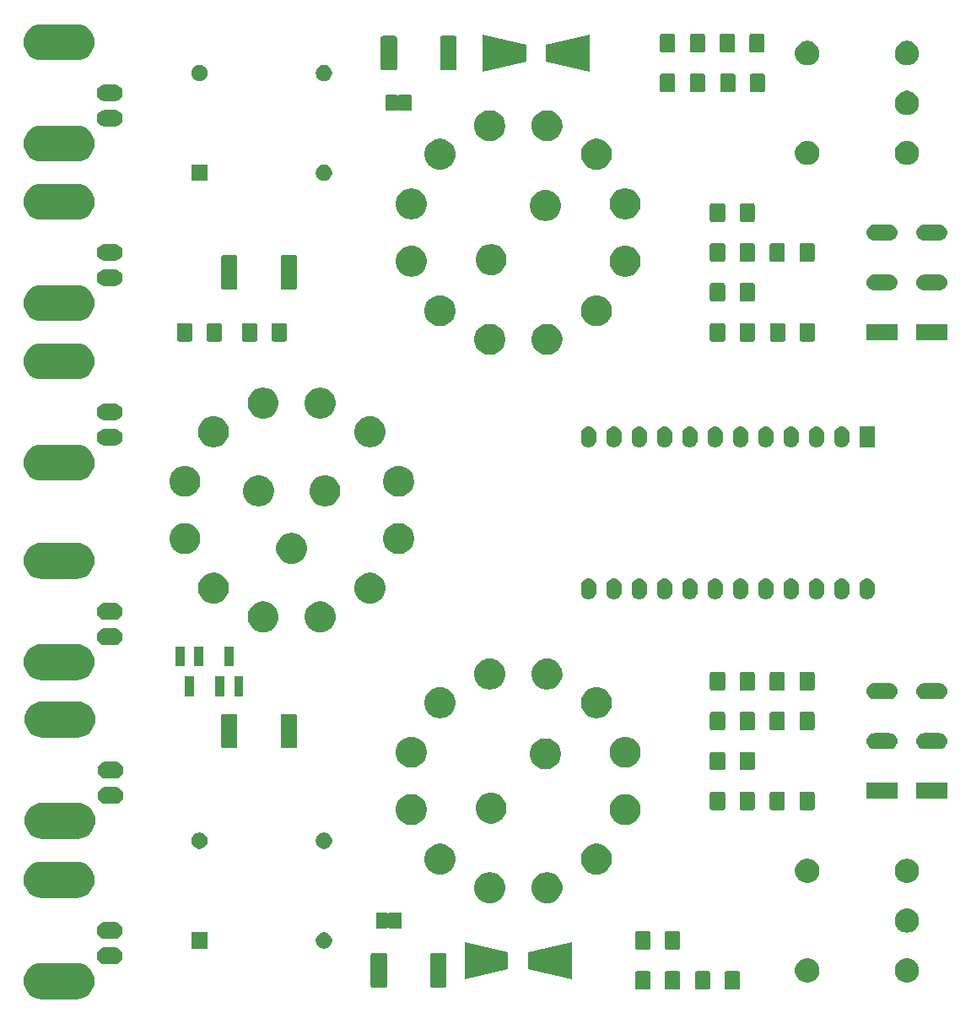
<source format=gbr>
G04 #@! TF.GenerationSoftware,KiCad,Pcbnew,(5.1.5)-3*
G04 #@! TF.CreationDate,2020-06-20T22:53:26+02:00*
G04 #@! TF.ProjectId,Tester,54657374-6572-42e6-9b69-6361645f7063,rev?*
G04 #@! TF.SameCoordinates,Original*
G04 #@! TF.FileFunction,Soldermask,Top*
G04 #@! TF.FilePolarity,Negative*
%FSLAX46Y46*%
G04 Gerber Fmt 4.6, Leading zero omitted, Abs format (unit mm)*
G04 Created by KiCad (PCBNEW (5.1.5)-3) date 2020-06-20 22:53:26*
%MOMM*%
%LPD*%
G04 APERTURE LIST*
%ADD10C,0.100000*%
G04 APERTURE END LIST*
D10*
G36*
X59846669Y-155287686D02*
G01*
X60023058Y-155305059D01*
X60362548Y-155408042D01*
X60362550Y-155408043D01*
X60675422Y-155575277D01*
X60949661Y-155800339D01*
X61174723Y-156074578D01*
X61317607Y-156341895D01*
X61341958Y-156387452D01*
X61444941Y-156726942D01*
X61479714Y-157080000D01*
X61444941Y-157433058D01*
X61345575Y-157760624D01*
X61341957Y-157772550D01*
X61174723Y-158085422D01*
X60949661Y-158359661D01*
X60675422Y-158584723D01*
X60362550Y-158751957D01*
X60362548Y-158751958D01*
X60023058Y-158854941D01*
X59846669Y-158872314D01*
X59758476Y-158881000D01*
X56081524Y-158881000D01*
X55993331Y-158872314D01*
X55816942Y-158854941D01*
X55477452Y-158751958D01*
X55477450Y-158751957D01*
X55164578Y-158584723D01*
X54890339Y-158359661D01*
X54665277Y-158085422D01*
X54498043Y-157772550D01*
X54494425Y-157760624D01*
X54395059Y-157433058D01*
X54360286Y-157080000D01*
X54395059Y-156726942D01*
X54498042Y-156387452D01*
X54522393Y-156341895D01*
X54665277Y-156074578D01*
X54890339Y-155800339D01*
X55164578Y-155575277D01*
X55477450Y-155408043D01*
X55477452Y-155408042D01*
X55816942Y-155305059D01*
X55993331Y-155287686D01*
X56081524Y-155279000D01*
X59758476Y-155279000D01*
X59846669Y-155287686D01*
G37*
G36*
X126088062Y-156078181D02*
G01*
X126122981Y-156088774D01*
X126155163Y-156105976D01*
X126183373Y-156129127D01*
X126206524Y-156157337D01*
X126223726Y-156189519D01*
X126234319Y-156224438D01*
X126238500Y-156266895D01*
X126238500Y-157733105D01*
X126234319Y-157775562D01*
X126223726Y-157810481D01*
X126206524Y-157842663D01*
X126183373Y-157870873D01*
X126155163Y-157894024D01*
X126122981Y-157911226D01*
X126088062Y-157921819D01*
X126045605Y-157926000D01*
X124904395Y-157926000D01*
X124861938Y-157921819D01*
X124827019Y-157911226D01*
X124794837Y-157894024D01*
X124766627Y-157870873D01*
X124743476Y-157842663D01*
X124726274Y-157810481D01*
X124715681Y-157775562D01*
X124711500Y-157733105D01*
X124711500Y-156266895D01*
X124715681Y-156224438D01*
X124726274Y-156189519D01*
X124743476Y-156157337D01*
X124766627Y-156129127D01*
X124794837Y-156105976D01*
X124827019Y-156088774D01*
X124861938Y-156078181D01*
X124904395Y-156074000D01*
X126045605Y-156074000D01*
X126088062Y-156078181D01*
G37*
G36*
X120088062Y-156078181D02*
G01*
X120122981Y-156088774D01*
X120155163Y-156105976D01*
X120183373Y-156129127D01*
X120206524Y-156157337D01*
X120223726Y-156189519D01*
X120234319Y-156224438D01*
X120238500Y-156266895D01*
X120238500Y-157733105D01*
X120234319Y-157775562D01*
X120223726Y-157810481D01*
X120206524Y-157842663D01*
X120183373Y-157870873D01*
X120155163Y-157894024D01*
X120122981Y-157911226D01*
X120088062Y-157921819D01*
X120045605Y-157926000D01*
X118904395Y-157926000D01*
X118861938Y-157921819D01*
X118827019Y-157911226D01*
X118794837Y-157894024D01*
X118766627Y-157870873D01*
X118743476Y-157842663D01*
X118726274Y-157810481D01*
X118715681Y-157775562D01*
X118711500Y-157733105D01*
X118711500Y-156266895D01*
X118715681Y-156224438D01*
X118726274Y-156189519D01*
X118743476Y-156157337D01*
X118766627Y-156129127D01*
X118794837Y-156105976D01*
X118827019Y-156088774D01*
X118861938Y-156078181D01*
X118904395Y-156074000D01*
X120045605Y-156074000D01*
X120088062Y-156078181D01*
G37*
G36*
X123113062Y-156078181D02*
G01*
X123147981Y-156088774D01*
X123180163Y-156105976D01*
X123208373Y-156129127D01*
X123231524Y-156157337D01*
X123248726Y-156189519D01*
X123259319Y-156224438D01*
X123263500Y-156266895D01*
X123263500Y-157733105D01*
X123259319Y-157775562D01*
X123248726Y-157810481D01*
X123231524Y-157842663D01*
X123208373Y-157870873D01*
X123180163Y-157894024D01*
X123147981Y-157911226D01*
X123113062Y-157921819D01*
X123070605Y-157926000D01*
X121929395Y-157926000D01*
X121886938Y-157921819D01*
X121852019Y-157911226D01*
X121819837Y-157894024D01*
X121791627Y-157870873D01*
X121768476Y-157842663D01*
X121751274Y-157810481D01*
X121740681Y-157775562D01*
X121736500Y-157733105D01*
X121736500Y-156266895D01*
X121740681Y-156224438D01*
X121751274Y-156189519D01*
X121768476Y-156157337D01*
X121791627Y-156129127D01*
X121819837Y-156105976D01*
X121852019Y-156088774D01*
X121886938Y-156078181D01*
X121929395Y-156074000D01*
X123070605Y-156074000D01*
X123113062Y-156078181D01*
G37*
G36*
X117113062Y-156078181D02*
G01*
X117147981Y-156088774D01*
X117180163Y-156105976D01*
X117208373Y-156129127D01*
X117231524Y-156157337D01*
X117248726Y-156189519D01*
X117259319Y-156224438D01*
X117263500Y-156266895D01*
X117263500Y-157733105D01*
X117259319Y-157775562D01*
X117248726Y-157810481D01*
X117231524Y-157842663D01*
X117208373Y-157870873D01*
X117180163Y-157894024D01*
X117147981Y-157911226D01*
X117113062Y-157921819D01*
X117070605Y-157926000D01*
X115929395Y-157926000D01*
X115886938Y-157921819D01*
X115852019Y-157911226D01*
X115819837Y-157894024D01*
X115791627Y-157870873D01*
X115768476Y-157842663D01*
X115751274Y-157810481D01*
X115740681Y-157775562D01*
X115736500Y-157733105D01*
X115736500Y-156266895D01*
X115740681Y-156224438D01*
X115751274Y-156189519D01*
X115768476Y-156157337D01*
X115791627Y-156129127D01*
X115819837Y-156105976D01*
X115852019Y-156088774D01*
X115886938Y-156078181D01*
X115929395Y-156074000D01*
X117070605Y-156074000D01*
X117113062Y-156078181D01*
G37*
G36*
X96653820Y-154278103D02*
G01*
X96687985Y-154288467D01*
X96719464Y-154305293D01*
X96747060Y-154327940D01*
X96769707Y-154355536D01*
X96786533Y-154387015D01*
X96796897Y-154421180D01*
X96801000Y-154462842D01*
X96801000Y-157537158D01*
X96796897Y-157578820D01*
X96786533Y-157612985D01*
X96769707Y-157644464D01*
X96747060Y-157672060D01*
X96719464Y-157694707D01*
X96687985Y-157711533D01*
X96653820Y-157721897D01*
X96612158Y-157726000D01*
X95362842Y-157726000D01*
X95321180Y-157721897D01*
X95287015Y-157711533D01*
X95255536Y-157694707D01*
X95227940Y-157672060D01*
X95205293Y-157644464D01*
X95188467Y-157612985D01*
X95178103Y-157578820D01*
X95174000Y-157537158D01*
X95174000Y-154462842D01*
X95178103Y-154421180D01*
X95188467Y-154387015D01*
X95205293Y-154355536D01*
X95227940Y-154327940D01*
X95255536Y-154305293D01*
X95287015Y-154288467D01*
X95321180Y-154278103D01*
X95362842Y-154274000D01*
X96612158Y-154274000D01*
X96653820Y-154278103D01*
G37*
G36*
X90678820Y-154278103D02*
G01*
X90712985Y-154288467D01*
X90744464Y-154305293D01*
X90772060Y-154327940D01*
X90794707Y-154355536D01*
X90811533Y-154387015D01*
X90821897Y-154421180D01*
X90826000Y-154462842D01*
X90826000Y-157537158D01*
X90821897Y-157578820D01*
X90811533Y-157612985D01*
X90794707Y-157644464D01*
X90772060Y-157672060D01*
X90744464Y-157694707D01*
X90712985Y-157711533D01*
X90678820Y-157721897D01*
X90637158Y-157726000D01*
X89387842Y-157726000D01*
X89346180Y-157721897D01*
X89312015Y-157711533D01*
X89280536Y-157694707D01*
X89252940Y-157672060D01*
X89230293Y-157644464D01*
X89213467Y-157612985D01*
X89203103Y-157578820D01*
X89199000Y-157537158D01*
X89199000Y-154462842D01*
X89203103Y-154421180D01*
X89213467Y-154387015D01*
X89230293Y-154355536D01*
X89252940Y-154327940D01*
X89280536Y-154305293D01*
X89312015Y-154288467D01*
X89346180Y-154278103D01*
X89387842Y-154274000D01*
X90637158Y-154274000D01*
X90678820Y-154278103D01*
G37*
G36*
X143238205Y-154802461D02*
G01*
X143356153Y-154825922D01*
X143448194Y-154864047D01*
X143578359Y-154917963D01*
X143778342Y-155051587D01*
X143948413Y-155221658D01*
X144082037Y-155421641D01*
X144135953Y-155551806D01*
X144145676Y-155575278D01*
X144174078Y-155643848D01*
X144221000Y-155879741D01*
X144221000Y-156120259D01*
X144174078Y-156356152D01*
X144082037Y-156578359D01*
X143948413Y-156778342D01*
X143778342Y-156948413D01*
X143578359Y-157082037D01*
X143448194Y-157135953D01*
X143356153Y-157174078D01*
X143120259Y-157221000D01*
X142879741Y-157221000D01*
X142643847Y-157174078D01*
X142551806Y-157135953D01*
X142421641Y-157082037D01*
X142221658Y-156948413D01*
X142051587Y-156778342D01*
X141917963Y-156578359D01*
X141825922Y-156356152D01*
X141779000Y-156120259D01*
X141779000Y-155879741D01*
X141825922Y-155643848D01*
X141854325Y-155575278D01*
X141864047Y-155551806D01*
X141917963Y-155421641D01*
X142051587Y-155221658D01*
X142221658Y-155051587D01*
X142421641Y-154917963D01*
X142551806Y-154864047D01*
X142643847Y-154825922D01*
X142761795Y-154802461D01*
X142879741Y-154779000D01*
X143120259Y-154779000D01*
X143238205Y-154802461D01*
G37*
G36*
X133238205Y-154802461D02*
G01*
X133356153Y-154825922D01*
X133448194Y-154864047D01*
X133578359Y-154917963D01*
X133778342Y-155051587D01*
X133948413Y-155221658D01*
X134082037Y-155421641D01*
X134135953Y-155551806D01*
X134145676Y-155575278D01*
X134174078Y-155643848D01*
X134221000Y-155879741D01*
X134221000Y-156120259D01*
X134174078Y-156356152D01*
X134082037Y-156578359D01*
X133948413Y-156778342D01*
X133778342Y-156948413D01*
X133578359Y-157082037D01*
X133448194Y-157135953D01*
X133356153Y-157174078D01*
X133120259Y-157221000D01*
X132879741Y-157221000D01*
X132643847Y-157174078D01*
X132551806Y-157135953D01*
X132421641Y-157082037D01*
X132221658Y-156948413D01*
X132051587Y-156778342D01*
X131917963Y-156578359D01*
X131825922Y-156356152D01*
X131779000Y-156120259D01*
X131779000Y-155879741D01*
X131825922Y-155643848D01*
X131854325Y-155575278D01*
X131864047Y-155551806D01*
X131917963Y-155421641D01*
X132051587Y-155221658D01*
X132221658Y-155051587D01*
X132421641Y-154917963D01*
X132551806Y-154864047D01*
X132643847Y-154825922D01*
X132761795Y-154802461D01*
X132879741Y-154779000D01*
X133120259Y-154779000D01*
X133238205Y-154802461D01*
G37*
G36*
X103001000Y-154159499D02*
G01*
X103001000Y-155840501D01*
X98599000Y-156864222D01*
X98599000Y-153135778D01*
X103001000Y-154159499D01*
G37*
G36*
X109401000Y-156864222D02*
G01*
X104999000Y-155840501D01*
X104999000Y-154159499D01*
X109401000Y-153135778D01*
X109401000Y-156864222D01*
G37*
G36*
X63616823Y-153701313D02*
G01*
X63777242Y-153749976D01*
X63833102Y-153779834D01*
X63925078Y-153828996D01*
X64054659Y-153935341D01*
X64161004Y-154064922D01*
X64161005Y-154064924D01*
X64240024Y-154212758D01*
X64288687Y-154373177D01*
X64305117Y-154540000D01*
X64288687Y-154706823D01*
X64240024Y-154867242D01*
X64212913Y-154917963D01*
X64161004Y-155015078D01*
X64054659Y-155144659D01*
X63925078Y-155251004D01*
X63925076Y-155251005D01*
X63777242Y-155330024D01*
X63616823Y-155378687D01*
X63491804Y-155391000D01*
X62508196Y-155391000D01*
X62383177Y-155378687D01*
X62222758Y-155330024D01*
X62074924Y-155251005D01*
X62074922Y-155251004D01*
X61945341Y-155144659D01*
X61838996Y-155015078D01*
X61787087Y-154917963D01*
X61759976Y-154867242D01*
X61711313Y-154706823D01*
X61694883Y-154540000D01*
X61711313Y-154373177D01*
X61759976Y-154212758D01*
X61838995Y-154064924D01*
X61838996Y-154064922D01*
X61945341Y-153935341D01*
X62074922Y-153828996D01*
X62166898Y-153779834D01*
X62222758Y-153749976D01*
X62383177Y-153701313D01*
X62508196Y-153689000D01*
X63491804Y-153689000D01*
X63616823Y-153701313D01*
G37*
G36*
X120088062Y-152078181D02*
G01*
X120122981Y-152088774D01*
X120155163Y-152105976D01*
X120183373Y-152129127D01*
X120206524Y-152157337D01*
X120223726Y-152189519D01*
X120234319Y-152224438D01*
X120238500Y-152266895D01*
X120238500Y-153733105D01*
X120234319Y-153775562D01*
X120223726Y-153810481D01*
X120206524Y-153842663D01*
X120183373Y-153870873D01*
X120155163Y-153894024D01*
X120122981Y-153911226D01*
X120088062Y-153921819D01*
X120045605Y-153926000D01*
X118904395Y-153926000D01*
X118861938Y-153921819D01*
X118827019Y-153911226D01*
X118794837Y-153894024D01*
X118766627Y-153870873D01*
X118743476Y-153842663D01*
X118726274Y-153810481D01*
X118715681Y-153775562D01*
X118711500Y-153733105D01*
X118711500Y-152266895D01*
X118715681Y-152224438D01*
X118726274Y-152189519D01*
X118743476Y-152157337D01*
X118766627Y-152129127D01*
X118794837Y-152105976D01*
X118827019Y-152088774D01*
X118861938Y-152078181D01*
X118904395Y-152074000D01*
X120045605Y-152074000D01*
X120088062Y-152078181D01*
G37*
G36*
X117113062Y-152078181D02*
G01*
X117147981Y-152088774D01*
X117180163Y-152105976D01*
X117208373Y-152129127D01*
X117231524Y-152157337D01*
X117248726Y-152189519D01*
X117259319Y-152224438D01*
X117263500Y-152266895D01*
X117263500Y-153733105D01*
X117259319Y-153775562D01*
X117248726Y-153810481D01*
X117231524Y-153842663D01*
X117208373Y-153870873D01*
X117180163Y-153894024D01*
X117147981Y-153911226D01*
X117113062Y-153921819D01*
X117070605Y-153926000D01*
X115929395Y-153926000D01*
X115886938Y-153921819D01*
X115852019Y-153911226D01*
X115819837Y-153894024D01*
X115791627Y-153870873D01*
X115768476Y-153842663D01*
X115751274Y-153810481D01*
X115740681Y-153775562D01*
X115736500Y-153733105D01*
X115736500Y-152266895D01*
X115740681Y-152224438D01*
X115751274Y-152189519D01*
X115768476Y-152157337D01*
X115791627Y-152129127D01*
X115819837Y-152105976D01*
X115852019Y-152088774D01*
X115886938Y-152078181D01*
X115929395Y-152074000D01*
X117070605Y-152074000D01*
X117113062Y-152078181D01*
G37*
G36*
X72811000Y-153811000D02*
G01*
X71189000Y-153811000D01*
X71189000Y-152189000D01*
X72811000Y-152189000D01*
X72811000Y-153811000D01*
G37*
G36*
X84736560Y-152220166D02*
G01*
X84884153Y-152281301D01*
X84952908Y-152327242D01*
X85016982Y-152370055D01*
X85129945Y-152483018D01*
X85218700Y-152615849D01*
X85279834Y-152763440D01*
X85311000Y-152920122D01*
X85311000Y-153079878D01*
X85279834Y-153236560D01*
X85218699Y-153384153D01*
X85129945Y-153516982D01*
X85016982Y-153629945D01*
X84884153Y-153718699D01*
X84884152Y-153718700D01*
X84884151Y-153718700D01*
X84736560Y-153779834D01*
X84579878Y-153811000D01*
X84420122Y-153811000D01*
X84263440Y-153779834D01*
X84115849Y-153718700D01*
X84115848Y-153718700D01*
X84115847Y-153718699D01*
X83983018Y-153629945D01*
X83870055Y-153516982D01*
X83781301Y-153384153D01*
X83720166Y-153236560D01*
X83689000Y-153079878D01*
X83689000Y-152920122D01*
X83720166Y-152763440D01*
X83781300Y-152615849D01*
X83870055Y-152483018D01*
X83983018Y-152370055D01*
X84047092Y-152327242D01*
X84115847Y-152281301D01*
X84263440Y-152220166D01*
X84420122Y-152189000D01*
X84579878Y-152189000D01*
X84736560Y-152220166D01*
G37*
G36*
X63616823Y-151161313D02*
G01*
X63777242Y-151209976D01*
X63909906Y-151280886D01*
X63925078Y-151288996D01*
X64054659Y-151395341D01*
X64161004Y-151524922D01*
X64161005Y-151524924D01*
X64240024Y-151672758D01*
X64288687Y-151833177D01*
X64305117Y-152000000D01*
X64288687Y-152166823D01*
X64240024Y-152327242D01*
X64217140Y-152370055D01*
X64161004Y-152475078D01*
X64054659Y-152604659D01*
X63925078Y-152711004D01*
X63925076Y-152711005D01*
X63777242Y-152790024D01*
X63616823Y-152838687D01*
X63491804Y-152851000D01*
X62508196Y-152851000D01*
X62383177Y-152838687D01*
X62222758Y-152790024D01*
X62074924Y-152711005D01*
X62074922Y-152711004D01*
X61945341Y-152604659D01*
X61838996Y-152475078D01*
X61782860Y-152370055D01*
X61759976Y-152327242D01*
X61711313Y-152166823D01*
X61694883Y-152000000D01*
X61711313Y-151833177D01*
X61759976Y-151672758D01*
X61838995Y-151524924D01*
X61838996Y-151524922D01*
X61945341Y-151395341D01*
X62074922Y-151288996D01*
X62090094Y-151280886D01*
X62222758Y-151209976D01*
X62383177Y-151161313D01*
X62508196Y-151149000D01*
X63491804Y-151149000D01*
X63616823Y-151161313D01*
G37*
G36*
X143238205Y-149802461D02*
G01*
X143356153Y-149825922D01*
X143448194Y-149864047D01*
X143578359Y-149917963D01*
X143778342Y-150051587D01*
X143948413Y-150221658D01*
X144082037Y-150421641D01*
X144135953Y-150551806D01*
X144174078Y-150643847D01*
X144221000Y-150879742D01*
X144221000Y-151120258D01*
X144174078Y-151356153D01*
X144135953Y-151448194D01*
X144082037Y-151578359D01*
X143948413Y-151778342D01*
X143778342Y-151948413D01*
X143578359Y-152082037D01*
X143488765Y-152119148D01*
X143356153Y-152174078D01*
X143281134Y-152189000D01*
X143120259Y-152221000D01*
X142879741Y-152221000D01*
X142718866Y-152189000D01*
X142643847Y-152174078D01*
X142511235Y-152119148D01*
X142421641Y-152082037D01*
X142221658Y-151948413D01*
X142051587Y-151778342D01*
X141917963Y-151578359D01*
X141864047Y-151448194D01*
X141825922Y-151356153D01*
X141779000Y-151120258D01*
X141779000Y-150879742D01*
X141825922Y-150643847D01*
X141864047Y-150551806D01*
X141917963Y-150421641D01*
X142051587Y-150221658D01*
X142221658Y-150051587D01*
X142421641Y-149917963D01*
X142551806Y-149864047D01*
X142643847Y-149825922D01*
X142761795Y-149802461D01*
X142879741Y-149779000D01*
X143120259Y-149779000D01*
X143238205Y-149802461D01*
G37*
G36*
X90784999Y-150199737D02*
G01*
X90794608Y-150202652D01*
X90803472Y-150207390D01*
X90811212Y-150213742D01*
X90811213Y-150213743D01*
X90811237Y-150213763D01*
X90817640Y-150221573D01*
X90817677Y-150221628D01*
X90825480Y-150231147D01*
X90825511Y-150231122D01*
X90836853Y-150244972D01*
X90855779Y-150260537D01*
X90877377Y-150272111D01*
X90900819Y-150279249D01*
X90925202Y-150281676D01*
X90949591Y-150279300D01*
X90973047Y-150272211D01*
X90994670Y-150260682D01*
X91013628Y-150245157D01*
X91029193Y-150226231D01*
X91031029Y-150223175D01*
X91032418Y-150221486D01*
X91032419Y-150221484D01*
X91038801Y-150213725D01*
X91046573Y-150207360D01*
X91046575Y-150207358D01*
X91055399Y-150202654D01*
X91055438Y-150202633D01*
X91065055Y-150199727D01*
X91065085Y-150199718D01*
X91081113Y-150198148D01*
X92218860Y-150198148D01*
X92234999Y-150199737D01*
X92244608Y-150202652D01*
X92253472Y-150207390D01*
X92261237Y-150213763D01*
X92267610Y-150221528D01*
X92272348Y-150230392D01*
X92275263Y-150240001D01*
X92276852Y-150256140D01*
X92276852Y-151743860D01*
X92275263Y-151759999D01*
X92272348Y-151769608D01*
X92267610Y-151778472D01*
X92261237Y-151786237D01*
X92253472Y-151792610D01*
X92244608Y-151797348D01*
X92234999Y-151800263D01*
X92218860Y-151801852D01*
X91081140Y-151801852D01*
X91065001Y-151800263D01*
X91055392Y-151797348D01*
X91046528Y-151792610D01*
X91038763Y-151786237D01*
X91028116Y-151773263D01*
X91021947Y-151764032D01*
X91004619Y-151746706D01*
X90984244Y-151733093D01*
X90961605Y-151723717D01*
X90937572Y-151718937D01*
X90913068Y-151718938D01*
X90889035Y-151723720D01*
X90866396Y-151733098D01*
X90846022Y-151746713D01*
X90828696Y-151764041D01*
X90821825Y-151773317D01*
X90817640Y-151778427D01*
X90811275Y-151786199D01*
X90803516Y-151792581D01*
X90794661Y-151797326D01*
X90791623Y-151798251D01*
X90785085Y-151800242D01*
X90785082Y-151800242D01*
X90785050Y-151800252D01*
X90775000Y-151801247D01*
X90774935Y-151801247D01*
X90768825Y-151801852D01*
X89781140Y-151801852D01*
X89765001Y-151800263D01*
X89755392Y-151797348D01*
X89746528Y-151792610D01*
X89738763Y-151786237D01*
X89732390Y-151778472D01*
X89727652Y-151769608D01*
X89724737Y-151759999D01*
X89723148Y-151743860D01*
X89723148Y-150256140D01*
X89724737Y-150240001D01*
X89727652Y-150230392D01*
X89732390Y-150221528D01*
X89738763Y-150213763D01*
X89746528Y-150207390D01*
X89755392Y-150202652D01*
X89765001Y-150199737D01*
X89781140Y-150198148D01*
X90768860Y-150198148D01*
X90784999Y-150199737D01*
G37*
G36*
X107175476Y-146200578D02*
G01*
X107325301Y-146230380D01*
X107607565Y-146347297D01*
X107861596Y-146517035D01*
X108077632Y-146733071D01*
X108247370Y-146987102D01*
X108364287Y-147269366D01*
X108423891Y-147569016D01*
X108423891Y-147874536D01*
X108364287Y-148174186D01*
X108247370Y-148456450D01*
X108077632Y-148710481D01*
X107861596Y-148926517D01*
X107607565Y-149096255D01*
X107325301Y-149213172D01*
X107175476Y-149242974D01*
X107025652Y-149272776D01*
X106720130Y-149272776D01*
X106570306Y-149242974D01*
X106420481Y-149213172D01*
X106138217Y-149096255D01*
X105884186Y-148926517D01*
X105668150Y-148710481D01*
X105498412Y-148456450D01*
X105381495Y-148174186D01*
X105321891Y-147874536D01*
X105321891Y-147569016D01*
X105381495Y-147269366D01*
X105498412Y-146987102D01*
X105668150Y-146733071D01*
X105884186Y-146517035D01*
X106138217Y-146347297D01*
X106420481Y-146230380D01*
X106570306Y-146200578D01*
X106720130Y-146170776D01*
X107025652Y-146170776D01*
X107175476Y-146200578D01*
G37*
G36*
X101429694Y-146200578D02*
G01*
X101579519Y-146230380D01*
X101861783Y-146347297D01*
X102115814Y-146517035D01*
X102331850Y-146733071D01*
X102501588Y-146987102D01*
X102618505Y-147269366D01*
X102678109Y-147569016D01*
X102678109Y-147874536D01*
X102618505Y-148174186D01*
X102501588Y-148456450D01*
X102331850Y-148710481D01*
X102115814Y-148926517D01*
X101861783Y-149096255D01*
X101579519Y-149213172D01*
X101429694Y-149242974D01*
X101279870Y-149272776D01*
X100974348Y-149272776D01*
X100824524Y-149242974D01*
X100674699Y-149213172D01*
X100392435Y-149096255D01*
X100138404Y-148926517D01*
X99922368Y-148710481D01*
X99752630Y-148456450D01*
X99635713Y-148174186D01*
X99576109Y-147874536D01*
X99576109Y-147569016D01*
X99635713Y-147269366D01*
X99752630Y-146987102D01*
X99922368Y-146733071D01*
X100138404Y-146517035D01*
X100392435Y-146347297D01*
X100674699Y-146230380D01*
X100824524Y-146200578D01*
X100974348Y-146170776D01*
X101279870Y-146170776D01*
X101429694Y-146200578D01*
G37*
G36*
X59846669Y-145127686D02*
G01*
X60023058Y-145145059D01*
X60362548Y-145248042D01*
X60362550Y-145248043D01*
X60675422Y-145415277D01*
X60949661Y-145640339D01*
X61174723Y-145914578D01*
X61284662Y-146120259D01*
X61341958Y-146227452D01*
X61444941Y-146566942D01*
X61479714Y-146920000D01*
X61444941Y-147273058D01*
X61355163Y-147569016D01*
X61341957Y-147612550D01*
X61174723Y-147925422D01*
X60949661Y-148199661D01*
X60675422Y-148424723D01*
X60362550Y-148591957D01*
X60362548Y-148591958D01*
X60023058Y-148694941D01*
X59865287Y-148710480D01*
X59758476Y-148721000D01*
X56081524Y-148721000D01*
X55974713Y-148710480D01*
X55816942Y-148694941D01*
X55477452Y-148591958D01*
X55477450Y-148591957D01*
X55164578Y-148424723D01*
X54890339Y-148199661D01*
X54665277Y-147925422D01*
X54498043Y-147612550D01*
X54484837Y-147569016D01*
X54395059Y-147273058D01*
X54360286Y-146920000D01*
X54395059Y-146566942D01*
X54498042Y-146227452D01*
X54555338Y-146120259D01*
X54665277Y-145914578D01*
X54890339Y-145640339D01*
X55164578Y-145415277D01*
X55477450Y-145248043D01*
X55477452Y-145248042D01*
X55816942Y-145145059D01*
X55993331Y-145127686D01*
X56081524Y-145119000D01*
X59758476Y-145119000D01*
X59846669Y-145127686D01*
G37*
G36*
X143356153Y-144825922D02*
G01*
X143448194Y-144864047D01*
X143578359Y-144917963D01*
X143778342Y-145051587D01*
X143948413Y-145221658D01*
X144082037Y-145421641D01*
X144174078Y-145643848D01*
X144221000Y-145879741D01*
X144221000Y-146120259D01*
X144200491Y-146223364D01*
X144175840Y-146347297D01*
X144174078Y-146356152D01*
X144082037Y-146578359D01*
X143948413Y-146778342D01*
X143778342Y-146948413D01*
X143578359Y-147082037D01*
X143448194Y-147135953D01*
X143356153Y-147174078D01*
X143120259Y-147221000D01*
X142879741Y-147221000D01*
X142643847Y-147174078D01*
X142551806Y-147135953D01*
X142421641Y-147082037D01*
X142221658Y-146948413D01*
X142051587Y-146778342D01*
X141917963Y-146578359D01*
X141825922Y-146356152D01*
X141824161Y-146347297D01*
X141799509Y-146223364D01*
X141779000Y-146120259D01*
X141779000Y-145879741D01*
X141825922Y-145643848D01*
X141917963Y-145421641D01*
X142051587Y-145221658D01*
X142221658Y-145051587D01*
X142421641Y-144917963D01*
X142551806Y-144864047D01*
X142643847Y-144825922D01*
X142879741Y-144779000D01*
X143120259Y-144779000D01*
X143356153Y-144825922D01*
G37*
G36*
X133356153Y-144825922D02*
G01*
X133448194Y-144864047D01*
X133578359Y-144917963D01*
X133778342Y-145051587D01*
X133948413Y-145221658D01*
X134082037Y-145421641D01*
X134174078Y-145643848D01*
X134221000Y-145879741D01*
X134221000Y-146120259D01*
X134200491Y-146223364D01*
X134175840Y-146347297D01*
X134174078Y-146356152D01*
X134082037Y-146578359D01*
X133948413Y-146778342D01*
X133778342Y-146948413D01*
X133578359Y-147082037D01*
X133448194Y-147135953D01*
X133356153Y-147174078D01*
X133120259Y-147221000D01*
X132879741Y-147221000D01*
X132643847Y-147174078D01*
X132551806Y-147135953D01*
X132421641Y-147082037D01*
X132221658Y-146948413D01*
X132051587Y-146778342D01*
X131917963Y-146578359D01*
X131825922Y-146356152D01*
X131824161Y-146347297D01*
X131799509Y-146223364D01*
X131779000Y-146120259D01*
X131779000Y-145879741D01*
X131825922Y-145643848D01*
X131917963Y-145421641D01*
X132051587Y-145221658D01*
X132221658Y-145051587D01*
X132421641Y-144917963D01*
X132551806Y-144864047D01*
X132643847Y-144825922D01*
X132879741Y-144779000D01*
X133120259Y-144779000D01*
X133356153Y-144825922D01*
G37*
G36*
X96453700Y-143327687D02*
G01*
X96603525Y-143357489D01*
X96885789Y-143474406D01*
X97139820Y-143644144D01*
X97355856Y-143860180D01*
X97525594Y-144114211D01*
X97642511Y-144396475D01*
X97702115Y-144696125D01*
X97702115Y-145001645D01*
X97642511Y-145301295D01*
X97525594Y-145583559D01*
X97355856Y-145837590D01*
X97139820Y-146053626D01*
X96885789Y-146223364D01*
X96603525Y-146340281D01*
X96453700Y-146370083D01*
X96303876Y-146399885D01*
X95998354Y-146399885D01*
X95848530Y-146370083D01*
X95698705Y-146340281D01*
X95416441Y-146223364D01*
X95162410Y-146053626D01*
X94946374Y-145837590D01*
X94776636Y-145583559D01*
X94659719Y-145301295D01*
X94600115Y-145001645D01*
X94600115Y-144696125D01*
X94659719Y-144396475D01*
X94776636Y-144114211D01*
X94946374Y-143860180D01*
X95162410Y-143644144D01*
X95416441Y-143474406D01*
X95698705Y-143357489D01*
X95848530Y-143327687D01*
X95998354Y-143297885D01*
X96303876Y-143297885D01*
X96453700Y-143327687D01*
G37*
G36*
X112151470Y-143327687D02*
G01*
X112301295Y-143357489D01*
X112583559Y-143474406D01*
X112837590Y-143644144D01*
X113053626Y-143860180D01*
X113223364Y-144114211D01*
X113340281Y-144396475D01*
X113399885Y-144696125D01*
X113399885Y-145001645D01*
X113340281Y-145301295D01*
X113223364Y-145583559D01*
X113053626Y-145837590D01*
X112837590Y-146053626D01*
X112583559Y-146223364D01*
X112301295Y-146340281D01*
X112151470Y-146370083D01*
X112001646Y-146399885D01*
X111696124Y-146399885D01*
X111546300Y-146370083D01*
X111396475Y-146340281D01*
X111114211Y-146223364D01*
X110860180Y-146053626D01*
X110644144Y-145837590D01*
X110474406Y-145583559D01*
X110357489Y-145301295D01*
X110297885Y-145001645D01*
X110297885Y-144696125D01*
X110357489Y-144396475D01*
X110474406Y-144114211D01*
X110644144Y-143860180D01*
X110860180Y-143644144D01*
X111114211Y-143474406D01*
X111396475Y-143357489D01*
X111546300Y-143327687D01*
X111696124Y-143297885D01*
X112001646Y-143297885D01*
X112151470Y-143327687D01*
G37*
G36*
X72236560Y-142220166D02*
G01*
X72384153Y-142281301D01*
X72516982Y-142370055D01*
X72629945Y-142483018D01*
X72718699Y-142615847D01*
X72779834Y-142763440D01*
X72811000Y-142920123D01*
X72811000Y-143079877D01*
X72779834Y-143236560D01*
X72718699Y-143384153D01*
X72629945Y-143516982D01*
X72516982Y-143629945D01*
X72384153Y-143718699D01*
X72384152Y-143718700D01*
X72384151Y-143718700D01*
X72236560Y-143779834D01*
X72079878Y-143811000D01*
X71920122Y-143811000D01*
X71763440Y-143779834D01*
X71615849Y-143718700D01*
X71615848Y-143718700D01*
X71615847Y-143718699D01*
X71483018Y-143629945D01*
X71370055Y-143516982D01*
X71281301Y-143384153D01*
X71220166Y-143236560D01*
X71189000Y-143079877D01*
X71189000Y-142920123D01*
X71220166Y-142763440D01*
X71281301Y-142615847D01*
X71370055Y-142483018D01*
X71483018Y-142370055D01*
X71615847Y-142281301D01*
X71763440Y-142220166D01*
X71920122Y-142189000D01*
X72079878Y-142189000D01*
X72236560Y-142220166D01*
G37*
G36*
X84736560Y-142220166D02*
G01*
X84884153Y-142281301D01*
X85016982Y-142370055D01*
X85129945Y-142483018D01*
X85218699Y-142615847D01*
X85279834Y-142763440D01*
X85311000Y-142920123D01*
X85311000Y-143079877D01*
X85279834Y-143236560D01*
X85218699Y-143384153D01*
X85129945Y-143516982D01*
X85016982Y-143629945D01*
X84884153Y-143718699D01*
X84884152Y-143718700D01*
X84884151Y-143718700D01*
X84736560Y-143779834D01*
X84579878Y-143811000D01*
X84420122Y-143811000D01*
X84263440Y-143779834D01*
X84115849Y-143718700D01*
X84115848Y-143718700D01*
X84115847Y-143718699D01*
X83983018Y-143629945D01*
X83870055Y-143516982D01*
X83781301Y-143384153D01*
X83720166Y-143236560D01*
X83689000Y-143079877D01*
X83689000Y-142920123D01*
X83720166Y-142763440D01*
X83781301Y-142615847D01*
X83870055Y-142483018D01*
X83983018Y-142370055D01*
X84115847Y-142281301D01*
X84263440Y-142220166D01*
X84420122Y-142189000D01*
X84579878Y-142189000D01*
X84736560Y-142220166D01*
G37*
G36*
X59926669Y-139207686D02*
G01*
X60103058Y-139225059D01*
X60442548Y-139328042D01*
X60442550Y-139328043D01*
X60755422Y-139495277D01*
X61029661Y-139720339D01*
X61254723Y-139994578D01*
X61271332Y-140025652D01*
X61421958Y-140307452D01*
X61524941Y-140646942D01*
X61559714Y-141000000D01*
X61524941Y-141353058D01*
X61503454Y-141423891D01*
X61421957Y-141692550D01*
X61254723Y-142005422D01*
X61029661Y-142279661D01*
X60755422Y-142504723D01*
X60547524Y-142615847D01*
X60442548Y-142671958D01*
X60103058Y-142774941D01*
X59926669Y-142792314D01*
X59838476Y-142801000D01*
X56161524Y-142801000D01*
X56073331Y-142792314D01*
X55896942Y-142774941D01*
X55557452Y-142671958D01*
X55452476Y-142615847D01*
X55244578Y-142504723D01*
X54970339Y-142279661D01*
X54745277Y-142005422D01*
X54578043Y-141692550D01*
X54496546Y-141423891D01*
X54475059Y-141353058D01*
X54440286Y-141000000D01*
X54475059Y-140646942D01*
X54578042Y-140307452D01*
X54728668Y-140025652D01*
X54745277Y-139994578D01*
X54970339Y-139720339D01*
X55244578Y-139495277D01*
X55557450Y-139328043D01*
X55557452Y-139328042D01*
X55896942Y-139225059D01*
X56073331Y-139207686D01*
X56161524Y-139199000D01*
X59838476Y-139199000D01*
X59926669Y-139207686D01*
G37*
G36*
X93531551Y-138341895D02*
G01*
X93730634Y-138381495D01*
X94012898Y-138498412D01*
X94266929Y-138668150D01*
X94482965Y-138884186D01*
X94652703Y-139138217D01*
X94769620Y-139420481D01*
X94829224Y-139720131D01*
X94829224Y-140025651D01*
X94769620Y-140325301D01*
X94652703Y-140607565D01*
X94482965Y-140861596D01*
X94266929Y-141077632D01*
X94012898Y-141247370D01*
X93730634Y-141364287D01*
X93580809Y-141394089D01*
X93430985Y-141423891D01*
X93125463Y-141423891D01*
X92975639Y-141394089D01*
X92825814Y-141364287D01*
X92543550Y-141247370D01*
X92289519Y-141077632D01*
X92073483Y-140861596D01*
X91903745Y-140607565D01*
X91786828Y-140325301D01*
X91727224Y-140025651D01*
X91727224Y-139720131D01*
X91786828Y-139420481D01*
X91903745Y-139138217D01*
X92073483Y-138884186D01*
X92289519Y-138668150D01*
X92543550Y-138498412D01*
X92825814Y-138381495D01*
X93024897Y-138341895D01*
X93125463Y-138321891D01*
X93430985Y-138321891D01*
X93531551Y-138341895D01*
G37*
G36*
X114975103Y-138341895D02*
G01*
X115174186Y-138381495D01*
X115456450Y-138498412D01*
X115710481Y-138668150D01*
X115926517Y-138884186D01*
X116096255Y-139138217D01*
X116213172Y-139420481D01*
X116272776Y-139720131D01*
X116272776Y-140025651D01*
X116213172Y-140325301D01*
X116096255Y-140607565D01*
X115926517Y-140861596D01*
X115710481Y-141077632D01*
X115456450Y-141247370D01*
X115174186Y-141364287D01*
X115024361Y-141394089D01*
X114874537Y-141423891D01*
X114569015Y-141423891D01*
X114419191Y-141394089D01*
X114269366Y-141364287D01*
X113987102Y-141247370D01*
X113733071Y-141077632D01*
X113517035Y-140861596D01*
X113347297Y-140607565D01*
X113230380Y-140325301D01*
X113170776Y-140025651D01*
X113170776Y-139720131D01*
X113230380Y-139420481D01*
X113347297Y-139138217D01*
X113517035Y-138884186D01*
X113733071Y-138668150D01*
X113987102Y-138498412D01*
X114269366Y-138381495D01*
X114468449Y-138341895D01*
X114569015Y-138321891D01*
X114874537Y-138321891D01*
X114975103Y-138341895D01*
G37*
G36*
X101580224Y-138201163D02*
G01*
X101730049Y-138230965D01*
X102012313Y-138347882D01*
X102266344Y-138517620D01*
X102482380Y-138733656D01*
X102652118Y-138987687D01*
X102769035Y-139269951D01*
X102828639Y-139569601D01*
X102828639Y-139875121D01*
X102769035Y-140174771D01*
X102652118Y-140457035D01*
X102482380Y-140711066D01*
X102266344Y-140927102D01*
X102012313Y-141096840D01*
X101730049Y-141213757D01*
X101580224Y-141243559D01*
X101430400Y-141273361D01*
X101124878Y-141273361D01*
X100975054Y-141243559D01*
X100825229Y-141213757D01*
X100542965Y-141096840D01*
X100288934Y-140927102D01*
X100072898Y-140711066D01*
X99903160Y-140457035D01*
X99786243Y-140174771D01*
X99726639Y-139875121D01*
X99726639Y-139569601D01*
X99786243Y-139269951D01*
X99903160Y-138987687D01*
X100072898Y-138733656D01*
X100288934Y-138517620D01*
X100542965Y-138347882D01*
X100825229Y-138230965D01*
X100975054Y-138201163D01*
X101124878Y-138171361D01*
X101430400Y-138171361D01*
X101580224Y-138201163D01*
G37*
G36*
X130613062Y-138078181D02*
G01*
X130647981Y-138088774D01*
X130680163Y-138105976D01*
X130708373Y-138129127D01*
X130731524Y-138157337D01*
X130748726Y-138189519D01*
X130759319Y-138224438D01*
X130763500Y-138266895D01*
X130763500Y-139733105D01*
X130759319Y-139775562D01*
X130748726Y-139810481D01*
X130731524Y-139842663D01*
X130708373Y-139870873D01*
X130680163Y-139894024D01*
X130647981Y-139911226D01*
X130613062Y-139921819D01*
X130570605Y-139926000D01*
X129429395Y-139926000D01*
X129386938Y-139921819D01*
X129352019Y-139911226D01*
X129319837Y-139894024D01*
X129291627Y-139870873D01*
X129268476Y-139842663D01*
X129251274Y-139810481D01*
X129240681Y-139775562D01*
X129236500Y-139733105D01*
X129236500Y-138266895D01*
X129240681Y-138224438D01*
X129251274Y-138189519D01*
X129268476Y-138157337D01*
X129291627Y-138129127D01*
X129319837Y-138105976D01*
X129352019Y-138088774D01*
X129386938Y-138078181D01*
X129429395Y-138074000D01*
X130570605Y-138074000D01*
X130613062Y-138078181D01*
G37*
G36*
X127588062Y-138078181D02*
G01*
X127622981Y-138088774D01*
X127655163Y-138105976D01*
X127683373Y-138129127D01*
X127706524Y-138157337D01*
X127723726Y-138189519D01*
X127734319Y-138224438D01*
X127738500Y-138266895D01*
X127738500Y-139733105D01*
X127734319Y-139775562D01*
X127723726Y-139810481D01*
X127706524Y-139842663D01*
X127683373Y-139870873D01*
X127655163Y-139894024D01*
X127622981Y-139911226D01*
X127588062Y-139921819D01*
X127545605Y-139926000D01*
X126404395Y-139926000D01*
X126361938Y-139921819D01*
X126327019Y-139911226D01*
X126294837Y-139894024D01*
X126266627Y-139870873D01*
X126243476Y-139842663D01*
X126226274Y-139810481D01*
X126215681Y-139775562D01*
X126211500Y-139733105D01*
X126211500Y-138266895D01*
X126215681Y-138224438D01*
X126226274Y-138189519D01*
X126243476Y-138157337D01*
X126266627Y-138129127D01*
X126294837Y-138105976D01*
X126327019Y-138088774D01*
X126361938Y-138078181D01*
X126404395Y-138074000D01*
X127545605Y-138074000D01*
X127588062Y-138078181D01*
G37*
G36*
X133588062Y-138078181D02*
G01*
X133622981Y-138088774D01*
X133655163Y-138105976D01*
X133683373Y-138129127D01*
X133706524Y-138157337D01*
X133723726Y-138189519D01*
X133734319Y-138224438D01*
X133738500Y-138266895D01*
X133738500Y-139733105D01*
X133734319Y-139775562D01*
X133723726Y-139810481D01*
X133706524Y-139842663D01*
X133683373Y-139870873D01*
X133655163Y-139894024D01*
X133622981Y-139911226D01*
X133588062Y-139921819D01*
X133545605Y-139926000D01*
X132404395Y-139926000D01*
X132361938Y-139921819D01*
X132327019Y-139911226D01*
X132294837Y-139894024D01*
X132266627Y-139870873D01*
X132243476Y-139842663D01*
X132226274Y-139810481D01*
X132215681Y-139775562D01*
X132211500Y-139733105D01*
X132211500Y-138266895D01*
X132215681Y-138224438D01*
X132226274Y-138189519D01*
X132243476Y-138157337D01*
X132266627Y-138129127D01*
X132294837Y-138105976D01*
X132327019Y-138088774D01*
X132361938Y-138078181D01*
X132404395Y-138074000D01*
X133545605Y-138074000D01*
X133588062Y-138078181D01*
G37*
G36*
X124613062Y-138078181D02*
G01*
X124647981Y-138088774D01*
X124680163Y-138105976D01*
X124708373Y-138129127D01*
X124731524Y-138157337D01*
X124748726Y-138189519D01*
X124759319Y-138224438D01*
X124763500Y-138266895D01*
X124763500Y-139733105D01*
X124759319Y-139775562D01*
X124748726Y-139810481D01*
X124731524Y-139842663D01*
X124708373Y-139870873D01*
X124680163Y-139894024D01*
X124647981Y-139911226D01*
X124613062Y-139921819D01*
X124570605Y-139926000D01*
X123429395Y-139926000D01*
X123386938Y-139921819D01*
X123352019Y-139911226D01*
X123319837Y-139894024D01*
X123291627Y-139870873D01*
X123268476Y-139842663D01*
X123251274Y-139810481D01*
X123240681Y-139775562D01*
X123236500Y-139733105D01*
X123236500Y-138266895D01*
X123240681Y-138224438D01*
X123251274Y-138189519D01*
X123268476Y-138157337D01*
X123291627Y-138129127D01*
X123319837Y-138105976D01*
X123352019Y-138088774D01*
X123386938Y-138078181D01*
X123429395Y-138074000D01*
X124570605Y-138074000D01*
X124613062Y-138078181D01*
G37*
G36*
X63696823Y-137621313D02*
G01*
X63857242Y-137669976D01*
X63989906Y-137740886D01*
X64005078Y-137748996D01*
X64134659Y-137855341D01*
X64241004Y-137984922D01*
X64241005Y-137984924D01*
X64320024Y-138132758D01*
X64368687Y-138293177D01*
X64385117Y-138460000D01*
X64368687Y-138626823D01*
X64320024Y-138787242D01*
X64312670Y-138801000D01*
X64241004Y-138935078D01*
X64134659Y-139064659D01*
X64005078Y-139171004D01*
X64005076Y-139171005D01*
X63857242Y-139250024D01*
X63696823Y-139298687D01*
X63571804Y-139311000D01*
X62588196Y-139311000D01*
X62463177Y-139298687D01*
X62302758Y-139250024D01*
X62154924Y-139171005D01*
X62154922Y-139171004D01*
X62025341Y-139064659D01*
X61918996Y-138935078D01*
X61847330Y-138801000D01*
X61839976Y-138787242D01*
X61791313Y-138626823D01*
X61774883Y-138460000D01*
X61791313Y-138293177D01*
X61839976Y-138132758D01*
X61918995Y-137984924D01*
X61918996Y-137984922D01*
X62025341Y-137855341D01*
X62154922Y-137748996D01*
X62170094Y-137740886D01*
X62302758Y-137669976D01*
X62463177Y-137621313D01*
X62588196Y-137609000D01*
X63571804Y-137609000D01*
X63696823Y-137621313D01*
G37*
G36*
X147051000Y-138801000D02*
G01*
X143949000Y-138801000D01*
X143949000Y-137199000D01*
X147051000Y-137199000D01*
X147051000Y-138801000D01*
G37*
G36*
X142051000Y-138801000D02*
G01*
X138949000Y-138801000D01*
X138949000Y-137199000D01*
X142051000Y-137199000D01*
X142051000Y-138801000D01*
G37*
G36*
X63696823Y-135081313D02*
G01*
X63857242Y-135129976D01*
X63989906Y-135200886D01*
X64005078Y-135208996D01*
X64134659Y-135315341D01*
X64241004Y-135444922D01*
X64241005Y-135444924D01*
X64320024Y-135592758D01*
X64368687Y-135753177D01*
X64385117Y-135920000D01*
X64368687Y-136086823D01*
X64320024Y-136247242D01*
X64249114Y-136379906D01*
X64241004Y-136395078D01*
X64134659Y-136524659D01*
X64005078Y-136631004D01*
X64005076Y-136631005D01*
X63857242Y-136710024D01*
X63696823Y-136758687D01*
X63571804Y-136771000D01*
X62588196Y-136771000D01*
X62463177Y-136758687D01*
X62302758Y-136710024D01*
X62154924Y-136631005D01*
X62154922Y-136631004D01*
X62025341Y-136524659D01*
X61918996Y-136395078D01*
X61910886Y-136379906D01*
X61839976Y-136247242D01*
X61791313Y-136086823D01*
X61774883Y-135920000D01*
X61791313Y-135753177D01*
X61839976Y-135592758D01*
X61918995Y-135444924D01*
X61918996Y-135444922D01*
X62025341Y-135315341D01*
X62154922Y-135208996D01*
X62170094Y-135200886D01*
X62302758Y-135129976D01*
X62463177Y-135081313D01*
X62588196Y-135069000D01*
X63571804Y-135069000D01*
X63696823Y-135081313D01*
G37*
G36*
X124613062Y-134078181D02*
G01*
X124647981Y-134088774D01*
X124680163Y-134105976D01*
X124708373Y-134129127D01*
X124731524Y-134157337D01*
X124748726Y-134189519D01*
X124759319Y-134224438D01*
X124763500Y-134266895D01*
X124763500Y-135733105D01*
X124759319Y-135775562D01*
X124748726Y-135810481D01*
X124731524Y-135842663D01*
X124708373Y-135870873D01*
X124680163Y-135894024D01*
X124647981Y-135911226D01*
X124613062Y-135921819D01*
X124570605Y-135926000D01*
X123429395Y-135926000D01*
X123386938Y-135921819D01*
X123352019Y-135911226D01*
X123319837Y-135894024D01*
X123291627Y-135870873D01*
X123268476Y-135842663D01*
X123251274Y-135810481D01*
X123240681Y-135775562D01*
X123236500Y-135733105D01*
X123236500Y-134266895D01*
X123240681Y-134224438D01*
X123251274Y-134189519D01*
X123268476Y-134157337D01*
X123291627Y-134129127D01*
X123319837Y-134105976D01*
X123352019Y-134088774D01*
X123386938Y-134078181D01*
X123429395Y-134074000D01*
X124570605Y-134074000D01*
X124613062Y-134078181D01*
G37*
G36*
X127588062Y-134078181D02*
G01*
X127622981Y-134088774D01*
X127655163Y-134105976D01*
X127683373Y-134129127D01*
X127706524Y-134157337D01*
X127723726Y-134189519D01*
X127734319Y-134224438D01*
X127738500Y-134266895D01*
X127738500Y-135733105D01*
X127734319Y-135775562D01*
X127723726Y-135810481D01*
X127706524Y-135842663D01*
X127683373Y-135870873D01*
X127655163Y-135894024D01*
X127622981Y-135911226D01*
X127588062Y-135921819D01*
X127545605Y-135926000D01*
X126404395Y-135926000D01*
X126361938Y-135921819D01*
X126327019Y-135911226D01*
X126294837Y-135894024D01*
X126266627Y-135870873D01*
X126243476Y-135842663D01*
X126226274Y-135810481D01*
X126215681Y-135775562D01*
X126211500Y-135733105D01*
X126211500Y-134266895D01*
X126215681Y-134224438D01*
X126226274Y-134189519D01*
X126243476Y-134157337D01*
X126266627Y-134129127D01*
X126294837Y-134105976D01*
X126327019Y-134088774D01*
X126361938Y-134078181D01*
X126404395Y-134074000D01*
X127545605Y-134074000D01*
X127588062Y-134078181D01*
G37*
G36*
X107005787Y-132752630D02*
G01*
X107174771Y-132786243D01*
X107457035Y-132903160D01*
X107711066Y-133072898D01*
X107927102Y-133288934D01*
X108096840Y-133542965D01*
X108213757Y-133825229D01*
X108273361Y-134124879D01*
X108273361Y-134430399D01*
X108213757Y-134730049D01*
X108096840Y-135012313D01*
X107927102Y-135266344D01*
X107711066Y-135482380D01*
X107457035Y-135652118D01*
X107174771Y-135769035D01*
X107024946Y-135798837D01*
X106875122Y-135828639D01*
X106569600Y-135828639D01*
X106419776Y-135798837D01*
X106269951Y-135769035D01*
X105987687Y-135652118D01*
X105733656Y-135482380D01*
X105517620Y-135266344D01*
X105347882Y-135012313D01*
X105230965Y-134730049D01*
X105171361Y-134430399D01*
X105171361Y-134124879D01*
X105230965Y-133825229D01*
X105347882Y-133542965D01*
X105517620Y-133288934D01*
X105733656Y-133072898D01*
X105987687Y-132903160D01*
X106269951Y-132786243D01*
X106438935Y-132752630D01*
X106569600Y-132726639D01*
X106875122Y-132726639D01*
X107005787Y-132752630D01*
G37*
G36*
X93580809Y-132605911D02*
G01*
X93730634Y-132635713D01*
X94012898Y-132752630D01*
X94266929Y-132922368D01*
X94482965Y-133138404D01*
X94652703Y-133392435D01*
X94769620Y-133674699D01*
X94829224Y-133974349D01*
X94829224Y-134279869D01*
X94769620Y-134579519D01*
X94652703Y-134861783D01*
X94482965Y-135115814D01*
X94266929Y-135331850D01*
X94012898Y-135501588D01*
X93730634Y-135618505D01*
X93580809Y-135648307D01*
X93430985Y-135678109D01*
X93125463Y-135678109D01*
X92975639Y-135648307D01*
X92825814Y-135618505D01*
X92543550Y-135501588D01*
X92289519Y-135331850D01*
X92073483Y-135115814D01*
X91903745Y-134861783D01*
X91786828Y-134579519D01*
X91727224Y-134279869D01*
X91727224Y-133974349D01*
X91786828Y-133674699D01*
X91903745Y-133392435D01*
X92073483Y-133138404D01*
X92289519Y-132922368D01*
X92543550Y-132752630D01*
X92825814Y-132635713D01*
X92975639Y-132605911D01*
X93125463Y-132576109D01*
X93430985Y-132576109D01*
X93580809Y-132605911D01*
G37*
G36*
X115024361Y-132605911D02*
G01*
X115174186Y-132635713D01*
X115456450Y-132752630D01*
X115710481Y-132922368D01*
X115926517Y-133138404D01*
X116096255Y-133392435D01*
X116213172Y-133674699D01*
X116272776Y-133974349D01*
X116272776Y-134279869D01*
X116213172Y-134579519D01*
X116096255Y-134861783D01*
X115926517Y-135115814D01*
X115710481Y-135331850D01*
X115456450Y-135501588D01*
X115174186Y-135618505D01*
X115024361Y-135648307D01*
X114874537Y-135678109D01*
X114569015Y-135678109D01*
X114419191Y-135648307D01*
X114269366Y-135618505D01*
X113987102Y-135501588D01*
X113733071Y-135331850D01*
X113517035Y-135115814D01*
X113347297Y-134861783D01*
X113230380Y-134579519D01*
X113170776Y-134279869D01*
X113170776Y-133974349D01*
X113230380Y-133674699D01*
X113347297Y-133392435D01*
X113517035Y-133138404D01*
X113733071Y-132922368D01*
X113987102Y-132752630D01*
X114269366Y-132635713D01*
X114419191Y-132605911D01*
X114569015Y-132576109D01*
X114874537Y-132576109D01*
X115024361Y-132605911D01*
G37*
G36*
X146328571Y-132202863D02*
G01*
X146407023Y-132210590D01*
X146507682Y-132241125D01*
X146558013Y-132256392D01*
X146697165Y-132330771D01*
X146819133Y-132430867D01*
X146919229Y-132552835D01*
X146993608Y-132691987D01*
X146993608Y-132691988D01*
X147039410Y-132842977D01*
X147054875Y-133000000D01*
X147039410Y-133157023D01*
X147008875Y-133257682D01*
X146993608Y-133308013D01*
X146919229Y-133447165D01*
X146819133Y-133569133D01*
X146697165Y-133669229D01*
X146558013Y-133743608D01*
X146507682Y-133758875D01*
X146407023Y-133789410D01*
X146328571Y-133797137D01*
X146289346Y-133801000D01*
X144710654Y-133801000D01*
X144671429Y-133797137D01*
X144592977Y-133789410D01*
X144492318Y-133758875D01*
X144441987Y-133743608D01*
X144302835Y-133669229D01*
X144180867Y-133569133D01*
X144080771Y-133447165D01*
X144006392Y-133308013D01*
X143991125Y-133257682D01*
X143960590Y-133157023D01*
X143945125Y-133000000D01*
X143960590Y-132842977D01*
X144006392Y-132691988D01*
X144006392Y-132691987D01*
X144080771Y-132552835D01*
X144180867Y-132430867D01*
X144302835Y-132330771D01*
X144441987Y-132256392D01*
X144492318Y-132241125D01*
X144592977Y-132210590D01*
X144671429Y-132202863D01*
X144710654Y-132199000D01*
X146289346Y-132199000D01*
X146328571Y-132202863D01*
G37*
G36*
X141328571Y-132202863D02*
G01*
X141407023Y-132210590D01*
X141507682Y-132241125D01*
X141558013Y-132256392D01*
X141697165Y-132330771D01*
X141819133Y-132430867D01*
X141919229Y-132552835D01*
X141993608Y-132691987D01*
X141993608Y-132691988D01*
X142039410Y-132842977D01*
X142054875Y-133000000D01*
X142039410Y-133157023D01*
X142008875Y-133257682D01*
X141993608Y-133308013D01*
X141919229Y-133447165D01*
X141819133Y-133569133D01*
X141697165Y-133669229D01*
X141558013Y-133743608D01*
X141507682Y-133758875D01*
X141407023Y-133789410D01*
X141328571Y-133797137D01*
X141289346Y-133801000D01*
X139710654Y-133801000D01*
X139671429Y-133797137D01*
X139592977Y-133789410D01*
X139492318Y-133758875D01*
X139441987Y-133743608D01*
X139302835Y-133669229D01*
X139180867Y-133569133D01*
X139080771Y-133447165D01*
X139006392Y-133308013D01*
X138991125Y-133257682D01*
X138960590Y-133157023D01*
X138945125Y-133000000D01*
X138960590Y-132842977D01*
X139006392Y-132691988D01*
X139006392Y-132691987D01*
X139080771Y-132552835D01*
X139180867Y-132430867D01*
X139302835Y-132330771D01*
X139441987Y-132256392D01*
X139492318Y-132241125D01*
X139592977Y-132210590D01*
X139671429Y-132202863D01*
X139710654Y-132199000D01*
X141289346Y-132199000D01*
X141328571Y-132202863D01*
G37*
G36*
X75666320Y-130278103D02*
G01*
X75700485Y-130288467D01*
X75731964Y-130305293D01*
X75759560Y-130327940D01*
X75782207Y-130355536D01*
X75799033Y-130387015D01*
X75809397Y-130421180D01*
X75813500Y-130462842D01*
X75813500Y-133537158D01*
X75809397Y-133578820D01*
X75799033Y-133612985D01*
X75782207Y-133644464D01*
X75759560Y-133672060D01*
X75731964Y-133694707D01*
X75700485Y-133711533D01*
X75666320Y-133721897D01*
X75624658Y-133726000D01*
X74375342Y-133726000D01*
X74333680Y-133721897D01*
X74299515Y-133711533D01*
X74268036Y-133694707D01*
X74240440Y-133672060D01*
X74217793Y-133644464D01*
X74200967Y-133612985D01*
X74190603Y-133578820D01*
X74186500Y-133537158D01*
X74186500Y-130462842D01*
X74190603Y-130421180D01*
X74200967Y-130387015D01*
X74217793Y-130355536D01*
X74240440Y-130327940D01*
X74268036Y-130305293D01*
X74299515Y-130288467D01*
X74333680Y-130278103D01*
X74375342Y-130274000D01*
X75624658Y-130274000D01*
X75666320Y-130278103D01*
G37*
G36*
X81641320Y-130278103D02*
G01*
X81675485Y-130288467D01*
X81706964Y-130305293D01*
X81734560Y-130327940D01*
X81757207Y-130355536D01*
X81774033Y-130387015D01*
X81784397Y-130421180D01*
X81788500Y-130462842D01*
X81788500Y-133537158D01*
X81784397Y-133578820D01*
X81774033Y-133612985D01*
X81757207Y-133644464D01*
X81734560Y-133672060D01*
X81706964Y-133694707D01*
X81675485Y-133711533D01*
X81641320Y-133721897D01*
X81599658Y-133726000D01*
X80350342Y-133726000D01*
X80308680Y-133721897D01*
X80274515Y-133711533D01*
X80243036Y-133694707D01*
X80215440Y-133672060D01*
X80192793Y-133644464D01*
X80175967Y-133612985D01*
X80165603Y-133578820D01*
X80161500Y-133537158D01*
X80161500Y-130462842D01*
X80165603Y-130421180D01*
X80175967Y-130387015D01*
X80192793Y-130355536D01*
X80215440Y-130327940D01*
X80243036Y-130305293D01*
X80274515Y-130288467D01*
X80308680Y-130278103D01*
X80350342Y-130274000D01*
X81599658Y-130274000D01*
X81641320Y-130278103D01*
G37*
G36*
X59926669Y-129047686D02*
G01*
X60103058Y-129065059D01*
X60442548Y-129168042D01*
X60442550Y-129168043D01*
X60755422Y-129335277D01*
X61029661Y-129560339D01*
X61254723Y-129834578D01*
X61282096Y-129885789D01*
X61421958Y-130147452D01*
X61524941Y-130486942D01*
X61559714Y-130840000D01*
X61524941Y-131193058D01*
X61421958Y-131532548D01*
X61421957Y-131532550D01*
X61254723Y-131845422D01*
X61029661Y-132119661D01*
X60755422Y-132344723D01*
X60594258Y-132430867D01*
X60442548Y-132511958D01*
X60103058Y-132614941D01*
X59926669Y-132632314D01*
X59838476Y-132641000D01*
X56161524Y-132641000D01*
X56073331Y-132632314D01*
X55896942Y-132614941D01*
X55557452Y-132511958D01*
X55405742Y-132430867D01*
X55244578Y-132344723D01*
X54970339Y-132119661D01*
X54745277Y-131845422D01*
X54578043Y-131532550D01*
X54578042Y-131532548D01*
X54475059Y-131193058D01*
X54440286Y-130840000D01*
X54475059Y-130486942D01*
X54578042Y-130147452D01*
X54717904Y-129885789D01*
X54745277Y-129834578D01*
X54970339Y-129560339D01*
X55244578Y-129335277D01*
X55557450Y-129168043D01*
X55557452Y-129168042D01*
X55896942Y-129065059D01*
X56073331Y-129047686D01*
X56161524Y-129039000D01*
X59838476Y-129039000D01*
X59926669Y-129047686D01*
G37*
G36*
X124613062Y-130078181D02*
G01*
X124647981Y-130088774D01*
X124680163Y-130105976D01*
X124708373Y-130129127D01*
X124731524Y-130157337D01*
X124748726Y-130189519D01*
X124759319Y-130224438D01*
X124763500Y-130266895D01*
X124763500Y-131733105D01*
X124759319Y-131775562D01*
X124748726Y-131810481D01*
X124731524Y-131842663D01*
X124708373Y-131870873D01*
X124680163Y-131894024D01*
X124647981Y-131911226D01*
X124613062Y-131921819D01*
X124570605Y-131926000D01*
X123429395Y-131926000D01*
X123386938Y-131921819D01*
X123352019Y-131911226D01*
X123319837Y-131894024D01*
X123291627Y-131870873D01*
X123268476Y-131842663D01*
X123251274Y-131810481D01*
X123240681Y-131775562D01*
X123236500Y-131733105D01*
X123236500Y-130266895D01*
X123240681Y-130224438D01*
X123251274Y-130189519D01*
X123268476Y-130157337D01*
X123291627Y-130129127D01*
X123319837Y-130105976D01*
X123352019Y-130088774D01*
X123386938Y-130078181D01*
X123429395Y-130074000D01*
X124570605Y-130074000D01*
X124613062Y-130078181D01*
G37*
G36*
X127588062Y-130078181D02*
G01*
X127622981Y-130088774D01*
X127655163Y-130105976D01*
X127683373Y-130129127D01*
X127706524Y-130157337D01*
X127723726Y-130189519D01*
X127734319Y-130224438D01*
X127738500Y-130266895D01*
X127738500Y-131733105D01*
X127734319Y-131775562D01*
X127723726Y-131810481D01*
X127706524Y-131842663D01*
X127683373Y-131870873D01*
X127655163Y-131894024D01*
X127622981Y-131911226D01*
X127588062Y-131921819D01*
X127545605Y-131926000D01*
X126404395Y-131926000D01*
X126361938Y-131921819D01*
X126327019Y-131911226D01*
X126294837Y-131894024D01*
X126266627Y-131870873D01*
X126243476Y-131842663D01*
X126226274Y-131810481D01*
X126215681Y-131775562D01*
X126211500Y-131733105D01*
X126211500Y-130266895D01*
X126215681Y-130224438D01*
X126226274Y-130189519D01*
X126243476Y-130157337D01*
X126266627Y-130129127D01*
X126294837Y-130105976D01*
X126327019Y-130088774D01*
X126361938Y-130078181D01*
X126404395Y-130074000D01*
X127545605Y-130074000D01*
X127588062Y-130078181D01*
G37*
G36*
X133588062Y-130078181D02*
G01*
X133622981Y-130088774D01*
X133655163Y-130105976D01*
X133683373Y-130129127D01*
X133706524Y-130157337D01*
X133723726Y-130189519D01*
X133734319Y-130224438D01*
X133738500Y-130266895D01*
X133738500Y-131733105D01*
X133734319Y-131775562D01*
X133723726Y-131810481D01*
X133706524Y-131842663D01*
X133683373Y-131870873D01*
X133655163Y-131894024D01*
X133622981Y-131911226D01*
X133588062Y-131921819D01*
X133545605Y-131926000D01*
X132404395Y-131926000D01*
X132361938Y-131921819D01*
X132327019Y-131911226D01*
X132294837Y-131894024D01*
X132266627Y-131870873D01*
X132243476Y-131842663D01*
X132226274Y-131810481D01*
X132215681Y-131775562D01*
X132211500Y-131733105D01*
X132211500Y-130266895D01*
X132215681Y-130224438D01*
X132226274Y-130189519D01*
X132243476Y-130157337D01*
X132266627Y-130129127D01*
X132294837Y-130105976D01*
X132327019Y-130088774D01*
X132361938Y-130078181D01*
X132404395Y-130074000D01*
X133545605Y-130074000D01*
X133588062Y-130078181D01*
G37*
G36*
X130613062Y-130078181D02*
G01*
X130647981Y-130088774D01*
X130680163Y-130105976D01*
X130708373Y-130129127D01*
X130731524Y-130157337D01*
X130748726Y-130189519D01*
X130759319Y-130224438D01*
X130763500Y-130266895D01*
X130763500Y-131733105D01*
X130759319Y-131775562D01*
X130748726Y-131810481D01*
X130731524Y-131842663D01*
X130708373Y-131870873D01*
X130680163Y-131894024D01*
X130647981Y-131911226D01*
X130613062Y-131921819D01*
X130570605Y-131926000D01*
X129429395Y-131926000D01*
X129386938Y-131921819D01*
X129352019Y-131911226D01*
X129319837Y-131894024D01*
X129291627Y-131870873D01*
X129268476Y-131842663D01*
X129251274Y-131810481D01*
X129240681Y-131775562D01*
X129236500Y-131733105D01*
X129236500Y-130266895D01*
X129240681Y-130224438D01*
X129251274Y-130189519D01*
X129268476Y-130157337D01*
X129291627Y-130129127D01*
X129319837Y-130105976D01*
X129352019Y-130088774D01*
X129386938Y-130078181D01*
X129429395Y-130074000D01*
X130570605Y-130074000D01*
X130613062Y-130078181D01*
G37*
G36*
X112151470Y-127629917D02*
G01*
X112301295Y-127659719D01*
X112583559Y-127776636D01*
X112837590Y-127946374D01*
X113053626Y-128162410D01*
X113223364Y-128416441D01*
X113340281Y-128698705D01*
X113399885Y-128998355D01*
X113399885Y-129303875D01*
X113340281Y-129603525D01*
X113223364Y-129885789D01*
X113053626Y-130139820D01*
X112837590Y-130355856D01*
X112583559Y-130525594D01*
X112301295Y-130642511D01*
X112151470Y-130672313D01*
X112001646Y-130702115D01*
X111696124Y-130702115D01*
X111546300Y-130672313D01*
X111396475Y-130642511D01*
X111114211Y-130525594D01*
X110860180Y-130355856D01*
X110644144Y-130139820D01*
X110474406Y-129885789D01*
X110357489Y-129603525D01*
X110297885Y-129303875D01*
X110297885Y-128998355D01*
X110357489Y-128698705D01*
X110474406Y-128416441D01*
X110644144Y-128162410D01*
X110860180Y-127946374D01*
X111114211Y-127776636D01*
X111396475Y-127659719D01*
X111546300Y-127629917D01*
X111696124Y-127600115D01*
X112001646Y-127600115D01*
X112151470Y-127629917D01*
G37*
G36*
X96453700Y-127629917D02*
G01*
X96603525Y-127659719D01*
X96885789Y-127776636D01*
X97139820Y-127946374D01*
X97355856Y-128162410D01*
X97525594Y-128416441D01*
X97642511Y-128698705D01*
X97702115Y-128998355D01*
X97702115Y-129303875D01*
X97642511Y-129603525D01*
X97525594Y-129885789D01*
X97355856Y-130139820D01*
X97139820Y-130355856D01*
X96885789Y-130525594D01*
X96603525Y-130642511D01*
X96453700Y-130672313D01*
X96303876Y-130702115D01*
X95998354Y-130702115D01*
X95848530Y-130672313D01*
X95698705Y-130642511D01*
X95416441Y-130525594D01*
X95162410Y-130355856D01*
X94946374Y-130139820D01*
X94776636Y-129885789D01*
X94659719Y-129603525D01*
X94600115Y-129303875D01*
X94600115Y-128998355D01*
X94659719Y-128698705D01*
X94776636Y-128416441D01*
X94946374Y-128162410D01*
X95162410Y-127946374D01*
X95416441Y-127776636D01*
X95698705Y-127659719D01*
X95848530Y-127629917D01*
X95998354Y-127600115D01*
X96303876Y-127600115D01*
X96453700Y-127629917D01*
G37*
G36*
X141328571Y-127202863D02*
G01*
X141407023Y-127210590D01*
X141507682Y-127241125D01*
X141558013Y-127256392D01*
X141697165Y-127330771D01*
X141819133Y-127430867D01*
X141919229Y-127552835D01*
X141993608Y-127691987D01*
X141993608Y-127691988D01*
X142039410Y-127842977D01*
X142054875Y-128000000D01*
X142039410Y-128157023D01*
X142008875Y-128257682D01*
X141993608Y-128308013D01*
X141919229Y-128447165D01*
X141819133Y-128569133D01*
X141697165Y-128669229D01*
X141558013Y-128743608D01*
X141507682Y-128758875D01*
X141407023Y-128789410D01*
X141328571Y-128797137D01*
X141289346Y-128801000D01*
X139710654Y-128801000D01*
X139671429Y-128797137D01*
X139592977Y-128789410D01*
X139492318Y-128758875D01*
X139441987Y-128743608D01*
X139302835Y-128669229D01*
X139180867Y-128569133D01*
X139080771Y-128447165D01*
X139006392Y-128308013D01*
X138991125Y-128257682D01*
X138960590Y-128157023D01*
X138945125Y-128000000D01*
X138960590Y-127842977D01*
X139006392Y-127691988D01*
X139006392Y-127691987D01*
X139080771Y-127552835D01*
X139180867Y-127430867D01*
X139302835Y-127330771D01*
X139441987Y-127256392D01*
X139492318Y-127241125D01*
X139592977Y-127210590D01*
X139671429Y-127202863D01*
X139710654Y-127199000D01*
X141289346Y-127199000D01*
X141328571Y-127202863D01*
G37*
G36*
X146328571Y-127202863D02*
G01*
X146407023Y-127210590D01*
X146507682Y-127241125D01*
X146558013Y-127256392D01*
X146697165Y-127330771D01*
X146819133Y-127430867D01*
X146919229Y-127552835D01*
X146993608Y-127691987D01*
X146993608Y-127691988D01*
X147039410Y-127842977D01*
X147054875Y-128000000D01*
X147039410Y-128157023D01*
X147008875Y-128257682D01*
X146993608Y-128308013D01*
X146919229Y-128447165D01*
X146819133Y-128569133D01*
X146697165Y-128669229D01*
X146558013Y-128743608D01*
X146507682Y-128758875D01*
X146407023Y-128789410D01*
X146328571Y-128797137D01*
X146289346Y-128801000D01*
X144710654Y-128801000D01*
X144671429Y-128797137D01*
X144592977Y-128789410D01*
X144492318Y-128758875D01*
X144441987Y-128743608D01*
X144302835Y-128669229D01*
X144180867Y-128569133D01*
X144080771Y-128447165D01*
X144006392Y-128308013D01*
X143991125Y-128257682D01*
X143960590Y-128157023D01*
X143945125Y-128000000D01*
X143960590Y-127842977D01*
X144006392Y-127691988D01*
X144006392Y-127691987D01*
X144080771Y-127552835D01*
X144180867Y-127430867D01*
X144302835Y-127330771D01*
X144441987Y-127256392D01*
X144492318Y-127241125D01*
X144592977Y-127210590D01*
X144671429Y-127202863D01*
X144710654Y-127199000D01*
X146289346Y-127199000D01*
X146328571Y-127202863D01*
G37*
G36*
X71451000Y-128501000D02*
G01*
X70549000Y-128501000D01*
X70549000Y-126499000D01*
X71451000Y-126499000D01*
X71451000Y-128501000D01*
G37*
G36*
X74501000Y-128501000D02*
G01*
X73599000Y-128501000D01*
X73599000Y-126499000D01*
X74501000Y-126499000D01*
X74501000Y-128501000D01*
G37*
G36*
X76401000Y-128501000D02*
G01*
X75499000Y-128501000D01*
X75499000Y-126499000D01*
X76401000Y-126499000D01*
X76401000Y-128501000D01*
G37*
G36*
X130613062Y-126078181D02*
G01*
X130647981Y-126088774D01*
X130680163Y-126105976D01*
X130708373Y-126129127D01*
X130731524Y-126157337D01*
X130748726Y-126189519D01*
X130759319Y-126224438D01*
X130763500Y-126266895D01*
X130763500Y-127733105D01*
X130759319Y-127775562D01*
X130748726Y-127810481D01*
X130731524Y-127842663D01*
X130708373Y-127870873D01*
X130680163Y-127894024D01*
X130647981Y-127911226D01*
X130613062Y-127921819D01*
X130570605Y-127926000D01*
X129429395Y-127926000D01*
X129386938Y-127921819D01*
X129352019Y-127911226D01*
X129319837Y-127894024D01*
X129291627Y-127870873D01*
X129268476Y-127842663D01*
X129251274Y-127810481D01*
X129240681Y-127775562D01*
X129236500Y-127733105D01*
X129236500Y-126266895D01*
X129240681Y-126224438D01*
X129251274Y-126189519D01*
X129268476Y-126157337D01*
X129291627Y-126129127D01*
X129319837Y-126105976D01*
X129352019Y-126088774D01*
X129386938Y-126078181D01*
X129429395Y-126074000D01*
X130570605Y-126074000D01*
X130613062Y-126078181D01*
G37*
G36*
X133588062Y-126078181D02*
G01*
X133622981Y-126088774D01*
X133655163Y-126105976D01*
X133683373Y-126129127D01*
X133706524Y-126157337D01*
X133723726Y-126189519D01*
X133734319Y-126224438D01*
X133738500Y-126266895D01*
X133738500Y-127733105D01*
X133734319Y-127775562D01*
X133723726Y-127810481D01*
X133706524Y-127842663D01*
X133683373Y-127870873D01*
X133655163Y-127894024D01*
X133622981Y-127911226D01*
X133588062Y-127921819D01*
X133545605Y-127926000D01*
X132404395Y-127926000D01*
X132361938Y-127921819D01*
X132327019Y-127911226D01*
X132294837Y-127894024D01*
X132266627Y-127870873D01*
X132243476Y-127842663D01*
X132226274Y-127810481D01*
X132215681Y-127775562D01*
X132211500Y-127733105D01*
X132211500Y-126266895D01*
X132215681Y-126224438D01*
X132226274Y-126189519D01*
X132243476Y-126157337D01*
X132266627Y-126129127D01*
X132294837Y-126105976D01*
X132327019Y-126088774D01*
X132361938Y-126078181D01*
X132404395Y-126074000D01*
X133545605Y-126074000D01*
X133588062Y-126078181D01*
G37*
G36*
X127588062Y-126078181D02*
G01*
X127622981Y-126088774D01*
X127655163Y-126105976D01*
X127683373Y-126129127D01*
X127706524Y-126157337D01*
X127723726Y-126189519D01*
X127734319Y-126224438D01*
X127738500Y-126266895D01*
X127738500Y-127733105D01*
X127734319Y-127775562D01*
X127723726Y-127810481D01*
X127706524Y-127842663D01*
X127683373Y-127870873D01*
X127655163Y-127894024D01*
X127622981Y-127911226D01*
X127588062Y-127921819D01*
X127545605Y-127926000D01*
X126404395Y-127926000D01*
X126361938Y-127921819D01*
X126327019Y-127911226D01*
X126294837Y-127894024D01*
X126266627Y-127870873D01*
X126243476Y-127842663D01*
X126226274Y-127810481D01*
X126215681Y-127775562D01*
X126211500Y-127733105D01*
X126211500Y-126266895D01*
X126215681Y-126224438D01*
X126226274Y-126189519D01*
X126243476Y-126157337D01*
X126266627Y-126129127D01*
X126294837Y-126105976D01*
X126327019Y-126088774D01*
X126361938Y-126078181D01*
X126404395Y-126074000D01*
X127545605Y-126074000D01*
X127588062Y-126078181D01*
G37*
G36*
X124613062Y-126078181D02*
G01*
X124647981Y-126088774D01*
X124680163Y-126105976D01*
X124708373Y-126129127D01*
X124731524Y-126157337D01*
X124748726Y-126189519D01*
X124759319Y-126224438D01*
X124763500Y-126266895D01*
X124763500Y-127733105D01*
X124759319Y-127775562D01*
X124748726Y-127810481D01*
X124731524Y-127842663D01*
X124708373Y-127870873D01*
X124680163Y-127894024D01*
X124647981Y-127911226D01*
X124613062Y-127921819D01*
X124570605Y-127926000D01*
X123429395Y-127926000D01*
X123386938Y-127921819D01*
X123352019Y-127911226D01*
X123319837Y-127894024D01*
X123291627Y-127870873D01*
X123268476Y-127842663D01*
X123251274Y-127810481D01*
X123240681Y-127775562D01*
X123236500Y-127733105D01*
X123236500Y-126266895D01*
X123240681Y-126224438D01*
X123251274Y-126189519D01*
X123268476Y-126157337D01*
X123291627Y-126129127D01*
X123319837Y-126105976D01*
X123352019Y-126088774D01*
X123386938Y-126078181D01*
X123429395Y-126074000D01*
X124570605Y-126074000D01*
X124613062Y-126078181D01*
G37*
G36*
X101429694Y-124757026D02*
G01*
X101579519Y-124786828D01*
X101861783Y-124903745D01*
X102115814Y-125073483D01*
X102331850Y-125289519D01*
X102501588Y-125543550D01*
X102596442Y-125772550D01*
X102618505Y-125825815D01*
X102671929Y-126094392D01*
X102678109Y-126125464D01*
X102678109Y-126430984D01*
X102618505Y-126730634D01*
X102501588Y-127012898D01*
X102331850Y-127266929D01*
X102115814Y-127482965D01*
X101861783Y-127652703D01*
X101579519Y-127769620D01*
X101429694Y-127799422D01*
X101279870Y-127829224D01*
X100974348Y-127829224D01*
X100824524Y-127799422D01*
X100674699Y-127769620D01*
X100392435Y-127652703D01*
X100138404Y-127482965D01*
X99922368Y-127266929D01*
X99752630Y-127012898D01*
X99635713Y-126730634D01*
X99576109Y-126430984D01*
X99576109Y-126125464D01*
X99582290Y-126094392D01*
X99635713Y-125825815D01*
X99657776Y-125772550D01*
X99752630Y-125543550D01*
X99922368Y-125289519D01*
X100138404Y-125073483D01*
X100392435Y-124903745D01*
X100674699Y-124786828D01*
X100824524Y-124757026D01*
X100974348Y-124727224D01*
X101279870Y-124727224D01*
X101429694Y-124757026D01*
G37*
G36*
X107175476Y-124757026D02*
G01*
X107325301Y-124786828D01*
X107607565Y-124903745D01*
X107861596Y-125073483D01*
X108077632Y-125289519D01*
X108247370Y-125543550D01*
X108342224Y-125772550D01*
X108364287Y-125825815D01*
X108417711Y-126094392D01*
X108423891Y-126125464D01*
X108423891Y-126430984D01*
X108364287Y-126730634D01*
X108247370Y-127012898D01*
X108077632Y-127266929D01*
X107861596Y-127482965D01*
X107607565Y-127652703D01*
X107325301Y-127769620D01*
X107175476Y-127799422D01*
X107025652Y-127829224D01*
X106720130Y-127829224D01*
X106570306Y-127799422D01*
X106420481Y-127769620D01*
X106138217Y-127652703D01*
X105884186Y-127482965D01*
X105668150Y-127266929D01*
X105498412Y-127012898D01*
X105381495Y-126730634D01*
X105321891Y-126430984D01*
X105321891Y-126125464D01*
X105328072Y-126094392D01*
X105381495Y-125825815D01*
X105403558Y-125772550D01*
X105498412Y-125543550D01*
X105668150Y-125289519D01*
X105884186Y-125073483D01*
X106138217Y-124903745D01*
X106420481Y-124786828D01*
X106570306Y-124757026D01*
X106720130Y-124727224D01*
X107025652Y-124727224D01*
X107175476Y-124757026D01*
G37*
G36*
X59846669Y-123287686D02*
G01*
X60023058Y-123305059D01*
X60362548Y-123408042D01*
X60362550Y-123408043D01*
X60675422Y-123575277D01*
X60675424Y-123575278D01*
X60675423Y-123575278D01*
X60949661Y-123800339D01*
X61174722Y-124074577D01*
X61341958Y-124387452D01*
X61444941Y-124726942D01*
X61479714Y-125080000D01*
X61444941Y-125433058D01*
X61411423Y-125543552D01*
X61341957Y-125772550D01*
X61174723Y-126085422D01*
X60949661Y-126359661D01*
X60675422Y-126584723D01*
X60402444Y-126730633D01*
X60362548Y-126751958D01*
X60023058Y-126854941D01*
X59846669Y-126872314D01*
X59758476Y-126881000D01*
X56081524Y-126881000D01*
X55993331Y-126872314D01*
X55816942Y-126854941D01*
X55477452Y-126751958D01*
X55437556Y-126730633D01*
X55164578Y-126584723D01*
X54890339Y-126359661D01*
X54665277Y-126085422D01*
X54498043Y-125772550D01*
X54428577Y-125543552D01*
X54395059Y-125433058D01*
X54360286Y-125080000D01*
X54395059Y-124726942D01*
X54498042Y-124387452D01*
X54665278Y-124074577D01*
X54890339Y-123800339D01*
X55164577Y-123575278D01*
X55164576Y-123575278D01*
X55164578Y-123575277D01*
X55477450Y-123408043D01*
X55477452Y-123408042D01*
X55816942Y-123305059D01*
X55993331Y-123287686D01*
X56081524Y-123279000D01*
X59758476Y-123279000D01*
X59846669Y-123287686D01*
G37*
G36*
X70501000Y-125501000D02*
G01*
X69599000Y-125501000D01*
X69599000Y-123499000D01*
X70501000Y-123499000D01*
X70501000Y-125501000D01*
G37*
G36*
X75451000Y-125501000D02*
G01*
X74549000Y-125501000D01*
X74549000Y-123499000D01*
X75451000Y-123499000D01*
X75451000Y-125501000D01*
G37*
G36*
X72401000Y-125501000D02*
G01*
X71499000Y-125501000D01*
X71499000Y-123499000D01*
X72401000Y-123499000D01*
X72401000Y-125501000D01*
G37*
G36*
X63616823Y-121701313D02*
G01*
X63777242Y-121749976D01*
X63909906Y-121820886D01*
X63925078Y-121828996D01*
X64054659Y-121935341D01*
X64161004Y-122064922D01*
X64161005Y-122064924D01*
X64240024Y-122212758D01*
X64288687Y-122373177D01*
X64305117Y-122540000D01*
X64288687Y-122706823D01*
X64240024Y-122867242D01*
X64169114Y-122999906D01*
X64161004Y-123015078D01*
X64054659Y-123144659D01*
X63925078Y-123251004D01*
X63925076Y-123251005D01*
X63777242Y-123330024D01*
X63616823Y-123378687D01*
X63491804Y-123391000D01*
X62508196Y-123391000D01*
X62383177Y-123378687D01*
X62222758Y-123330024D01*
X62074924Y-123251005D01*
X62074922Y-123251004D01*
X61945341Y-123144659D01*
X61838996Y-123015078D01*
X61830886Y-122999906D01*
X61759976Y-122867242D01*
X61711313Y-122706823D01*
X61694883Y-122540000D01*
X61711313Y-122373177D01*
X61759976Y-122212758D01*
X61838995Y-122064924D01*
X61838996Y-122064922D01*
X61945341Y-121935341D01*
X62074922Y-121828996D01*
X62090094Y-121820886D01*
X62222758Y-121749976D01*
X62383177Y-121701313D01*
X62508196Y-121689000D01*
X63491804Y-121689000D01*
X63616823Y-121701313D01*
G37*
G36*
X84441279Y-119025577D02*
G01*
X84591104Y-119055379D01*
X84873368Y-119172296D01*
X85127399Y-119342034D01*
X85343435Y-119558070D01*
X85513173Y-119812101D01*
X85630090Y-120094365D01*
X85630090Y-120094366D01*
X85689694Y-120394014D01*
X85689694Y-120699536D01*
X85662015Y-120838686D01*
X85630090Y-120999185D01*
X85513173Y-121281449D01*
X85343435Y-121535480D01*
X85127399Y-121751516D01*
X84873368Y-121921254D01*
X84591104Y-122038171D01*
X84456617Y-122064922D01*
X84291455Y-122097775D01*
X83985933Y-122097775D01*
X83820771Y-122064922D01*
X83686284Y-122038171D01*
X83404020Y-121921254D01*
X83149989Y-121751516D01*
X82933953Y-121535480D01*
X82764215Y-121281449D01*
X82647298Y-120999185D01*
X82615373Y-120838686D01*
X82587694Y-120699536D01*
X82587694Y-120394014D01*
X82647298Y-120094366D01*
X82647298Y-120094365D01*
X82764215Y-119812101D01*
X82933953Y-119558070D01*
X83149989Y-119342034D01*
X83404020Y-119172296D01*
X83686284Y-119055379D01*
X83836109Y-119025577D01*
X83985933Y-118995775D01*
X84291455Y-118995775D01*
X84441279Y-119025577D01*
G37*
G36*
X78695497Y-119025577D02*
G01*
X78845322Y-119055379D01*
X79127586Y-119172296D01*
X79381617Y-119342034D01*
X79597653Y-119558070D01*
X79767391Y-119812101D01*
X79884308Y-120094365D01*
X79884308Y-120094366D01*
X79943912Y-120394014D01*
X79943912Y-120699536D01*
X79916233Y-120838686D01*
X79884308Y-120999185D01*
X79767391Y-121281449D01*
X79597653Y-121535480D01*
X79381617Y-121751516D01*
X79127586Y-121921254D01*
X78845322Y-122038171D01*
X78710835Y-122064922D01*
X78545673Y-122097775D01*
X78240151Y-122097775D01*
X78074989Y-122064922D01*
X77940502Y-122038171D01*
X77658238Y-121921254D01*
X77404207Y-121751516D01*
X77188171Y-121535480D01*
X77018433Y-121281449D01*
X76901516Y-120999185D01*
X76869591Y-120838686D01*
X76841912Y-120699536D01*
X76841912Y-120394014D01*
X76901516Y-120094366D01*
X76901516Y-120094365D01*
X77018433Y-119812101D01*
X77188171Y-119558070D01*
X77404207Y-119342034D01*
X77658238Y-119172296D01*
X77940502Y-119055379D01*
X78090327Y-119025577D01*
X78240151Y-118995775D01*
X78545673Y-118995775D01*
X78695497Y-119025577D01*
G37*
G36*
X63616823Y-119161313D02*
G01*
X63777242Y-119209976D01*
X63909906Y-119280886D01*
X63925078Y-119288996D01*
X64054659Y-119395341D01*
X64161004Y-119524922D01*
X64161005Y-119524924D01*
X64240024Y-119672758D01*
X64288687Y-119833177D01*
X64305117Y-120000000D01*
X64288687Y-120166823D01*
X64240024Y-120327242D01*
X64204333Y-120394015D01*
X64161004Y-120475078D01*
X64054659Y-120604659D01*
X63925078Y-120711004D01*
X63925076Y-120711005D01*
X63777242Y-120790024D01*
X63616823Y-120838687D01*
X63491804Y-120851000D01*
X62508196Y-120851000D01*
X62383177Y-120838687D01*
X62222758Y-120790024D01*
X62074924Y-120711005D01*
X62074922Y-120711004D01*
X61945341Y-120604659D01*
X61838996Y-120475078D01*
X61795667Y-120394015D01*
X61759976Y-120327242D01*
X61711313Y-120166823D01*
X61694883Y-120000000D01*
X61711313Y-119833177D01*
X61759976Y-119672758D01*
X61838995Y-119524924D01*
X61838996Y-119524922D01*
X61945341Y-119395341D01*
X62074922Y-119288996D01*
X62090094Y-119280886D01*
X62222758Y-119209976D01*
X62383177Y-119161313D01*
X62508196Y-119149000D01*
X63491804Y-119149000D01*
X63616823Y-119161313D01*
G37*
G36*
X73719503Y-116152686D02*
G01*
X73869328Y-116182488D01*
X74151592Y-116299405D01*
X74405623Y-116469143D01*
X74621659Y-116685179D01*
X74791397Y-116939210D01*
X74908314Y-117221474D01*
X74967918Y-117521124D01*
X74967918Y-117826644D01*
X74908314Y-118126294D01*
X74791397Y-118408558D01*
X74621659Y-118662589D01*
X74405623Y-118878625D01*
X74151592Y-119048363D01*
X73869328Y-119165280D01*
X73719503Y-119195082D01*
X73569679Y-119224884D01*
X73264157Y-119224884D01*
X73114333Y-119195082D01*
X72964508Y-119165280D01*
X72682244Y-119048363D01*
X72428213Y-118878625D01*
X72212177Y-118662589D01*
X72042439Y-118408558D01*
X71925522Y-118126294D01*
X71865918Y-117826644D01*
X71865918Y-117521124D01*
X71925522Y-117221474D01*
X72042439Y-116939210D01*
X72212177Y-116685179D01*
X72428213Y-116469143D01*
X72682244Y-116299405D01*
X72964508Y-116182488D01*
X73114333Y-116152686D01*
X73264157Y-116122884D01*
X73569679Y-116122884D01*
X73719503Y-116152686D01*
G37*
G36*
X89417273Y-116152686D02*
G01*
X89567098Y-116182488D01*
X89849362Y-116299405D01*
X90103393Y-116469143D01*
X90319429Y-116685179D01*
X90489167Y-116939210D01*
X90606084Y-117221474D01*
X90665688Y-117521124D01*
X90665688Y-117826644D01*
X90606084Y-118126294D01*
X90489167Y-118408558D01*
X90319429Y-118662589D01*
X90103393Y-118878625D01*
X89849362Y-119048363D01*
X89567098Y-119165280D01*
X89417273Y-119195082D01*
X89267449Y-119224884D01*
X88961927Y-119224884D01*
X88812103Y-119195082D01*
X88662278Y-119165280D01*
X88380014Y-119048363D01*
X88125983Y-118878625D01*
X87909947Y-118662589D01*
X87740209Y-118408558D01*
X87623292Y-118126294D01*
X87563688Y-117826644D01*
X87563688Y-117521124D01*
X87623292Y-117221474D01*
X87740209Y-116939210D01*
X87909947Y-116685179D01*
X88125983Y-116469143D01*
X88380014Y-116299405D01*
X88662278Y-116182488D01*
X88812103Y-116152686D01*
X88961927Y-116122884D01*
X89267449Y-116122884D01*
X89417273Y-116152686D01*
G37*
G36*
X116291142Y-116700156D02*
G01*
X116436476Y-116744243D01*
X116436479Y-116744244D01*
X116570416Y-116815835D01*
X116687817Y-116912183D01*
X116784165Y-117029584D01*
X116855756Y-117163521D01*
X116855757Y-117163524D01*
X116899844Y-117308858D01*
X116911000Y-117422128D01*
X116911000Y-118057872D01*
X116899844Y-118171142D01*
X116855757Y-118316475D01*
X116855756Y-118316479D01*
X116784165Y-118450416D01*
X116784164Y-118450417D01*
X116687817Y-118567817D01*
X116588268Y-118649514D01*
X116570415Y-118664165D01*
X116436478Y-118735756D01*
X116436475Y-118735757D01*
X116291141Y-118779844D01*
X116140000Y-118794730D01*
X115988858Y-118779844D01*
X115843524Y-118735757D01*
X115843521Y-118735756D01*
X115709584Y-118664165D01*
X115688531Y-118646887D01*
X115592183Y-118567817D01*
X115495836Y-118450416D01*
X115424245Y-118316479D01*
X115424244Y-118316478D01*
X115424243Y-118316475D01*
X115380156Y-118171141D01*
X115369000Y-118057871D01*
X115369000Y-117422128D01*
X115380156Y-117308858D01*
X115424243Y-117163524D01*
X115424243Y-117163523D01*
X115495837Y-117029582D01*
X115592184Y-116912183D01*
X115709585Y-116815835D01*
X115843522Y-116744244D01*
X115843525Y-116744243D01*
X115988859Y-116700156D01*
X116140000Y-116685270D01*
X116291142Y-116700156D01*
G37*
G36*
X123911142Y-116700156D02*
G01*
X124056476Y-116744243D01*
X124056479Y-116744244D01*
X124190416Y-116815835D01*
X124307817Y-116912183D01*
X124404165Y-117029584D01*
X124475756Y-117163521D01*
X124475757Y-117163524D01*
X124519844Y-117308858D01*
X124531000Y-117422128D01*
X124531000Y-118057872D01*
X124519844Y-118171142D01*
X124475757Y-118316475D01*
X124475756Y-118316479D01*
X124404165Y-118450416D01*
X124404164Y-118450417D01*
X124307817Y-118567817D01*
X124208268Y-118649514D01*
X124190415Y-118664165D01*
X124056478Y-118735756D01*
X124056475Y-118735757D01*
X123911141Y-118779844D01*
X123760000Y-118794730D01*
X123608858Y-118779844D01*
X123463524Y-118735757D01*
X123463521Y-118735756D01*
X123329584Y-118664165D01*
X123308531Y-118646887D01*
X123212183Y-118567817D01*
X123115836Y-118450416D01*
X123044245Y-118316479D01*
X123044244Y-118316478D01*
X123044243Y-118316475D01*
X123000156Y-118171141D01*
X122989000Y-118057871D01*
X122989000Y-117422128D01*
X123000156Y-117308858D01*
X123044243Y-117163524D01*
X123044243Y-117163523D01*
X123115837Y-117029582D01*
X123212184Y-116912183D01*
X123329585Y-116815835D01*
X123463522Y-116744244D01*
X123463525Y-116744243D01*
X123608859Y-116700156D01*
X123760000Y-116685270D01*
X123911142Y-116700156D01*
G37*
G36*
X126451142Y-116700156D02*
G01*
X126596476Y-116744243D01*
X126596479Y-116744244D01*
X126730416Y-116815835D01*
X126847817Y-116912183D01*
X126944165Y-117029584D01*
X127015756Y-117163521D01*
X127015757Y-117163524D01*
X127059844Y-117308858D01*
X127071000Y-117422128D01*
X127071000Y-118057872D01*
X127059844Y-118171142D01*
X127015757Y-118316475D01*
X127015756Y-118316479D01*
X126944165Y-118450416D01*
X126944164Y-118450417D01*
X126847817Y-118567817D01*
X126748268Y-118649514D01*
X126730415Y-118664165D01*
X126596478Y-118735756D01*
X126596475Y-118735757D01*
X126451141Y-118779844D01*
X126300000Y-118794730D01*
X126148858Y-118779844D01*
X126003524Y-118735757D01*
X126003521Y-118735756D01*
X125869584Y-118664165D01*
X125848531Y-118646887D01*
X125752183Y-118567817D01*
X125655836Y-118450416D01*
X125584245Y-118316479D01*
X125584244Y-118316478D01*
X125584243Y-118316475D01*
X125540156Y-118171141D01*
X125529000Y-118057871D01*
X125529000Y-117422128D01*
X125540156Y-117308858D01*
X125584243Y-117163524D01*
X125584243Y-117163523D01*
X125655837Y-117029582D01*
X125752184Y-116912183D01*
X125869585Y-116815835D01*
X126003522Y-116744244D01*
X126003525Y-116744243D01*
X126148859Y-116700156D01*
X126300000Y-116685270D01*
X126451142Y-116700156D01*
G37*
G36*
X121371142Y-116700156D02*
G01*
X121516476Y-116744243D01*
X121516479Y-116744244D01*
X121650416Y-116815835D01*
X121767817Y-116912183D01*
X121864165Y-117029584D01*
X121935756Y-117163521D01*
X121935757Y-117163524D01*
X121979844Y-117308858D01*
X121991000Y-117422128D01*
X121991000Y-118057872D01*
X121979844Y-118171142D01*
X121935757Y-118316475D01*
X121935756Y-118316479D01*
X121864165Y-118450416D01*
X121864164Y-118450417D01*
X121767817Y-118567817D01*
X121668268Y-118649514D01*
X121650415Y-118664165D01*
X121516478Y-118735756D01*
X121516475Y-118735757D01*
X121371141Y-118779844D01*
X121220000Y-118794730D01*
X121068858Y-118779844D01*
X120923524Y-118735757D01*
X120923521Y-118735756D01*
X120789584Y-118664165D01*
X120768531Y-118646887D01*
X120672183Y-118567817D01*
X120575836Y-118450416D01*
X120504245Y-118316479D01*
X120504244Y-118316478D01*
X120504243Y-118316475D01*
X120460156Y-118171141D01*
X120449000Y-118057871D01*
X120449000Y-117422128D01*
X120460156Y-117308858D01*
X120504243Y-117163524D01*
X120504243Y-117163523D01*
X120575837Y-117029582D01*
X120672184Y-116912183D01*
X120789585Y-116815835D01*
X120923522Y-116744244D01*
X120923525Y-116744243D01*
X121068859Y-116700156D01*
X121220000Y-116685270D01*
X121371142Y-116700156D01*
G37*
G36*
X128991142Y-116700156D02*
G01*
X129136476Y-116744243D01*
X129136479Y-116744244D01*
X129270416Y-116815835D01*
X129387817Y-116912183D01*
X129484165Y-117029584D01*
X129555756Y-117163521D01*
X129555757Y-117163524D01*
X129599844Y-117308858D01*
X129611000Y-117422128D01*
X129611000Y-118057872D01*
X129599844Y-118171142D01*
X129555757Y-118316475D01*
X129555756Y-118316479D01*
X129484165Y-118450416D01*
X129484164Y-118450417D01*
X129387817Y-118567817D01*
X129288268Y-118649514D01*
X129270415Y-118664165D01*
X129136478Y-118735756D01*
X129136475Y-118735757D01*
X128991141Y-118779844D01*
X128840000Y-118794730D01*
X128688858Y-118779844D01*
X128543524Y-118735757D01*
X128543521Y-118735756D01*
X128409584Y-118664165D01*
X128388531Y-118646887D01*
X128292183Y-118567817D01*
X128195836Y-118450416D01*
X128124245Y-118316479D01*
X128124244Y-118316478D01*
X128124243Y-118316475D01*
X128080156Y-118171141D01*
X128069000Y-118057871D01*
X128069000Y-117422128D01*
X128080156Y-117308858D01*
X128124243Y-117163524D01*
X128124243Y-117163523D01*
X128195837Y-117029582D01*
X128292184Y-116912183D01*
X128409585Y-116815835D01*
X128543522Y-116744244D01*
X128543525Y-116744243D01*
X128688859Y-116700156D01*
X128840000Y-116685270D01*
X128991142Y-116700156D01*
G37*
G36*
X111211142Y-116700156D02*
G01*
X111356476Y-116744243D01*
X111356479Y-116744244D01*
X111490416Y-116815835D01*
X111607817Y-116912183D01*
X111704165Y-117029584D01*
X111775756Y-117163521D01*
X111775757Y-117163524D01*
X111819844Y-117308858D01*
X111831000Y-117422128D01*
X111831000Y-118057872D01*
X111819844Y-118171142D01*
X111775757Y-118316475D01*
X111775756Y-118316479D01*
X111704165Y-118450416D01*
X111704164Y-118450417D01*
X111607817Y-118567817D01*
X111508268Y-118649514D01*
X111490415Y-118664165D01*
X111356478Y-118735756D01*
X111356475Y-118735757D01*
X111211141Y-118779844D01*
X111060000Y-118794730D01*
X110908858Y-118779844D01*
X110763524Y-118735757D01*
X110763521Y-118735756D01*
X110629584Y-118664165D01*
X110608531Y-118646887D01*
X110512183Y-118567817D01*
X110415836Y-118450416D01*
X110344245Y-118316479D01*
X110344244Y-118316478D01*
X110344243Y-118316475D01*
X110300156Y-118171141D01*
X110289000Y-118057871D01*
X110289000Y-117422128D01*
X110300156Y-117308858D01*
X110344243Y-117163524D01*
X110344243Y-117163523D01*
X110415837Y-117029582D01*
X110512184Y-116912183D01*
X110629585Y-116815835D01*
X110763522Y-116744244D01*
X110763525Y-116744243D01*
X110908859Y-116700156D01*
X111060000Y-116685270D01*
X111211142Y-116700156D01*
G37*
G36*
X118831142Y-116700156D02*
G01*
X118976476Y-116744243D01*
X118976479Y-116744244D01*
X119110416Y-116815835D01*
X119227817Y-116912183D01*
X119324165Y-117029584D01*
X119395756Y-117163521D01*
X119395757Y-117163524D01*
X119439844Y-117308858D01*
X119451000Y-117422128D01*
X119451000Y-118057872D01*
X119439844Y-118171142D01*
X119395757Y-118316475D01*
X119395756Y-118316479D01*
X119324165Y-118450416D01*
X119324164Y-118450417D01*
X119227817Y-118567817D01*
X119128268Y-118649514D01*
X119110415Y-118664165D01*
X118976478Y-118735756D01*
X118976475Y-118735757D01*
X118831141Y-118779844D01*
X118680000Y-118794730D01*
X118528858Y-118779844D01*
X118383524Y-118735757D01*
X118383521Y-118735756D01*
X118249584Y-118664165D01*
X118228531Y-118646887D01*
X118132183Y-118567817D01*
X118035836Y-118450416D01*
X117964245Y-118316479D01*
X117964244Y-118316478D01*
X117964243Y-118316475D01*
X117920156Y-118171141D01*
X117909000Y-118057871D01*
X117909000Y-117422128D01*
X117920156Y-117308858D01*
X117964243Y-117163524D01*
X117964243Y-117163523D01*
X118035837Y-117029582D01*
X118132184Y-116912183D01*
X118249585Y-116815835D01*
X118383522Y-116744244D01*
X118383525Y-116744243D01*
X118528859Y-116700156D01*
X118680000Y-116685270D01*
X118831142Y-116700156D01*
G37*
G36*
X139151142Y-116700156D02*
G01*
X139296476Y-116744243D01*
X139296479Y-116744244D01*
X139430416Y-116815835D01*
X139547817Y-116912183D01*
X139644165Y-117029584D01*
X139715756Y-117163521D01*
X139715757Y-117163524D01*
X139759844Y-117308858D01*
X139771000Y-117422128D01*
X139771000Y-118057872D01*
X139759844Y-118171142D01*
X139715757Y-118316475D01*
X139715756Y-118316479D01*
X139644165Y-118450416D01*
X139644164Y-118450417D01*
X139547817Y-118567817D01*
X139448268Y-118649514D01*
X139430415Y-118664165D01*
X139296478Y-118735756D01*
X139296475Y-118735757D01*
X139151141Y-118779844D01*
X139000000Y-118794730D01*
X138848858Y-118779844D01*
X138703524Y-118735757D01*
X138703521Y-118735756D01*
X138569584Y-118664165D01*
X138548531Y-118646887D01*
X138452183Y-118567817D01*
X138355836Y-118450416D01*
X138284245Y-118316479D01*
X138284244Y-118316478D01*
X138284243Y-118316475D01*
X138240156Y-118171141D01*
X138229000Y-118057871D01*
X138229000Y-117422128D01*
X138240156Y-117308858D01*
X138284243Y-117163524D01*
X138284243Y-117163523D01*
X138355837Y-117029582D01*
X138452184Y-116912183D01*
X138569585Y-116815835D01*
X138703522Y-116744244D01*
X138703525Y-116744243D01*
X138848859Y-116700156D01*
X139000000Y-116685270D01*
X139151142Y-116700156D01*
G37*
G36*
X136611142Y-116700156D02*
G01*
X136756476Y-116744243D01*
X136756479Y-116744244D01*
X136890416Y-116815835D01*
X137007817Y-116912183D01*
X137104165Y-117029584D01*
X137175756Y-117163521D01*
X137175757Y-117163524D01*
X137219844Y-117308858D01*
X137231000Y-117422128D01*
X137231000Y-118057872D01*
X137219844Y-118171142D01*
X137175757Y-118316475D01*
X137175756Y-118316479D01*
X137104165Y-118450416D01*
X137104164Y-118450417D01*
X137007817Y-118567817D01*
X136908268Y-118649514D01*
X136890415Y-118664165D01*
X136756478Y-118735756D01*
X136756475Y-118735757D01*
X136611141Y-118779844D01*
X136460000Y-118794730D01*
X136308858Y-118779844D01*
X136163524Y-118735757D01*
X136163521Y-118735756D01*
X136029584Y-118664165D01*
X136008531Y-118646887D01*
X135912183Y-118567817D01*
X135815836Y-118450416D01*
X135744245Y-118316479D01*
X135744244Y-118316478D01*
X135744243Y-118316475D01*
X135700156Y-118171141D01*
X135689000Y-118057871D01*
X135689000Y-117422128D01*
X135700156Y-117308858D01*
X135744243Y-117163524D01*
X135744243Y-117163523D01*
X135815837Y-117029582D01*
X135912184Y-116912183D01*
X136029585Y-116815835D01*
X136163522Y-116744244D01*
X136163525Y-116744243D01*
X136308859Y-116700156D01*
X136460000Y-116685270D01*
X136611142Y-116700156D01*
G37*
G36*
X113751142Y-116700156D02*
G01*
X113896476Y-116744243D01*
X113896479Y-116744244D01*
X114030416Y-116815835D01*
X114147817Y-116912183D01*
X114244165Y-117029584D01*
X114315756Y-117163521D01*
X114315757Y-117163524D01*
X114359844Y-117308858D01*
X114371000Y-117422128D01*
X114371000Y-118057872D01*
X114359844Y-118171142D01*
X114315757Y-118316475D01*
X114315756Y-118316479D01*
X114244165Y-118450416D01*
X114244164Y-118450417D01*
X114147817Y-118567817D01*
X114048268Y-118649514D01*
X114030415Y-118664165D01*
X113896478Y-118735756D01*
X113896475Y-118735757D01*
X113751141Y-118779844D01*
X113600000Y-118794730D01*
X113448858Y-118779844D01*
X113303524Y-118735757D01*
X113303521Y-118735756D01*
X113169584Y-118664165D01*
X113148531Y-118646887D01*
X113052183Y-118567817D01*
X112955836Y-118450416D01*
X112884245Y-118316479D01*
X112884244Y-118316478D01*
X112884243Y-118316475D01*
X112840156Y-118171141D01*
X112829000Y-118057871D01*
X112829000Y-117422128D01*
X112840156Y-117308858D01*
X112884243Y-117163524D01*
X112884243Y-117163523D01*
X112955837Y-117029582D01*
X113052184Y-116912183D01*
X113169585Y-116815835D01*
X113303522Y-116744244D01*
X113303525Y-116744243D01*
X113448859Y-116700156D01*
X113600000Y-116685270D01*
X113751142Y-116700156D01*
G37*
G36*
X134071142Y-116700156D02*
G01*
X134216476Y-116744243D01*
X134216479Y-116744244D01*
X134350416Y-116815835D01*
X134467817Y-116912183D01*
X134564165Y-117029584D01*
X134635756Y-117163521D01*
X134635757Y-117163524D01*
X134679844Y-117308858D01*
X134691000Y-117422128D01*
X134691000Y-118057872D01*
X134679844Y-118171142D01*
X134635757Y-118316475D01*
X134635756Y-118316479D01*
X134564165Y-118450416D01*
X134564164Y-118450417D01*
X134467817Y-118567817D01*
X134368268Y-118649514D01*
X134350415Y-118664165D01*
X134216478Y-118735756D01*
X134216475Y-118735757D01*
X134071141Y-118779844D01*
X133920000Y-118794730D01*
X133768858Y-118779844D01*
X133623524Y-118735757D01*
X133623521Y-118735756D01*
X133489584Y-118664165D01*
X133468531Y-118646887D01*
X133372183Y-118567817D01*
X133275836Y-118450416D01*
X133204245Y-118316479D01*
X133204244Y-118316478D01*
X133204243Y-118316475D01*
X133160156Y-118171141D01*
X133149000Y-118057871D01*
X133149000Y-117422128D01*
X133160156Y-117308858D01*
X133204243Y-117163524D01*
X133204243Y-117163523D01*
X133275837Y-117029582D01*
X133372184Y-116912183D01*
X133489585Y-116815835D01*
X133623522Y-116744244D01*
X133623525Y-116744243D01*
X133768859Y-116700156D01*
X133920000Y-116685270D01*
X134071142Y-116700156D01*
G37*
G36*
X131531142Y-116700156D02*
G01*
X131676476Y-116744243D01*
X131676479Y-116744244D01*
X131810416Y-116815835D01*
X131927817Y-116912183D01*
X132024165Y-117029584D01*
X132095756Y-117163521D01*
X132095757Y-117163524D01*
X132139844Y-117308858D01*
X132151000Y-117422128D01*
X132151000Y-118057872D01*
X132139844Y-118171142D01*
X132095757Y-118316475D01*
X132095756Y-118316479D01*
X132024165Y-118450416D01*
X132024164Y-118450417D01*
X131927817Y-118567817D01*
X131828268Y-118649514D01*
X131810415Y-118664165D01*
X131676478Y-118735756D01*
X131676475Y-118735757D01*
X131531141Y-118779844D01*
X131380000Y-118794730D01*
X131228858Y-118779844D01*
X131083524Y-118735757D01*
X131083521Y-118735756D01*
X130949584Y-118664165D01*
X130928531Y-118646887D01*
X130832183Y-118567817D01*
X130735836Y-118450416D01*
X130664245Y-118316479D01*
X130664244Y-118316478D01*
X130664243Y-118316475D01*
X130620156Y-118171141D01*
X130609000Y-118057871D01*
X130609000Y-117422128D01*
X130620156Y-117308858D01*
X130664243Y-117163524D01*
X130664243Y-117163523D01*
X130735837Y-117029582D01*
X130832184Y-116912183D01*
X130949585Y-116815835D01*
X131083522Y-116744244D01*
X131083525Y-116744243D01*
X131228859Y-116700156D01*
X131380000Y-116685270D01*
X131531142Y-116700156D01*
G37*
G36*
X59846669Y-113127686D02*
G01*
X60023058Y-113145059D01*
X60362548Y-113248042D01*
X60362550Y-113248043D01*
X60675422Y-113415277D01*
X60949661Y-113640339D01*
X61164918Y-113902630D01*
X61174722Y-113914577D01*
X61341958Y-114227452D01*
X61444941Y-114566942D01*
X61479714Y-114920000D01*
X61444941Y-115273058D01*
X61341958Y-115612548D01*
X61341957Y-115612550D01*
X61174723Y-115925422D01*
X60949661Y-116199661D01*
X60675422Y-116424723D01*
X60592318Y-116469143D01*
X60362548Y-116591958D01*
X60023058Y-116694941D01*
X59846669Y-116712314D01*
X59758476Y-116721000D01*
X56081524Y-116721000D01*
X55993331Y-116712314D01*
X55816942Y-116694941D01*
X55477452Y-116591958D01*
X55247682Y-116469143D01*
X55164578Y-116424723D01*
X54890339Y-116199661D01*
X54665277Y-115925422D01*
X54498043Y-115612550D01*
X54498042Y-115612548D01*
X54395059Y-115273058D01*
X54360286Y-114920000D01*
X54395059Y-114566942D01*
X54498042Y-114227452D01*
X54665278Y-113914577D01*
X54675083Y-113902630D01*
X54890339Y-113640339D01*
X55164578Y-113415277D01*
X55477450Y-113248043D01*
X55477452Y-113248042D01*
X55816942Y-113145059D01*
X55993331Y-113127686D01*
X56081524Y-113119000D01*
X59758476Y-113119000D01*
X59846669Y-113127686D01*
G37*
G36*
X81568388Y-112153801D02*
G01*
X81718213Y-112183603D01*
X82000477Y-112300520D01*
X82254508Y-112470258D01*
X82470544Y-112686294D01*
X82640282Y-112940325D01*
X82757199Y-113222589D01*
X82816803Y-113522239D01*
X82816803Y-113827759D01*
X82757199Y-114127409D01*
X82640282Y-114409673D01*
X82470544Y-114663704D01*
X82254508Y-114879740D01*
X82000477Y-115049478D01*
X81718213Y-115166395D01*
X81568388Y-115196197D01*
X81418564Y-115225999D01*
X81113042Y-115225999D01*
X80963218Y-115196197D01*
X80813393Y-115166395D01*
X80531129Y-115049478D01*
X80277098Y-114879740D01*
X80061062Y-114663704D01*
X79891324Y-114409673D01*
X79774407Y-114127409D01*
X79714803Y-113827759D01*
X79714803Y-113522239D01*
X79774407Y-113222589D01*
X79891324Y-112940325D01*
X80061062Y-112686294D01*
X80277098Y-112470258D01*
X80531129Y-112300520D01*
X80813393Y-112183603D01*
X80963218Y-112153801D01*
X81113042Y-112123999D01*
X81418564Y-112123999D01*
X81568388Y-112153801D01*
G37*
G36*
X70846612Y-111176692D02*
G01*
X70996437Y-111206494D01*
X71278701Y-111323411D01*
X71532732Y-111493149D01*
X71748768Y-111709185D01*
X71918506Y-111963216D01*
X72035423Y-112245480D01*
X72095027Y-112545130D01*
X72095027Y-112850650D01*
X72035423Y-113150300D01*
X71918506Y-113432564D01*
X71748768Y-113686595D01*
X71532732Y-113902631D01*
X71278701Y-114072369D01*
X70996437Y-114189286D01*
X70846612Y-114219088D01*
X70696788Y-114248890D01*
X70391266Y-114248890D01*
X70241442Y-114219088D01*
X70091617Y-114189286D01*
X69809353Y-114072369D01*
X69555322Y-113902631D01*
X69339286Y-113686595D01*
X69169548Y-113432564D01*
X69052631Y-113150300D01*
X68993027Y-112850650D01*
X68993027Y-112545130D01*
X69052631Y-112245480D01*
X69169548Y-111963216D01*
X69339286Y-111709185D01*
X69555322Y-111493149D01*
X69809353Y-111323411D01*
X70091617Y-111206494D01*
X70241442Y-111176692D01*
X70391266Y-111146890D01*
X70696788Y-111146890D01*
X70846612Y-111176692D01*
G37*
G36*
X92290164Y-111176692D02*
G01*
X92439989Y-111206494D01*
X92722253Y-111323411D01*
X92976284Y-111493149D01*
X93192320Y-111709185D01*
X93362058Y-111963216D01*
X93478975Y-112245480D01*
X93538579Y-112545130D01*
X93538579Y-112850650D01*
X93478975Y-113150300D01*
X93362058Y-113432564D01*
X93192320Y-113686595D01*
X92976284Y-113902631D01*
X92722253Y-114072369D01*
X92439989Y-114189286D01*
X92290164Y-114219088D01*
X92140340Y-114248890D01*
X91834818Y-114248890D01*
X91684994Y-114219088D01*
X91535169Y-114189286D01*
X91252905Y-114072369D01*
X90998874Y-113902631D01*
X90782838Y-113686595D01*
X90613100Y-113432564D01*
X90496183Y-113150300D01*
X90436579Y-112850650D01*
X90436579Y-112545130D01*
X90496183Y-112245480D01*
X90613100Y-111963216D01*
X90782838Y-111709185D01*
X90998874Y-111493149D01*
X91252905Y-111323411D01*
X91535169Y-111206494D01*
X91684994Y-111176692D01*
X91834818Y-111146890D01*
X92140340Y-111146890D01*
X92290164Y-111176692D01*
G37*
G36*
X84806357Y-106359661D02*
G01*
X85052410Y-106408604D01*
X85334674Y-106525521D01*
X85588705Y-106695259D01*
X85804741Y-106911295D01*
X85974479Y-107165326D01*
X86073555Y-107404518D01*
X86091396Y-107447591D01*
X86151000Y-107747239D01*
X86151000Y-108052761D01*
X86121198Y-108202585D01*
X86091396Y-108352410D01*
X85974479Y-108634674D01*
X85804741Y-108888705D01*
X85588705Y-109104741D01*
X85334674Y-109274479D01*
X85052410Y-109391396D01*
X84902585Y-109421198D01*
X84752761Y-109451000D01*
X84447239Y-109451000D01*
X84297415Y-109421198D01*
X84147590Y-109391396D01*
X83865326Y-109274479D01*
X83611295Y-109104741D01*
X83395259Y-108888705D01*
X83225521Y-108634674D01*
X83108604Y-108352410D01*
X83078802Y-108202585D01*
X83049000Y-108052761D01*
X83049000Y-107747239D01*
X83108604Y-107447591D01*
X83126445Y-107404518D01*
X83225521Y-107165326D01*
X83395259Y-106911295D01*
X83611295Y-106695259D01*
X83865326Y-106525521D01*
X84147590Y-106408604D01*
X84393643Y-106359661D01*
X84447239Y-106349000D01*
X84752761Y-106349000D01*
X84806357Y-106359661D01*
G37*
G36*
X78137963Y-106359661D02*
G01*
X78384016Y-106408604D01*
X78666280Y-106525521D01*
X78920311Y-106695259D01*
X79136347Y-106911295D01*
X79306085Y-107165326D01*
X79405161Y-107404518D01*
X79423002Y-107447591D01*
X79482606Y-107747239D01*
X79482606Y-108052761D01*
X79452804Y-108202585D01*
X79423002Y-108352410D01*
X79306085Y-108634674D01*
X79136347Y-108888705D01*
X78920311Y-109104741D01*
X78666280Y-109274479D01*
X78384016Y-109391396D01*
X78234191Y-109421198D01*
X78084367Y-109451000D01*
X77778845Y-109451000D01*
X77629021Y-109421198D01*
X77479196Y-109391396D01*
X77196932Y-109274479D01*
X76942901Y-109104741D01*
X76726865Y-108888705D01*
X76557127Y-108634674D01*
X76440210Y-108352410D01*
X76410408Y-108202585D01*
X76380606Y-108052761D01*
X76380606Y-107747239D01*
X76440210Y-107447591D01*
X76458051Y-107404518D01*
X76557127Y-107165326D01*
X76726865Y-106911295D01*
X76942901Y-106695259D01*
X77196932Y-106525521D01*
X77479196Y-106408604D01*
X77725249Y-106359661D01*
X77778845Y-106349000D01*
X78084367Y-106349000D01*
X78137963Y-106359661D01*
G37*
G36*
X92290164Y-105430910D02*
G01*
X92439989Y-105460712D01*
X92722253Y-105577629D01*
X92976284Y-105747367D01*
X93192320Y-105963403D01*
X93362058Y-106217434D01*
X93478975Y-106499698D01*
X93495887Y-106584722D01*
X93517875Y-106695259D01*
X93538579Y-106799348D01*
X93538579Y-107104868D01*
X93478975Y-107404518D01*
X93362058Y-107686782D01*
X93192320Y-107940813D01*
X92976284Y-108156849D01*
X92722253Y-108326587D01*
X92439989Y-108443504D01*
X92290164Y-108473306D01*
X92140340Y-108503108D01*
X91834818Y-108503108D01*
X91684994Y-108473306D01*
X91535169Y-108443504D01*
X91252905Y-108326587D01*
X90998874Y-108156849D01*
X90782838Y-107940813D01*
X90613100Y-107686782D01*
X90496183Y-107404518D01*
X90436579Y-107104868D01*
X90436579Y-106799348D01*
X90457284Y-106695259D01*
X90479271Y-106584722D01*
X90496183Y-106499698D01*
X90613100Y-106217434D01*
X90782838Y-105963403D01*
X90998874Y-105747367D01*
X91252905Y-105577629D01*
X91535169Y-105460712D01*
X91684994Y-105430910D01*
X91834818Y-105401108D01*
X92140340Y-105401108D01*
X92290164Y-105430910D01*
G37*
G36*
X70846612Y-105430910D02*
G01*
X70996437Y-105460712D01*
X71278701Y-105577629D01*
X71532732Y-105747367D01*
X71748768Y-105963403D01*
X71918506Y-106217434D01*
X72035423Y-106499698D01*
X72052335Y-106584722D01*
X72074323Y-106695259D01*
X72095027Y-106799348D01*
X72095027Y-107104868D01*
X72035423Y-107404518D01*
X71918506Y-107686782D01*
X71748768Y-107940813D01*
X71532732Y-108156849D01*
X71278701Y-108326587D01*
X70996437Y-108443504D01*
X70846612Y-108473306D01*
X70696788Y-108503108D01*
X70391266Y-108503108D01*
X70241442Y-108473306D01*
X70091617Y-108443504D01*
X69809353Y-108326587D01*
X69555322Y-108156849D01*
X69339286Y-107940813D01*
X69169548Y-107686782D01*
X69052631Y-107404518D01*
X68993027Y-107104868D01*
X68993027Y-106799348D01*
X69013732Y-106695259D01*
X69035719Y-106584722D01*
X69052631Y-106499698D01*
X69169548Y-106217434D01*
X69339286Y-105963403D01*
X69555322Y-105747367D01*
X69809353Y-105577629D01*
X70091617Y-105460712D01*
X70241442Y-105430910D01*
X70391266Y-105401108D01*
X70696788Y-105401108D01*
X70846612Y-105430910D01*
G37*
G36*
X59846669Y-103287686D02*
G01*
X60023058Y-103305059D01*
X60362548Y-103408042D01*
X60362550Y-103408043D01*
X60675422Y-103575277D01*
X60675424Y-103575278D01*
X60675423Y-103575278D01*
X60949661Y-103800339D01*
X61174722Y-104074577D01*
X61341958Y-104387452D01*
X61444941Y-104726942D01*
X61479714Y-105080000D01*
X61444941Y-105433058D01*
X61349596Y-105747368D01*
X61341957Y-105772550D01*
X61174723Y-106085422D01*
X60949661Y-106359661D01*
X60675422Y-106584723D01*
X60468624Y-106695259D01*
X60362548Y-106751958D01*
X60023058Y-106854941D01*
X59846669Y-106872314D01*
X59758476Y-106881000D01*
X56081524Y-106881000D01*
X55993331Y-106872314D01*
X55816942Y-106854941D01*
X55477452Y-106751958D01*
X55371376Y-106695259D01*
X55164578Y-106584723D01*
X54890339Y-106359661D01*
X54665277Y-106085422D01*
X54498043Y-105772550D01*
X54490404Y-105747368D01*
X54395059Y-105433058D01*
X54360286Y-105080000D01*
X54395059Y-104726942D01*
X54498042Y-104387452D01*
X54665278Y-104074577D01*
X54890339Y-103800339D01*
X55164577Y-103575278D01*
X55164576Y-103575278D01*
X55164578Y-103575277D01*
X55477450Y-103408043D01*
X55477452Y-103408042D01*
X55816942Y-103305059D01*
X55993331Y-103287686D01*
X56081524Y-103279000D01*
X59758476Y-103279000D01*
X59846669Y-103287686D01*
G37*
G36*
X111211142Y-101460156D02*
G01*
X111356476Y-101504243D01*
X111356479Y-101504244D01*
X111490416Y-101575835D01*
X111607817Y-101672183D01*
X111704165Y-101789584D01*
X111775756Y-101923521D01*
X111775757Y-101923524D01*
X111819844Y-102068858D01*
X111831000Y-102182128D01*
X111831000Y-102817872D01*
X111819844Y-102931142D01*
X111794382Y-103015078D01*
X111775756Y-103076479D01*
X111704165Y-103210416D01*
X111704164Y-103210417D01*
X111607817Y-103327817D01*
X111530827Y-103391000D01*
X111490415Y-103424165D01*
X111356478Y-103495756D01*
X111356475Y-103495757D01*
X111211141Y-103539844D01*
X111060000Y-103554730D01*
X110908858Y-103539844D01*
X110763524Y-103495757D01*
X110763521Y-103495756D01*
X110629584Y-103424165D01*
X110574169Y-103378687D01*
X110512183Y-103327817D01*
X110415836Y-103210416D01*
X110400035Y-103180855D01*
X110344244Y-103076478D01*
X110344243Y-103076475D01*
X110300156Y-102931141D01*
X110289000Y-102817871D01*
X110289000Y-102182128D01*
X110300156Y-102068858D01*
X110344243Y-101923524D01*
X110344243Y-101923523D01*
X110415837Y-101789582D01*
X110512184Y-101672183D01*
X110629585Y-101575835D01*
X110763522Y-101504244D01*
X110763525Y-101504243D01*
X110908859Y-101460156D01*
X111060000Y-101445270D01*
X111211142Y-101460156D01*
G37*
G36*
X121371142Y-101460156D02*
G01*
X121516476Y-101504243D01*
X121516479Y-101504244D01*
X121650416Y-101575835D01*
X121767817Y-101672183D01*
X121864165Y-101789584D01*
X121935756Y-101923521D01*
X121935757Y-101923524D01*
X121979844Y-102068858D01*
X121991000Y-102182128D01*
X121991000Y-102817872D01*
X121979844Y-102931142D01*
X121954382Y-103015078D01*
X121935756Y-103076479D01*
X121864165Y-103210416D01*
X121864164Y-103210417D01*
X121767817Y-103327817D01*
X121690827Y-103391000D01*
X121650415Y-103424165D01*
X121516478Y-103495756D01*
X121516475Y-103495757D01*
X121371141Y-103539844D01*
X121220000Y-103554730D01*
X121068858Y-103539844D01*
X120923524Y-103495757D01*
X120923521Y-103495756D01*
X120789584Y-103424165D01*
X120734169Y-103378687D01*
X120672183Y-103327817D01*
X120575836Y-103210416D01*
X120560035Y-103180855D01*
X120504244Y-103076478D01*
X120504243Y-103076475D01*
X120460156Y-102931141D01*
X120449000Y-102817871D01*
X120449000Y-102182128D01*
X120460156Y-102068858D01*
X120504243Y-101923524D01*
X120504243Y-101923523D01*
X120575837Y-101789582D01*
X120672184Y-101672183D01*
X120789585Y-101575835D01*
X120923522Y-101504244D01*
X120923525Y-101504243D01*
X121068859Y-101460156D01*
X121220000Y-101445270D01*
X121371142Y-101460156D01*
G37*
G36*
X131531142Y-101460156D02*
G01*
X131676476Y-101504243D01*
X131676479Y-101504244D01*
X131810416Y-101575835D01*
X131927817Y-101672183D01*
X132024165Y-101789584D01*
X132095756Y-101923521D01*
X132095757Y-101923524D01*
X132139844Y-102068858D01*
X132151000Y-102182128D01*
X132151000Y-102817872D01*
X132139844Y-102931142D01*
X132114382Y-103015078D01*
X132095756Y-103076479D01*
X132024165Y-103210416D01*
X132024164Y-103210417D01*
X131927817Y-103327817D01*
X131850827Y-103391000D01*
X131810415Y-103424165D01*
X131676478Y-103495756D01*
X131676475Y-103495757D01*
X131531141Y-103539844D01*
X131380000Y-103554730D01*
X131228858Y-103539844D01*
X131083524Y-103495757D01*
X131083521Y-103495756D01*
X130949584Y-103424165D01*
X130894169Y-103378687D01*
X130832183Y-103327817D01*
X130735836Y-103210416D01*
X130720035Y-103180855D01*
X130664244Y-103076478D01*
X130664243Y-103076475D01*
X130620156Y-102931141D01*
X130609000Y-102817871D01*
X130609000Y-102182128D01*
X130620156Y-102068858D01*
X130664243Y-101923524D01*
X130664243Y-101923523D01*
X130735837Y-101789582D01*
X130832184Y-101672183D01*
X130949585Y-101575835D01*
X131083522Y-101504244D01*
X131083525Y-101504243D01*
X131228859Y-101460156D01*
X131380000Y-101445270D01*
X131531142Y-101460156D01*
G37*
G36*
X136611142Y-101460156D02*
G01*
X136756476Y-101504243D01*
X136756479Y-101504244D01*
X136890416Y-101575835D01*
X137007817Y-101672183D01*
X137104165Y-101789584D01*
X137175756Y-101923521D01*
X137175757Y-101923524D01*
X137219844Y-102068858D01*
X137231000Y-102182128D01*
X137231000Y-102817872D01*
X137219844Y-102931142D01*
X137194382Y-103015078D01*
X137175756Y-103076479D01*
X137104165Y-103210416D01*
X137104164Y-103210417D01*
X137007817Y-103327817D01*
X136930827Y-103391000D01*
X136890415Y-103424165D01*
X136756478Y-103495756D01*
X136756475Y-103495757D01*
X136611141Y-103539844D01*
X136460000Y-103554730D01*
X136308858Y-103539844D01*
X136163524Y-103495757D01*
X136163521Y-103495756D01*
X136029584Y-103424165D01*
X135974169Y-103378687D01*
X135912183Y-103327817D01*
X135815836Y-103210416D01*
X135800035Y-103180855D01*
X135744244Y-103076478D01*
X135744243Y-103076475D01*
X135700156Y-102931141D01*
X135689000Y-102817871D01*
X135689000Y-102182128D01*
X135700156Y-102068858D01*
X135744243Y-101923524D01*
X135744243Y-101923523D01*
X135815837Y-101789582D01*
X135912184Y-101672183D01*
X136029585Y-101575835D01*
X136163522Y-101504244D01*
X136163525Y-101504243D01*
X136308859Y-101460156D01*
X136460000Y-101445270D01*
X136611142Y-101460156D01*
G37*
G36*
X128991142Y-101460156D02*
G01*
X129136476Y-101504243D01*
X129136479Y-101504244D01*
X129270416Y-101575835D01*
X129387817Y-101672183D01*
X129484165Y-101789584D01*
X129555756Y-101923521D01*
X129555757Y-101923524D01*
X129599844Y-102068858D01*
X129611000Y-102182128D01*
X129611000Y-102817872D01*
X129599844Y-102931142D01*
X129574382Y-103015078D01*
X129555756Y-103076479D01*
X129484165Y-103210416D01*
X129484164Y-103210417D01*
X129387817Y-103327817D01*
X129310827Y-103391000D01*
X129270415Y-103424165D01*
X129136478Y-103495756D01*
X129136475Y-103495757D01*
X128991141Y-103539844D01*
X128840000Y-103554730D01*
X128688858Y-103539844D01*
X128543524Y-103495757D01*
X128543521Y-103495756D01*
X128409584Y-103424165D01*
X128354169Y-103378687D01*
X128292183Y-103327817D01*
X128195836Y-103210416D01*
X128180035Y-103180855D01*
X128124244Y-103076478D01*
X128124243Y-103076475D01*
X128080156Y-102931141D01*
X128069000Y-102817871D01*
X128069000Y-102182128D01*
X128080156Y-102068858D01*
X128124243Y-101923524D01*
X128124243Y-101923523D01*
X128195837Y-101789582D01*
X128292184Y-101672183D01*
X128409585Y-101575835D01*
X128543522Y-101504244D01*
X128543525Y-101504243D01*
X128688859Y-101460156D01*
X128840000Y-101445270D01*
X128991142Y-101460156D01*
G37*
G36*
X126451142Y-101460156D02*
G01*
X126596476Y-101504243D01*
X126596479Y-101504244D01*
X126730416Y-101575835D01*
X126847817Y-101672183D01*
X126944165Y-101789584D01*
X127015756Y-101923521D01*
X127015757Y-101923524D01*
X127059844Y-102068858D01*
X127071000Y-102182128D01*
X127071000Y-102817872D01*
X127059844Y-102931142D01*
X127034382Y-103015078D01*
X127015756Y-103076479D01*
X126944165Y-103210416D01*
X126944164Y-103210417D01*
X126847817Y-103327817D01*
X126770827Y-103391000D01*
X126730415Y-103424165D01*
X126596478Y-103495756D01*
X126596475Y-103495757D01*
X126451141Y-103539844D01*
X126300000Y-103554730D01*
X126148858Y-103539844D01*
X126003524Y-103495757D01*
X126003521Y-103495756D01*
X125869584Y-103424165D01*
X125814169Y-103378687D01*
X125752183Y-103327817D01*
X125655836Y-103210416D01*
X125640035Y-103180855D01*
X125584244Y-103076478D01*
X125584243Y-103076475D01*
X125540156Y-102931141D01*
X125529000Y-102817871D01*
X125529000Y-102182128D01*
X125540156Y-102068858D01*
X125584243Y-101923524D01*
X125584243Y-101923523D01*
X125655837Y-101789582D01*
X125752184Y-101672183D01*
X125869585Y-101575835D01*
X126003522Y-101504244D01*
X126003525Y-101504243D01*
X126148859Y-101460156D01*
X126300000Y-101445270D01*
X126451142Y-101460156D01*
G37*
G36*
X123911142Y-101460156D02*
G01*
X124056476Y-101504243D01*
X124056479Y-101504244D01*
X124190416Y-101575835D01*
X124307817Y-101672183D01*
X124404165Y-101789584D01*
X124475756Y-101923521D01*
X124475757Y-101923524D01*
X124519844Y-102068858D01*
X124531000Y-102182128D01*
X124531000Y-102817872D01*
X124519844Y-102931142D01*
X124494382Y-103015078D01*
X124475756Y-103076479D01*
X124404165Y-103210416D01*
X124404164Y-103210417D01*
X124307817Y-103327817D01*
X124230827Y-103391000D01*
X124190415Y-103424165D01*
X124056478Y-103495756D01*
X124056475Y-103495757D01*
X123911141Y-103539844D01*
X123760000Y-103554730D01*
X123608858Y-103539844D01*
X123463524Y-103495757D01*
X123463521Y-103495756D01*
X123329584Y-103424165D01*
X123274169Y-103378687D01*
X123212183Y-103327817D01*
X123115836Y-103210416D01*
X123100035Y-103180855D01*
X123044244Y-103076478D01*
X123044243Y-103076475D01*
X123000156Y-102931141D01*
X122989000Y-102817871D01*
X122989000Y-102182128D01*
X123000156Y-102068858D01*
X123044243Y-101923524D01*
X123044243Y-101923523D01*
X123115837Y-101789582D01*
X123212184Y-101672183D01*
X123329585Y-101575835D01*
X123463522Y-101504244D01*
X123463525Y-101504243D01*
X123608859Y-101460156D01*
X123760000Y-101445270D01*
X123911142Y-101460156D01*
G37*
G36*
X134071142Y-101460156D02*
G01*
X134216476Y-101504243D01*
X134216479Y-101504244D01*
X134350416Y-101575835D01*
X134467817Y-101672183D01*
X134564165Y-101789584D01*
X134635756Y-101923521D01*
X134635757Y-101923524D01*
X134679844Y-102068858D01*
X134691000Y-102182128D01*
X134691000Y-102817872D01*
X134679844Y-102931142D01*
X134654382Y-103015078D01*
X134635756Y-103076479D01*
X134564165Y-103210416D01*
X134564164Y-103210417D01*
X134467817Y-103327817D01*
X134390827Y-103391000D01*
X134350415Y-103424165D01*
X134216478Y-103495756D01*
X134216475Y-103495757D01*
X134071141Y-103539844D01*
X133920000Y-103554730D01*
X133768858Y-103539844D01*
X133623524Y-103495757D01*
X133623521Y-103495756D01*
X133489584Y-103424165D01*
X133434169Y-103378687D01*
X133372183Y-103327817D01*
X133275836Y-103210416D01*
X133260035Y-103180855D01*
X133204244Y-103076478D01*
X133204243Y-103076475D01*
X133160156Y-102931141D01*
X133149000Y-102817871D01*
X133149000Y-102182128D01*
X133160156Y-102068858D01*
X133204243Y-101923524D01*
X133204243Y-101923523D01*
X133275837Y-101789582D01*
X133372184Y-101672183D01*
X133489585Y-101575835D01*
X133623522Y-101504244D01*
X133623525Y-101504243D01*
X133768859Y-101460156D01*
X133920000Y-101445270D01*
X134071142Y-101460156D01*
G37*
G36*
X113751142Y-101460156D02*
G01*
X113896476Y-101504243D01*
X113896479Y-101504244D01*
X114030416Y-101575835D01*
X114147817Y-101672183D01*
X114244165Y-101789584D01*
X114315756Y-101923521D01*
X114315757Y-101923524D01*
X114359844Y-102068858D01*
X114371000Y-102182128D01*
X114371000Y-102817872D01*
X114359844Y-102931142D01*
X114334382Y-103015078D01*
X114315756Y-103076479D01*
X114244165Y-103210416D01*
X114244164Y-103210417D01*
X114147817Y-103327817D01*
X114070827Y-103391000D01*
X114030415Y-103424165D01*
X113896478Y-103495756D01*
X113896475Y-103495757D01*
X113751141Y-103539844D01*
X113600000Y-103554730D01*
X113448858Y-103539844D01*
X113303524Y-103495757D01*
X113303521Y-103495756D01*
X113169584Y-103424165D01*
X113114169Y-103378687D01*
X113052183Y-103327817D01*
X112955836Y-103210416D01*
X112940035Y-103180855D01*
X112884244Y-103076478D01*
X112884243Y-103076475D01*
X112840156Y-102931141D01*
X112829000Y-102817871D01*
X112829000Y-102182128D01*
X112840156Y-102068858D01*
X112884243Y-101923524D01*
X112884243Y-101923523D01*
X112955837Y-101789582D01*
X113052184Y-101672183D01*
X113169585Y-101575835D01*
X113303522Y-101504244D01*
X113303525Y-101504243D01*
X113448859Y-101460156D01*
X113600000Y-101445270D01*
X113751142Y-101460156D01*
G37*
G36*
X116291142Y-101460156D02*
G01*
X116436476Y-101504243D01*
X116436479Y-101504244D01*
X116570416Y-101575835D01*
X116687817Y-101672183D01*
X116784165Y-101789584D01*
X116855756Y-101923521D01*
X116855757Y-101923524D01*
X116899844Y-102068858D01*
X116911000Y-102182128D01*
X116911000Y-102817872D01*
X116899844Y-102931142D01*
X116874382Y-103015078D01*
X116855756Y-103076479D01*
X116784165Y-103210416D01*
X116784164Y-103210417D01*
X116687817Y-103327817D01*
X116610827Y-103391000D01*
X116570415Y-103424165D01*
X116436478Y-103495756D01*
X116436475Y-103495757D01*
X116291141Y-103539844D01*
X116140000Y-103554730D01*
X115988858Y-103539844D01*
X115843524Y-103495757D01*
X115843521Y-103495756D01*
X115709584Y-103424165D01*
X115654169Y-103378687D01*
X115592183Y-103327817D01*
X115495836Y-103210416D01*
X115480035Y-103180855D01*
X115424244Y-103076478D01*
X115424243Y-103076475D01*
X115380156Y-102931141D01*
X115369000Y-102817871D01*
X115369000Y-102182128D01*
X115380156Y-102068858D01*
X115424243Y-101923524D01*
X115424243Y-101923523D01*
X115495837Y-101789582D01*
X115592184Y-101672183D01*
X115709585Y-101575835D01*
X115843522Y-101504244D01*
X115843525Y-101504243D01*
X115988859Y-101460156D01*
X116140000Y-101445270D01*
X116291142Y-101460156D01*
G37*
G36*
X118831142Y-101460156D02*
G01*
X118976476Y-101504243D01*
X118976479Y-101504244D01*
X119110416Y-101575835D01*
X119227817Y-101672183D01*
X119324165Y-101789584D01*
X119395756Y-101923521D01*
X119395757Y-101923524D01*
X119439844Y-102068858D01*
X119451000Y-102182128D01*
X119451000Y-102817872D01*
X119439844Y-102931142D01*
X119414382Y-103015078D01*
X119395756Y-103076479D01*
X119324165Y-103210416D01*
X119324164Y-103210417D01*
X119227817Y-103327817D01*
X119150827Y-103391000D01*
X119110415Y-103424165D01*
X118976478Y-103495756D01*
X118976475Y-103495757D01*
X118831141Y-103539844D01*
X118680000Y-103554730D01*
X118528858Y-103539844D01*
X118383524Y-103495757D01*
X118383521Y-103495756D01*
X118249584Y-103424165D01*
X118194169Y-103378687D01*
X118132183Y-103327817D01*
X118035836Y-103210416D01*
X118020035Y-103180855D01*
X117964244Y-103076478D01*
X117964243Y-103076475D01*
X117920156Y-102931141D01*
X117909000Y-102817871D01*
X117909000Y-102182128D01*
X117920156Y-102068858D01*
X117964243Y-101923524D01*
X117964243Y-101923523D01*
X118035837Y-101789582D01*
X118132184Y-101672183D01*
X118249585Y-101575835D01*
X118383522Y-101504244D01*
X118383525Y-101504243D01*
X118528859Y-101460156D01*
X118680000Y-101445270D01*
X118831142Y-101460156D01*
G37*
G36*
X139771000Y-103551000D02*
G01*
X138229000Y-103551000D01*
X138229000Y-101449000D01*
X139771000Y-101449000D01*
X139771000Y-103551000D01*
G37*
G36*
X89417273Y-100454916D02*
G01*
X89567098Y-100484718D01*
X89849362Y-100601635D01*
X90103393Y-100771373D01*
X90319429Y-100987409D01*
X90489167Y-101241440D01*
X90598023Y-101504243D01*
X90606084Y-101523705D01*
X90665688Y-101823353D01*
X90665688Y-102128875D01*
X90649002Y-102212761D01*
X90606084Y-102428524D01*
X90489167Y-102710788D01*
X90319429Y-102964819D01*
X90103393Y-103180855D01*
X89849362Y-103350593D01*
X89567098Y-103467510D01*
X89417273Y-103497312D01*
X89267449Y-103527114D01*
X88961927Y-103527114D01*
X88812103Y-103497312D01*
X88662278Y-103467510D01*
X88380014Y-103350593D01*
X88125983Y-103180855D01*
X87909947Y-102964819D01*
X87740209Y-102710788D01*
X87623292Y-102428524D01*
X87580374Y-102212761D01*
X87563688Y-102128875D01*
X87563688Y-101823353D01*
X87623292Y-101523705D01*
X87631353Y-101504243D01*
X87740209Y-101241440D01*
X87909947Y-100987409D01*
X88125983Y-100771373D01*
X88380014Y-100601635D01*
X88662278Y-100484718D01*
X88812103Y-100454916D01*
X88961927Y-100425114D01*
X89267449Y-100425114D01*
X89417273Y-100454916D01*
G37*
G36*
X73719503Y-100454916D02*
G01*
X73869328Y-100484718D01*
X74151592Y-100601635D01*
X74405623Y-100771373D01*
X74621659Y-100987409D01*
X74791397Y-101241440D01*
X74900253Y-101504243D01*
X74908314Y-101523705D01*
X74967918Y-101823353D01*
X74967918Y-102128875D01*
X74951232Y-102212761D01*
X74908314Y-102428524D01*
X74791397Y-102710788D01*
X74621659Y-102964819D01*
X74405623Y-103180855D01*
X74151592Y-103350593D01*
X73869328Y-103467510D01*
X73719503Y-103497312D01*
X73569679Y-103527114D01*
X73264157Y-103527114D01*
X73114333Y-103497312D01*
X72964508Y-103467510D01*
X72682244Y-103350593D01*
X72428213Y-103180855D01*
X72212177Y-102964819D01*
X72042439Y-102710788D01*
X71925522Y-102428524D01*
X71882604Y-102212761D01*
X71865918Y-102128875D01*
X71865918Y-101823353D01*
X71925522Y-101523705D01*
X71933583Y-101504243D01*
X72042439Y-101241440D01*
X72212177Y-100987409D01*
X72428213Y-100771373D01*
X72682244Y-100601635D01*
X72964508Y-100484718D01*
X73114333Y-100454916D01*
X73264157Y-100425114D01*
X73569679Y-100425114D01*
X73719503Y-100454916D01*
G37*
G36*
X63616823Y-101701313D02*
G01*
X63777242Y-101749976D01*
X63851341Y-101789583D01*
X63925078Y-101828996D01*
X64054659Y-101935341D01*
X64161004Y-102064922D01*
X64161005Y-102064924D01*
X64240024Y-102212758D01*
X64288687Y-102373177D01*
X64305117Y-102540000D01*
X64288687Y-102706823D01*
X64240024Y-102867242D01*
X64187868Y-102964818D01*
X64161004Y-103015078D01*
X64054659Y-103144659D01*
X63925078Y-103251004D01*
X63925076Y-103251005D01*
X63777242Y-103330024D01*
X63616823Y-103378687D01*
X63491804Y-103391000D01*
X62508196Y-103391000D01*
X62383177Y-103378687D01*
X62222758Y-103330024D01*
X62074924Y-103251005D01*
X62074922Y-103251004D01*
X61945341Y-103144659D01*
X61838996Y-103015078D01*
X61812132Y-102964818D01*
X61759976Y-102867242D01*
X61711313Y-102706823D01*
X61694883Y-102540000D01*
X61711313Y-102373177D01*
X61759976Y-102212758D01*
X61838995Y-102064924D01*
X61838996Y-102064922D01*
X61945341Y-101935341D01*
X62074922Y-101828996D01*
X62148659Y-101789583D01*
X62222758Y-101749976D01*
X62383177Y-101701313D01*
X62508196Y-101689000D01*
X63491804Y-101689000D01*
X63616823Y-101701313D01*
G37*
G36*
X63616823Y-99161313D02*
G01*
X63777242Y-99209976D01*
X63909906Y-99280886D01*
X63925078Y-99288996D01*
X64054659Y-99395341D01*
X64161004Y-99524922D01*
X64161005Y-99524924D01*
X64240024Y-99672758D01*
X64288687Y-99833177D01*
X64305117Y-100000000D01*
X64288687Y-100166823D01*
X64240024Y-100327242D01*
X64187710Y-100425114D01*
X64161004Y-100475078D01*
X64054659Y-100604659D01*
X63925078Y-100711004D01*
X63925076Y-100711005D01*
X63777242Y-100790024D01*
X63616823Y-100838687D01*
X63491804Y-100851000D01*
X62508196Y-100851000D01*
X62383177Y-100838687D01*
X62222758Y-100790024D01*
X62074924Y-100711005D01*
X62074922Y-100711004D01*
X61945341Y-100604659D01*
X61838996Y-100475078D01*
X61812290Y-100425114D01*
X61759976Y-100327242D01*
X61711313Y-100166823D01*
X61694883Y-100000000D01*
X61711313Y-99833177D01*
X61759976Y-99672758D01*
X61838995Y-99524924D01*
X61838996Y-99524922D01*
X61945341Y-99395341D01*
X62074922Y-99288996D01*
X62090094Y-99280886D01*
X62222758Y-99209976D01*
X62383177Y-99161313D01*
X62508196Y-99149000D01*
X63491804Y-99149000D01*
X63616823Y-99161313D01*
G37*
G36*
X84441279Y-97582025D02*
G01*
X84591104Y-97611827D01*
X84873368Y-97728744D01*
X85127399Y-97898482D01*
X85343435Y-98114518D01*
X85513173Y-98368549D01*
X85630090Y-98650813D01*
X85689694Y-98950463D01*
X85689694Y-99255983D01*
X85630090Y-99555633D01*
X85513173Y-99837897D01*
X85343435Y-100091928D01*
X85127399Y-100307964D01*
X84873368Y-100477702D01*
X84591104Y-100594619D01*
X84540629Y-100604659D01*
X84291455Y-100654223D01*
X83985933Y-100654223D01*
X83736759Y-100604659D01*
X83686284Y-100594619D01*
X83404020Y-100477702D01*
X83149989Y-100307964D01*
X82933953Y-100091928D01*
X82764215Y-99837897D01*
X82647298Y-99555633D01*
X82587694Y-99255983D01*
X82587694Y-98950463D01*
X82647298Y-98650813D01*
X82764215Y-98368549D01*
X82933953Y-98114518D01*
X83149989Y-97898482D01*
X83404020Y-97728744D01*
X83686284Y-97611827D01*
X83836109Y-97582025D01*
X83985933Y-97552223D01*
X84291455Y-97552223D01*
X84441279Y-97582025D01*
G37*
G36*
X78695497Y-97582025D02*
G01*
X78845322Y-97611827D01*
X79127586Y-97728744D01*
X79381617Y-97898482D01*
X79597653Y-98114518D01*
X79767391Y-98368549D01*
X79884308Y-98650813D01*
X79943912Y-98950463D01*
X79943912Y-99255983D01*
X79884308Y-99555633D01*
X79767391Y-99837897D01*
X79597653Y-100091928D01*
X79381617Y-100307964D01*
X79127586Y-100477702D01*
X78845322Y-100594619D01*
X78794847Y-100604659D01*
X78545673Y-100654223D01*
X78240151Y-100654223D01*
X77990977Y-100604659D01*
X77940502Y-100594619D01*
X77658238Y-100477702D01*
X77404207Y-100307964D01*
X77188171Y-100091928D01*
X77018433Y-99837897D01*
X76901516Y-99555633D01*
X76841912Y-99255983D01*
X76841912Y-98950463D01*
X76901516Y-98650813D01*
X77018433Y-98368549D01*
X77188171Y-98114518D01*
X77404207Y-97898482D01*
X77658238Y-97728744D01*
X77940502Y-97611827D01*
X78090327Y-97582025D01*
X78240151Y-97552223D01*
X78545673Y-97552223D01*
X78695497Y-97582025D01*
G37*
G36*
X59846669Y-93127686D02*
G01*
X60023058Y-93145059D01*
X60362548Y-93248042D01*
X60362550Y-93248043D01*
X60675422Y-93415277D01*
X60949661Y-93640339D01*
X61174723Y-93914578D01*
X61334325Y-94213172D01*
X61341958Y-94227452D01*
X61444941Y-94566942D01*
X61479714Y-94920000D01*
X61444941Y-95273058D01*
X61341958Y-95612548D01*
X61341957Y-95612550D01*
X61174723Y-95925422D01*
X60949661Y-96199661D01*
X60675422Y-96424723D01*
X60362550Y-96591957D01*
X60362548Y-96591958D01*
X60023058Y-96694941D01*
X59846669Y-96712314D01*
X59758476Y-96721000D01*
X56081524Y-96721000D01*
X55993331Y-96712314D01*
X55816942Y-96694941D01*
X55477452Y-96591958D01*
X55477450Y-96591957D01*
X55164578Y-96424723D01*
X54890339Y-96199661D01*
X54665277Y-95925422D01*
X54498043Y-95612550D01*
X54498042Y-95612548D01*
X54395059Y-95273058D01*
X54360286Y-94920000D01*
X54395059Y-94566942D01*
X54498042Y-94227452D01*
X54505675Y-94213172D01*
X54665277Y-93914578D01*
X54890339Y-93640339D01*
X55164578Y-93415277D01*
X55477450Y-93248043D01*
X55477452Y-93248042D01*
X55816942Y-93145059D01*
X55993331Y-93127686D01*
X56081524Y-93119000D01*
X59758476Y-93119000D01*
X59846669Y-93127686D01*
G37*
G36*
X101421761Y-91199000D02*
G01*
X101579519Y-91230380D01*
X101861783Y-91347297D01*
X102115814Y-91517035D01*
X102331850Y-91733071D01*
X102501588Y-91987102D01*
X102618505Y-92269366D01*
X102618505Y-92269367D01*
X102678109Y-92569015D01*
X102678109Y-92874537D01*
X102670811Y-92911226D01*
X102618505Y-93174186D01*
X102501588Y-93456450D01*
X102331850Y-93710481D01*
X102115814Y-93926517D01*
X101861783Y-94096255D01*
X101579519Y-94213172D01*
X101507728Y-94227452D01*
X101279870Y-94272776D01*
X100974348Y-94272776D01*
X100746490Y-94227452D01*
X100674699Y-94213172D01*
X100392435Y-94096255D01*
X100138404Y-93926517D01*
X99922368Y-93710481D01*
X99752630Y-93456450D01*
X99635713Y-93174186D01*
X99583407Y-92911226D01*
X99576109Y-92874537D01*
X99576109Y-92569015D01*
X99635713Y-92269367D01*
X99635713Y-92269366D01*
X99752630Y-91987102D01*
X99922368Y-91733071D01*
X100138404Y-91517035D01*
X100392435Y-91347297D01*
X100674699Y-91230380D01*
X100832457Y-91199000D01*
X100974348Y-91170776D01*
X101279870Y-91170776D01*
X101421761Y-91199000D01*
G37*
G36*
X107167543Y-91199000D02*
G01*
X107325301Y-91230380D01*
X107607565Y-91347297D01*
X107861596Y-91517035D01*
X108077632Y-91733071D01*
X108247370Y-91987102D01*
X108364287Y-92269366D01*
X108364287Y-92269367D01*
X108423891Y-92569015D01*
X108423891Y-92874537D01*
X108416593Y-92911226D01*
X108364287Y-93174186D01*
X108247370Y-93456450D01*
X108077632Y-93710481D01*
X107861596Y-93926517D01*
X107607565Y-94096255D01*
X107325301Y-94213172D01*
X107253510Y-94227452D01*
X107025652Y-94272776D01*
X106720130Y-94272776D01*
X106492272Y-94227452D01*
X106420481Y-94213172D01*
X106138217Y-94096255D01*
X105884186Y-93926517D01*
X105668150Y-93710481D01*
X105498412Y-93456450D01*
X105381495Y-93174186D01*
X105329189Y-92911226D01*
X105321891Y-92874537D01*
X105321891Y-92569015D01*
X105381495Y-92269367D01*
X105381495Y-92269366D01*
X105498412Y-91987102D01*
X105668150Y-91733071D01*
X105884186Y-91517035D01*
X106138217Y-91347297D01*
X106420481Y-91230380D01*
X106578239Y-91199000D01*
X106720130Y-91170776D01*
X107025652Y-91170776D01*
X107167543Y-91199000D01*
G37*
G36*
X74100562Y-91078181D02*
G01*
X74135481Y-91088774D01*
X74167663Y-91105976D01*
X74195873Y-91129127D01*
X74219024Y-91157337D01*
X74236226Y-91189519D01*
X74246819Y-91224438D01*
X74251000Y-91266895D01*
X74251000Y-92733105D01*
X74246819Y-92775562D01*
X74236226Y-92810481D01*
X74219024Y-92842663D01*
X74195873Y-92870873D01*
X74167663Y-92894024D01*
X74135481Y-92911226D01*
X74100562Y-92921819D01*
X74058105Y-92926000D01*
X72916895Y-92926000D01*
X72874438Y-92921819D01*
X72839519Y-92911226D01*
X72807337Y-92894024D01*
X72779127Y-92870873D01*
X72755976Y-92842663D01*
X72738774Y-92810481D01*
X72728181Y-92775562D01*
X72724000Y-92733105D01*
X72724000Y-91266895D01*
X72728181Y-91224438D01*
X72738774Y-91189519D01*
X72755976Y-91157337D01*
X72779127Y-91129127D01*
X72807337Y-91105976D01*
X72839519Y-91088774D01*
X72874438Y-91078181D01*
X72916895Y-91074000D01*
X74058105Y-91074000D01*
X74100562Y-91078181D01*
G37*
G36*
X127588062Y-91078181D02*
G01*
X127622981Y-91088774D01*
X127655163Y-91105976D01*
X127683373Y-91129127D01*
X127706524Y-91157337D01*
X127723726Y-91189519D01*
X127734319Y-91224438D01*
X127738500Y-91266895D01*
X127738500Y-92733105D01*
X127734319Y-92775562D01*
X127723726Y-92810481D01*
X127706524Y-92842663D01*
X127683373Y-92870873D01*
X127655163Y-92894024D01*
X127622981Y-92911226D01*
X127588062Y-92921819D01*
X127545605Y-92926000D01*
X126404395Y-92926000D01*
X126361938Y-92921819D01*
X126327019Y-92911226D01*
X126294837Y-92894024D01*
X126266627Y-92870873D01*
X126243476Y-92842663D01*
X126226274Y-92810481D01*
X126215681Y-92775562D01*
X126211500Y-92733105D01*
X126211500Y-91266895D01*
X126215681Y-91224438D01*
X126226274Y-91189519D01*
X126243476Y-91157337D01*
X126266627Y-91129127D01*
X126294837Y-91105976D01*
X126327019Y-91088774D01*
X126361938Y-91078181D01*
X126404395Y-91074000D01*
X127545605Y-91074000D01*
X127588062Y-91078181D01*
G37*
G36*
X71125562Y-91078181D02*
G01*
X71160481Y-91088774D01*
X71192663Y-91105976D01*
X71220873Y-91129127D01*
X71244024Y-91157337D01*
X71261226Y-91189519D01*
X71271819Y-91224438D01*
X71276000Y-91266895D01*
X71276000Y-92733105D01*
X71271819Y-92775562D01*
X71261226Y-92810481D01*
X71244024Y-92842663D01*
X71220873Y-92870873D01*
X71192663Y-92894024D01*
X71160481Y-92911226D01*
X71125562Y-92921819D01*
X71083105Y-92926000D01*
X69941895Y-92926000D01*
X69899438Y-92921819D01*
X69864519Y-92911226D01*
X69832337Y-92894024D01*
X69804127Y-92870873D01*
X69780976Y-92842663D01*
X69763774Y-92810481D01*
X69753181Y-92775562D01*
X69749000Y-92733105D01*
X69749000Y-91266895D01*
X69753181Y-91224438D01*
X69763774Y-91189519D01*
X69780976Y-91157337D01*
X69804127Y-91129127D01*
X69832337Y-91105976D01*
X69864519Y-91088774D01*
X69899438Y-91078181D01*
X69941895Y-91074000D01*
X71083105Y-91074000D01*
X71125562Y-91078181D01*
G37*
G36*
X80613062Y-91078181D02*
G01*
X80647981Y-91088774D01*
X80680163Y-91105976D01*
X80708373Y-91129127D01*
X80731524Y-91157337D01*
X80748726Y-91189519D01*
X80759319Y-91224438D01*
X80763500Y-91266895D01*
X80763500Y-92733105D01*
X80759319Y-92775562D01*
X80748726Y-92810481D01*
X80731524Y-92842663D01*
X80708373Y-92870873D01*
X80680163Y-92894024D01*
X80647981Y-92911226D01*
X80613062Y-92921819D01*
X80570605Y-92926000D01*
X79429395Y-92926000D01*
X79386938Y-92921819D01*
X79352019Y-92911226D01*
X79319837Y-92894024D01*
X79291627Y-92870873D01*
X79268476Y-92842663D01*
X79251274Y-92810481D01*
X79240681Y-92775562D01*
X79236500Y-92733105D01*
X79236500Y-91266895D01*
X79240681Y-91224438D01*
X79251274Y-91189519D01*
X79268476Y-91157337D01*
X79291627Y-91129127D01*
X79319837Y-91105976D01*
X79352019Y-91088774D01*
X79386938Y-91078181D01*
X79429395Y-91074000D01*
X80570605Y-91074000D01*
X80613062Y-91078181D01*
G37*
G36*
X77638062Y-91078181D02*
G01*
X77672981Y-91088774D01*
X77705163Y-91105976D01*
X77733373Y-91129127D01*
X77756524Y-91157337D01*
X77773726Y-91189519D01*
X77784319Y-91224438D01*
X77788500Y-91266895D01*
X77788500Y-92733105D01*
X77784319Y-92775562D01*
X77773726Y-92810481D01*
X77756524Y-92842663D01*
X77733373Y-92870873D01*
X77705163Y-92894024D01*
X77672981Y-92911226D01*
X77638062Y-92921819D01*
X77595605Y-92926000D01*
X76454395Y-92926000D01*
X76411938Y-92921819D01*
X76377019Y-92911226D01*
X76344837Y-92894024D01*
X76316627Y-92870873D01*
X76293476Y-92842663D01*
X76276274Y-92810481D01*
X76265681Y-92775562D01*
X76261500Y-92733105D01*
X76261500Y-91266895D01*
X76265681Y-91224438D01*
X76276274Y-91189519D01*
X76293476Y-91157337D01*
X76316627Y-91129127D01*
X76344837Y-91105976D01*
X76377019Y-91088774D01*
X76411938Y-91078181D01*
X76454395Y-91074000D01*
X77595605Y-91074000D01*
X77638062Y-91078181D01*
G37*
G36*
X130638062Y-91078181D02*
G01*
X130672981Y-91088774D01*
X130705163Y-91105976D01*
X130733373Y-91129127D01*
X130756524Y-91157337D01*
X130773726Y-91189519D01*
X130784319Y-91224438D01*
X130788500Y-91266895D01*
X130788500Y-92733105D01*
X130784319Y-92775562D01*
X130773726Y-92810481D01*
X130756524Y-92842663D01*
X130733373Y-92870873D01*
X130705163Y-92894024D01*
X130672981Y-92911226D01*
X130638062Y-92921819D01*
X130595605Y-92926000D01*
X129454395Y-92926000D01*
X129411938Y-92921819D01*
X129377019Y-92911226D01*
X129344837Y-92894024D01*
X129316627Y-92870873D01*
X129293476Y-92842663D01*
X129276274Y-92810481D01*
X129265681Y-92775562D01*
X129261500Y-92733105D01*
X129261500Y-91266895D01*
X129265681Y-91224438D01*
X129276274Y-91189519D01*
X129293476Y-91157337D01*
X129316627Y-91129127D01*
X129344837Y-91105976D01*
X129377019Y-91088774D01*
X129411938Y-91078181D01*
X129454395Y-91074000D01*
X130595605Y-91074000D01*
X130638062Y-91078181D01*
G37*
G36*
X133613062Y-91078181D02*
G01*
X133647981Y-91088774D01*
X133680163Y-91105976D01*
X133708373Y-91129127D01*
X133731524Y-91157337D01*
X133748726Y-91189519D01*
X133759319Y-91224438D01*
X133763500Y-91266895D01*
X133763500Y-92733105D01*
X133759319Y-92775562D01*
X133748726Y-92810481D01*
X133731524Y-92842663D01*
X133708373Y-92870873D01*
X133680163Y-92894024D01*
X133647981Y-92911226D01*
X133613062Y-92921819D01*
X133570605Y-92926000D01*
X132429395Y-92926000D01*
X132386938Y-92921819D01*
X132352019Y-92911226D01*
X132319837Y-92894024D01*
X132291627Y-92870873D01*
X132268476Y-92842663D01*
X132251274Y-92810481D01*
X132240681Y-92775562D01*
X132236500Y-92733105D01*
X132236500Y-91266895D01*
X132240681Y-91224438D01*
X132251274Y-91189519D01*
X132268476Y-91157337D01*
X132291627Y-91129127D01*
X132319837Y-91105976D01*
X132352019Y-91088774D01*
X132386938Y-91078181D01*
X132429395Y-91074000D01*
X133570605Y-91074000D01*
X133613062Y-91078181D01*
G37*
G36*
X124613062Y-91078181D02*
G01*
X124647981Y-91088774D01*
X124680163Y-91105976D01*
X124708373Y-91129127D01*
X124731524Y-91157337D01*
X124748726Y-91189519D01*
X124759319Y-91224438D01*
X124763500Y-91266895D01*
X124763500Y-92733105D01*
X124759319Y-92775562D01*
X124748726Y-92810481D01*
X124731524Y-92842663D01*
X124708373Y-92870873D01*
X124680163Y-92894024D01*
X124647981Y-92911226D01*
X124613062Y-92921819D01*
X124570605Y-92926000D01*
X123429395Y-92926000D01*
X123386938Y-92921819D01*
X123352019Y-92911226D01*
X123319837Y-92894024D01*
X123291627Y-92870873D01*
X123268476Y-92842663D01*
X123251274Y-92810481D01*
X123240681Y-92775562D01*
X123236500Y-92733105D01*
X123236500Y-91266895D01*
X123240681Y-91224438D01*
X123251274Y-91189519D01*
X123268476Y-91157337D01*
X123291627Y-91129127D01*
X123319837Y-91105976D01*
X123352019Y-91088774D01*
X123386938Y-91078181D01*
X123429395Y-91074000D01*
X124570605Y-91074000D01*
X124613062Y-91078181D01*
G37*
G36*
X147051000Y-92801000D02*
G01*
X143949000Y-92801000D01*
X143949000Y-91199000D01*
X147051000Y-91199000D01*
X147051000Y-92801000D01*
G37*
G36*
X142051000Y-92801000D02*
G01*
X138949000Y-92801000D01*
X138949000Y-91199000D01*
X142051000Y-91199000D01*
X142051000Y-92801000D01*
G37*
G36*
X96453700Y-88327687D02*
G01*
X96603525Y-88357489D01*
X96885789Y-88474406D01*
X97139820Y-88644144D01*
X97355856Y-88860180D01*
X97525594Y-89114211D01*
X97642511Y-89396475D01*
X97702115Y-89696125D01*
X97702115Y-90001645D01*
X97642511Y-90301295D01*
X97525594Y-90583559D01*
X97355856Y-90837590D01*
X97139820Y-91053626D01*
X96885789Y-91223364D01*
X96603525Y-91340281D01*
X96453700Y-91370083D01*
X96303876Y-91399885D01*
X95998354Y-91399885D01*
X95848530Y-91370083D01*
X95698705Y-91340281D01*
X95416441Y-91223364D01*
X95162410Y-91053626D01*
X94946374Y-90837590D01*
X94776636Y-90583559D01*
X94659719Y-90301295D01*
X94600115Y-90001645D01*
X94600115Y-89696125D01*
X94659719Y-89396475D01*
X94776636Y-89114211D01*
X94946374Y-88860180D01*
X95162410Y-88644144D01*
X95416441Y-88474406D01*
X95698705Y-88357489D01*
X95848530Y-88327687D01*
X95998354Y-88297885D01*
X96303876Y-88297885D01*
X96453700Y-88327687D01*
G37*
G36*
X112151470Y-88327687D02*
G01*
X112301295Y-88357489D01*
X112583559Y-88474406D01*
X112837590Y-88644144D01*
X113053626Y-88860180D01*
X113223364Y-89114211D01*
X113340281Y-89396475D01*
X113399885Y-89696125D01*
X113399885Y-90001645D01*
X113340281Y-90301295D01*
X113223364Y-90583559D01*
X113053626Y-90837590D01*
X112837590Y-91053626D01*
X112583559Y-91223364D01*
X112301295Y-91340281D01*
X112151470Y-91370083D01*
X112001646Y-91399885D01*
X111696124Y-91399885D01*
X111546300Y-91370083D01*
X111396475Y-91340281D01*
X111114211Y-91223364D01*
X110860180Y-91053626D01*
X110644144Y-90837590D01*
X110474406Y-90583559D01*
X110357489Y-90301295D01*
X110297885Y-90001645D01*
X110297885Y-89696125D01*
X110357489Y-89396475D01*
X110474406Y-89114211D01*
X110644144Y-88860180D01*
X110860180Y-88644144D01*
X111114211Y-88474406D01*
X111396475Y-88357489D01*
X111546300Y-88327687D01*
X111696124Y-88297885D01*
X112001646Y-88297885D01*
X112151470Y-88327687D01*
G37*
G36*
X59846669Y-87287686D02*
G01*
X60023058Y-87305059D01*
X60362548Y-87408042D01*
X60362550Y-87408043D01*
X60675422Y-87575277D01*
X60852834Y-87720875D01*
X60949661Y-87800339D01*
X61174722Y-88074577D01*
X61341958Y-88387452D01*
X61444941Y-88726942D01*
X61479714Y-89080000D01*
X61444941Y-89433058D01*
X61341958Y-89772548D01*
X61341957Y-89772550D01*
X61174723Y-90085422D01*
X60949661Y-90359661D01*
X60675422Y-90584723D01*
X60362550Y-90751957D01*
X60362548Y-90751958D01*
X60023058Y-90854941D01*
X59846669Y-90872314D01*
X59758476Y-90881000D01*
X56081524Y-90881000D01*
X55993331Y-90872314D01*
X55816942Y-90854941D01*
X55477452Y-90751958D01*
X55477450Y-90751957D01*
X55164578Y-90584723D01*
X54890339Y-90359661D01*
X54665277Y-90085422D01*
X54498043Y-89772550D01*
X54498042Y-89772548D01*
X54395059Y-89433058D01*
X54360286Y-89080000D01*
X54395059Y-88726942D01*
X54498042Y-88387452D01*
X54665278Y-88074577D01*
X54890339Y-87800339D01*
X54987166Y-87720875D01*
X55164578Y-87575277D01*
X55477450Y-87408043D01*
X55477452Y-87408042D01*
X55816942Y-87305059D01*
X55993331Y-87287686D01*
X56081524Y-87279000D01*
X59758476Y-87279000D01*
X59846669Y-87287686D01*
G37*
G36*
X127588062Y-87078181D02*
G01*
X127622981Y-87088774D01*
X127655163Y-87105976D01*
X127683373Y-87129127D01*
X127706524Y-87157337D01*
X127723726Y-87189519D01*
X127734319Y-87224438D01*
X127738500Y-87266895D01*
X127738500Y-88733105D01*
X127734319Y-88775562D01*
X127723726Y-88810481D01*
X127706524Y-88842663D01*
X127683373Y-88870873D01*
X127655163Y-88894024D01*
X127622981Y-88911226D01*
X127588062Y-88921819D01*
X127545605Y-88926000D01*
X126404395Y-88926000D01*
X126361938Y-88921819D01*
X126327019Y-88911226D01*
X126294837Y-88894024D01*
X126266627Y-88870873D01*
X126243476Y-88842663D01*
X126226274Y-88810481D01*
X126215681Y-88775562D01*
X126211500Y-88733105D01*
X126211500Y-87266895D01*
X126215681Y-87224438D01*
X126226274Y-87189519D01*
X126243476Y-87157337D01*
X126266627Y-87129127D01*
X126294837Y-87105976D01*
X126327019Y-87088774D01*
X126361938Y-87078181D01*
X126404395Y-87074000D01*
X127545605Y-87074000D01*
X127588062Y-87078181D01*
G37*
G36*
X124613062Y-87078181D02*
G01*
X124647981Y-87088774D01*
X124680163Y-87105976D01*
X124708373Y-87129127D01*
X124731524Y-87157337D01*
X124748726Y-87189519D01*
X124759319Y-87224438D01*
X124763500Y-87266895D01*
X124763500Y-88733105D01*
X124759319Y-88775562D01*
X124748726Y-88810481D01*
X124731524Y-88842663D01*
X124708373Y-88870873D01*
X124680163Y-88894024D01*
X124647981Y-88911226D01*
X124613062Y-88921819D01*
X124570605Y-88926000D01*
X123429395Y-88926000D01*
X123386938Y-88921819D01*
X123352019Y-88911226D01*
X123319837Y-88894024D01*
X123291627Y-88870873D01*
X123268476Y-88842663D01*
X123251274Y-88810481D01*
X123240681Y-88775562D01*
X123236500Y-88733105D01*
X123236500Y-87266895D01*
X123240681Y-87224438D01*
X123251274Y-87189519D01*
X123268476Y-87157337D01*
X123291627Y-87129127D01*
X123319837Y-87105976D01*
X123352019Y-87088774D01*
X123386938Y-87078181D01*
X123429395Y-87074000D01*
X124570605Y-87074000D01*
X124613062Y-87078181D01*
G37*
G36*
X141328571Y-86202863D02*
G01*
X141407023Y-86210590D01*
X141507682Y-86241125D01*
X141558013Y-86256392D01*
X141697165Y-86330771D01*
X141819133Y-86430867D01*
X141919229Y-86552835D01*
X141993608Y-86691987D01*
X141993608Y-86691988D01*
X142039410Y-86842977D01*
X142054875Y-87000000D01*
X142039410Y-87157023D01*
X142029552Y-87189519D01*
X141993608Y-87308013D01*
X141919229Y-87447165D01*
X141819133Y-87569133D01*
X141697165Y-87669229D01*
X141558013Y-87743608D01*
X141507682Y-87758875D01*
X141407023Y-87789410D01*
X141328571Y-87797137D01*
X141289346Y-87801000D01*
X139710654Y-87801000D01*
X139671429Y-87797137D01*
X139592977Y-87789410D01*
X139492318Y-87758875D01*
X139441987Y-87743608D01*
X139302835Y-87669229D01*
X139180867Y-87569133D01*
X139080771Y-87447165D01*
X139006392Y-87308013D01*
X138970448Y-87189519D01*
X138960590Y-87157023D01*
X138945125Y-87000000D01*
X138960590Y-86842977D01*
X139006392Y-86691988D01*
X139006392Y-86691987D01*
X139080771Y-86552835D01*
X139180867Y-86430867D01*
X139302835Y-86330771D01*
X139441987Y-86256392D01*
X139492318Y-86241125D01*
X139592977Y-86210590D01*
X139671429Y-86202863D01*
X139710654Y-86199000D01*
X141289346Y-86199000D01*
X141328571Y-86202863D01*
G37*
G36*
X146328571Y-86202863D02*
G01*
X146407023Y-86210590D01*
X146507682Y-86241125D01*
X146558013Y-86256392D01*
X146697165Y-86330771D01*
X146819133Y-86430867D01*
X146919229Y-86552835D01*
X146993608Y-86691987D01*
X146993608Y-86691988D01*
X147039410Y-86842977D01*
X147054875Y-87000000D01*
X147039410Y-87157023D01*
X147029552Y-87189519D01*
X146993608Y-87308013D01*
X146919229Y-87447165D01*
X146819133Y-87569133D01*
X146697165Y-87669229D01*
X146558013Y-87743608D01*
X146507682Y-87758875D01*
X146407023Y-87789410D01*
X146328571Y-87797137D01*
X146289346Y-87801000D01*
X144710654Y-87801000D01*
X144671429Y-87797137D01*
X144592977Y-87789410D01*
X144492318Y-87758875D01*
X144441987Y-87743608D01*
X144302835Y-87669229D01*
X144180867Y-87569133D01*
X144080771Y-87447165D01*
X144006392Y-87308013D01*
X143970448Y-87189519D01*
X143960590Y-87157023D01*
X143945125Y-87000000D01*
X143960590Y-86842977D01*
X144006392Y-86691988D01*
X144006392Y-86691987D01*
X144080771Y-86552835D01*
X144180867Y-86430867D01*
X144302835Y-86330771D01*
X144441987Y-86256392D01*
X144492318Y-86241125D01*
X144592977Y-86210590D01*
X144671429Y-86202863D01*
X144710654Y-86199000D01*
X146289346Y-86199000D01*
X146328571Y-86202863D01*
G37*
G36*
X81641320Y-84278103D02*
G01*
X81675485Y-84288467D01*
X81706964Y-84305293D01*
X81734560Y-84327940D01*
X81757207Y-84355536D01*
X81774033Y-84387015D01*
X81784397Y-84421180D01*
X81788500Y-84462842D01*
X81788500Y-87537158D01*
X81784397Y-87578820D01*
X81774033Y-87612985D01*
X81757207Y-87644464D01*
X81734560Y-87672060D01*
X81706964Y-87694707D01*
X81675485Y-87711533D01*
X81641320Y-87721897D01*
X81599658Y-87726000D01*
X80350342Y-87726000D01*
X80308680Y-87721897D01*
X80274515Y-87711533D01*
X80243036Y-87694707D01*
X80215440Y-87672060D01*
X80192793Y-87644464D01*
X80175967Y-87612985D01*
X80165603Y-87578820D01*
X80161500Y-87537158D01*
X80161500Y-84462842D01*
X80165603Y-84421180D01*
X80175967Y-84387015D01*
X80192793Y-84355536D01*
X80215440Y-84327940D01*
X80243036Y-84305293D01*
X80274515Y-84288467D01*
X80308680Y-84278103D01*
X80350342Y-84274000D01*
X81599658Y-84274000D01*
X81641320Y-84278103D01*
G37*
G36*
X75666320Y-84278103D02*
G01*
X75700485Y-84288467D01*
X75731964Y-84305293D01*
X75759560Y-84327940D01*
X75782207Y-84355536D01*
X75799033Y-84387015D01*
X75809397Y-84421180D01*
X75813500Y-84462842D01*
X75813500Y-87537158D01*
X75809397Y-87578820D01*
X75799033Y-87612985D01*
X75782207Y-87644464D01*
X75759560Y-87672060D01*
X75731964Y-87694707D01*
X75700485Y-87711533D01*
X75666320Y-87721897D01*
X75624658Y-87726000D01*
X74375342Y-87726000D01*
X74333680Y-87721897D01*
X74299515Y-87711533D01*
X74268036Y-87694707D01*
X74240440Y-87672060D01*
X74217793Y-87644464D01*
X74200967Y-87612985D01*
X74190603Y-87578820D01*
X74186500Y-87537158D01*
X74186500Y-84462842D01*
X74190603Y-84421180D01*
X74200967Y-84387015D01*
X74217793Y-84355536D01*
X74240440Y-84327940D01*
X74268036Y-84305293D01*
X74299515Y-84288467D01*
X74333680Y-84278103D01*
X74375342Y-84274000D01*
X75624658Y-84274000D01*
X75666320Y-84278103D01*
G37*
G36*
X63616823Y-85701313D02*
G01*
X63777242Y-85749976D01*
X63909906Y-85820886D01*
X63925078Y-85828996D01*
X64054659Y-85935341D01*
X64161004Y-86064922D01*
X64161005Y-86064924D01*
X64240024Y-86212758D01*
X64288687Y-86373177D01*
X64305117Y-86540000D01*
X64288687Y-86706823D01*
X64240024Y-86867242D01*
X64169114Y-86999906D01*
X64161004Y-87015078D01*
X64054659Y-87144659D01*
X63925078Y-87251004D01*
X63925076Y-87251005D01*
X63777242Y-87330024D01*
X63616823Y-87378687D01*
X63491804Y-87391000D01*
X62508196Y-87391000D01*
X62383177Y-87378687D01*
X62222758Y-87330024D01*
X62074924Y-87251005D01*
X62074922Y-87251004D01*
X61945341Y-87144659D01*
X61838996Y-87015078D01*
X61830886Y-86999906D01*
X61759976Y-86867242D01*
X61711313Y-86706823D01*
X61694883Y-86540000D01*
X61711313Y-86373177D01*
X61759976Y-86212758D01*
X61838995Y-86064924D01*
X61838996Y-86064922D01*
X61945341Y-85935341D01*
X62074922Y-85828996D01*
X62090094Y-85820886D01*
X62222758Y-85749976D01*
X62383177Y-85701313D01*
X62508196Y-85689000D01*
X63491804Y-85689000D01*
X63616823Y-85701313D01*
G37*
G36*
X93531551Y-83341895D02*
G01*
X93730634Y-83381495D01*
X94012898Y-83498412D01*
X94266929Y-83668150D01*
X94482965Y-83884186D01*
X94652703Y-84138217D01*
X94769620Y-84420481D01*
X94829224Y-84720131D01*
X94829224Y-85025651D01*
X94769620Y-85325301D01*
X94652703Y-85607565D01*
X94482965Y-85861596D01*
X94266929Y-86077632D01*
X94012898Y-86247370D01*
X93730634Y-86364287D01*
X93580809Y-86394089D01*
X93430985Y-86423891D01*
X93125463Y-86423891D01*
X92975639Y-86394089D01*
X92825814Y-86364287D01*
X92543550Y-86247370D01*
X92289519Y-86077632D01*
X92073483Y-85861596D01*
X91903745Y-85607565D01*
X91786828Y-85325301D01*
X91727224Y-85025651D01*
X91727224Y-84720131D01*
X91786828Y-84420481D01*
X91903745Y-84138217D01*
X92073483Y-83884186D01*
X92289519Y-83668150D01*
X92543550Y-83498412D01*
X92825814Y-83381495D01*
X93024897Y-83341895D01*
X93125463Y-83321891D01*
X93430985Y-83321891D01*
X93531551Y-83341895D01*
G37*
G36*
X114975103Y-83341895D02*
G01*
X115174186Y-83381495D01*
X115456450Y-83498412D01*
X115710481Y-83668150D01*
X115926517Y-83884186D01*
X116096255Y-84138217D01*
X116213172Y-84420481D01*
X116272776Y-84720131D01*
X116272776Y-85025651D01*
X116213172Y-85325301D01*
X116096255Y-85607565D01*
X115926517Y-85861596D01*
X115710481Y-86077632D01*
X115456450Y-86247370D01*
X115174186Y-86364287D01*
X115024361Y-86394089D01*
X114874537Y-86423891D01*
X114569015Y-86423891D01*
X114419191Y-86394089D01*
X114269366Y-86364287D01*
X113987102Y-86247370D01*
X113733071Y-86077632D01*
X113517035Y-85861596D01*
X113347297Y-85607565D01*
X113230380Y-85325301D01*
X113170776Y-85025651D01*
X113170776Y-84720131D01*
X113230380Y-84420481D01*
X113347297Y-84138217D01*
X113517035Y-83884186D01*
X113733071Y-83668150D01*
X113987102Y-83498412D01*
X114269366Y-83381495D01*
X114468449Y-83341895D01*
X114569015Y-83321891D01*
X114874537Y-83321891D01*
X114975103Y-83341895D01*
G37*
G36*
X101580224Y-83201163D02*
G01*
X101730049Y-83230965D01*
X102012313Y-83347882D01*
X102266344Y-83517620D01*
X102482380Y-83733656D01*
X102652118Y-83987687D01*
X102769035Y-84269951D01*
X102828639Y-84569601D01*
X102828639Y-84875121D01*
X102769035Y-85174771D01*
X102652118Y-85457035D01*
X102482380Y-85711066D01*
X102266344Y-85927102D01*
X102012313Y-86096840D01*
X101730049Y-86213757D01*
X101580224Y-86243559D01*
X101430400Y-86273361D01*
X101124878Y-86273361D01*
X100975054Y-86243559D01*
X100825229Y-86213757D01*
X100542965Y-86096840D01*
X100288934Y-85927102D01*
X100072898Y-85711066D01*
X99903160Y-85457035D01*
X99786243Y-85174771D01*
X99726639Y-84875121D01*
X99726639Y-84569601D01*
X99786243Y-84269951D01*
X99903160Y-83987687D01*
X100072898Y-83733656D01*
X100288934Y-83517620D01*
X100542965Y-83347882D01*
X100825229Y-83230965D01*
X100975054Y-83201163D01*
X101124878Y-83171361D01*
X101430400Y-83171361D01*
X101580224Y-83201163D01*
G37*
G36*
X124613062Y-83078181D02*
G01*
X124647981Y-83088774D01*
X124680163Y-83105976D01*
X124708373Y-83129127D01*
X124731524Y-83157337D01*
X124748726Y-83189519D01*
X124759319Y-83224438D01*
X124763500Y-83266895D01*
X124763500Y-84733105D01*
X124759319Y-84775562D01*
X124748726Y-84810481D01*
X124731524Y-84842663D01*
X124708373Y-84870873D01*
X124680163Y-84894024D01*
X124647981Y-84911226D01*
X124613062Y-84921819D01*
X124570605Y-84926000D01*
X123429395Y-84926000D01*
X123386938Y-84921819D01*
X123352019Y-84911226D01*
X123319837Y-84894024D01*
X123291627Y-84870873D01*
X123268476Y-84842663D01*
X123251274Y-84810481D01*
X123240681Y-84775562D01*
X123236500Y-84733105D01*
X123236500Y-83266895D01*
X123240681Y-83224438D01*
X123251274Y-83189519D01*
X123268476Y-83157337D01*
X123291627Y-83129127D01*
X123319837Y-83105976D01*
X123352019Y-83088774D01*
X123386938Y-83078181D01*
X123429395Y-83074000D01*
X124570605Y-83074000D01*
X124613062Y-83078181D01*
G37*
G36*
X133588062Y-83078181D02*
G01*
X133622981Y-83088774D01*
X133655163Y-83105976D01*
X133683373Y-83129127D01*
X133706524Y-83157337D01*
X133723726Y-83189519D01*
X133734319Y-83224438D01*
X133738500Y-83266895D01*
X133738500Y-84733105D01*
X133734319Y-84775562D01*
X133723726Y-84810481D01*
X133706524Y-84842663D01*
X133683373Y-84870873D01*
X133655163Y-84894024D01*
X133622981Y-84911226D01*
X133588062Y-84921819D01*
X133545605Y-84926000D01*
X132404395Y-84926000D01*
X132361938Y-84921819D01*
X132327019Y-84911226D01*
X132294837Y-84894024D01*
X132266627Y-84870873D01*
X132243476Y-84842663D01*
X132226274Y-84810481D01*
X132215681Y-84775562D01*
X132211500Y-84733105D01*
X132211500Y-83266895D01*
X132215681Y-83224438D01*
X132226274Y-83189519D01*
X132243476Y-83157337D01*
X132266627Y-83129127D01*
X132294837Y-83105976D01*
X132327019Y-83088774D01*
X132361938Y-83078181D01*
X132404395Y-83074000D01*
X133545605Y-83074000D01*
X133588062Y-83078181D01*
G37*
G36*
X127588062Y-83078181D02*
G01*
X127622981Y-83088774D01*
X127655163Y-83105976D01*
X127683373Y-83129127D01*
X127706524Y-83157337D01*
X127723726Y-83189519D01*
X127734319Y-83224438D01*
X127738500Y-83266895D01*
X127738500Y-84733105D01*
X127734319Y-84775562D01*
X127723726Y-84810481D01*
X127706524Y-84842663D01*
X127683373Y-84870873D01*
X127655163Y-84894024D01*
X127622981Y-84911226D01*
X127588062Y-84921819D01*
X127545605Y-84926000D01*
X126404395Y-84926000D01*
X126361938Y-84921819D01*
X126327019Y-84911226D01*
X126294837Y-84894024D01*
X126266627Y-84870873D01*
X126243476Y-84842663D01*
X126226274Y-84810481D01*
X126215681Y-84775562D01*
X126211500Y-84733105D01*
X126211500Y-83266895D01*
X126215681Y-83224438D01*
X126226274Y-83189519D01*
X126243476Y-83157337D01*
X126266627Y-83129127D01*
X126294837Y-83105976D01*
X126327019Y-83088774D01*
X126361938Y-83078181D01*
X126404395Y-83074000D01*
X127545605Y-83074000D01*
X127588062Y-83078181D01*
G37*
G36*
X130613062Y-83078181D02*
G01*
X130647981Y-83088774D01*
X130680163Y-83105976D01*
X130708373Y-83129127D01*
X130731524Y-83157337D01*
X130748726Y-83189519D01*
X130759319Y-83224438D01*
X130763500Y-83266895D01*
X130763500Y-84733105D01*
X130759319Y-84775562D01*
X130748726Y-84810481D01*
X130731524Y-84842663D01*
X130708373Y-84870873D01*
X130680163Y-84894024D01*
X130647981Y-84911226D01*
X130613062Y-84921819D01*
X130570605Y-84926000D01*
X129429395Y-84926000D01*
X129386938Y-84921819D01*
X129352019Y-84911226D01*
X129319837Y-84894024D01*
X129291627Y-84870873D01*
X129268476Y-84842663D01*
X129251274Y-84810481D01*
X129240681Y-84775562D01*
X129236500Y-84733105D01*
X129236500Y-83266895D01*
X129240681Y-83224438D01*
X129251274Y-83189519D01*
X129268476Y-83157337D01*
X129291627Y-83129127D01*
X129319837Y-83105976D01*
X129352019Y-83088774D01*
X129386938Y-83078181D01*
X129429395Y-83074000D01*
X130570605Y-83074000D01*
X130613062Y-83078181D01*
G37*
G36*
X63616823Y-83161313D02*
G01*
X63777242Y-83209976D01*
X63832245Y-83239376D01*
X63925078Y-83288996D01*
X64054659Y-83395341D01*
X64161004Y-83524922D01*
X64161005Y-83524924D01*
X64240024Y-83672758D01*
X64288687Y-83833177D01*
X64305117Y-84000000D01*
X64288687Y-84166823D01*
X64240024Y-84327242D01*
X64169114Y-84459906D01*
X64161004Y-84475078D01*
X64054659Y-84604659D01*
X63925078Y-84711004D01*
X63925076Y-84711005D01*
X63777242Y-84790024D01*
X63616823Y-84838687D01*
X63491804Y-84851000D01*
X62508196Y-84851000D01*
X62383177Y-84838687D01*
X62222758Y-84790024D01*
X62074924Y-84711005D01*
X62074922Y-84711004D01*
X61945341Y-84604659D01*
X61838996Y-84475078D01*
X61830886Y-84459906D01*
X61759976Y-84327242D01*
X61711313Y-84166823D01*
X61694883Y-84000000D01*
X61711313Y-83833177D01*
X61759976Y-83672758D01*
X61838995Y-83524924D01*
X61838996Y-83524922D01*
X61945341Y-83395341D01*
X62074922Y-83288996D01*
X62167755Y-83239376D01*
X62222758Y-83209976D01*
X62383177Y-83161313D01*
X62508196Y-83149000D01*
X63491804Y-83149000D01*
X63616823Y-83161313D01*
G37*
G36*
X141328571Y-81202863D02*
G01*
X141407023Y-81210590D01*
X141507682Y-81241125D01*
X141558013Y-81256392D01*
X141697165Y-81330771D01*
X141819133Y-81430867D01*
X141919229Y-81552835D01*
X141993608Y-81691987D01*
X141993608Y-81691988D01*
X142039410Y-81842977D01*
X142054875Y-82000000D01*
X142039410Y-82157023D01*
X142008875Y-82257682D01*
X141993608Y-82308013D01*
X141919229Y-82447165D01*
X141819133Y-82569133D01*
X141697165Y-82669229D01*
X141558013Y-82743608D01*
X141507682Y-82758875D01*
X141407023Y-82789410D01*
X141328571Y-82797137D01*
X141289346Y-82801000D01*
X139710654Y-82801000D01*
X139671429Y-82797137D01*
X139592977Y-82789410D01*
X139492318Y-82758875D01*
X139441987Y-82743608D01*
X139302835Y-82669229D01*
X139180867Y-82569133D01*
X139080771Y-82447165D01*
X139006392Y-82308013D01*
X138991125Y-82257682D01*
X138960590Y-82157023D01*
X138945125Y-82000000D01*
X138960590Y-81842977D01*
X139006392Y-81691988D01*
X139006392Y-81691987D01*
X139080771Y-81552835D01*
X139180867Y-81430867D01*
X139302835Y-81330771D01*
X139441987Y-81256392D01*
X139492318Y-81241125D01*
X139592977Y-81210590D01*
X139671429Y-81202863D01*
X139710654Y-81199000D01*
X141289346Y-81199000D01*
X141328571Y-81202863D01*
G37*
G36*
X146328571Y-81202863D02*
G01*
X146407023Y-81210590D01*
X146507682Y-81241125D01*
X146558013Y-81256392D01*
X146697165Y-81330771D01*
X146819133Y-81430867D01*
X146919229Y-81552835D01*
X146993608Y-81691987D01*
X146993608Y-81691988D01*
X147039410Y-81842977D01*
X147054875Y-82000000D01*
X147039410Y-82157023D01*
X147008875Y-82257682D01*
X146993608Y-82308013D01*
X146919229Y-82447165D01*
X146819133Y-82569133D01*
X146697165Y-82669229D01*
X146558013Y-82743608D01*
X146507682Y-82758875D01*
X146407023Y-82789410D01*
X146328571Y-82797137D01*
X146289346Y-82801000D01*
X144710654Y-82801000D01*
X144671429Y-82797137D01*
X144592977Y-82789410D01*
X144492318Y-82758875D01*
X144441987Y-82743608D01*
X144302835Y-82669229D01*
X144180867Y-82569133D01*
X144080771Y-82447165D01*
X144006392Y-82308013D01*
X143991125Y-82257682D01*
X143960590Y-82157023D01*
X143945125Y-82000000D01*
X143960590Y-81842977D01*
X144006392Y-81691988D01*
X144006392Y-81691987D01*
X144080771Y-81552835D01*
X144180867Y-81430867D01*
X144302835Y-81330771D01*
X144441987Y-81256392D01*
X144492318Y-81241125D01*
X144592977Y-81210590D01*
X144671429Y-81202863D01*
X144710654Y-81199000D01*
X146289346Y-81199000D01*
X146328571Y-81202863D01*
G37*
G36*
X124613062Y-79078181D02*
G01*
X124647981Y-79088774D01*
X124680163Y-79105976D01*
X124708373Y-79129127D01*
X124731524Y-79157337D01*
X124748726Y-79189519D01*
X124759319Y-79224438D01*
X124763500Y-79266895D01*
X124763500Y-80733105D01*
X124759319Y-80775562D01*
X124748726Y-80810481D01*
X124731524Y-80842663D01*
X124708373Y-80870873D01*
X124680163Y-80894024D01*
X124647981Y-80911226D01*
X124613062Y-80921819D01*
X124570605Y-80926000D01*
X123429395Y-80926000D01*
X123386938Y-80921819D01*
X123352019Y-80911226D01*
X123319837Y-80894024D01*
X123291627Y-80870873D01*
X123268476Y-80842663D01*
X123251274Y-80810481D01*
X123240681Y-80775562D01*
X123236500Y-80733105D01*
X123236500Y-79266895D01*
X123240681Y-79224438D01*
X123251274Y-79189519D01*
X123268476Y-79157337D01*
X123291627Y-79129127D01*
X123319837Y-79105976D01*
X123352019Y-79088774D01*
X123386938Y-79078181D01*
X123429395Y-79074000D01*
X124570605Y-79074000D01*
X124613062Y-79078181D01*
G37*
G36*
X127588062Y-79078181D02*
G01*
X127622981Y-79088774D01*
X127655163Y-79105976D01*
X127683373Y-79129127D01*
X127706524Y-79157337D01*
X127723726Y-79189519D01*
X127734319Y-79224438D01*
X127738500Y-79266895D01*
X127738500Y-80733105D01*
X127734319Y-80775562D01*
X127723726Y-80810481D01*
X127706524Y-80842663D01*
X127683373Y-80870873D01*
X127655163Y-80894024D01*
X127622981Y-80911226D01*
X127588062Y-80921819D01*
X127545605Y-80926000D01*
X126404395Y-80926000D01*
X126361938Y-80921819D01*
X126327019Y-80911226D01*
X126294837Y-80894024D01*
X126266627Y-80870873D01*
X126243476Y-80842663D01*
X126226274Y-80810481D01*
X126215681Y-80775562D01*
X126211500Y-80733105D01*
X126211500Y-79266895D01*
X126215681Y-79224438D01*
X126226274Y-79189519D01*
X126243476Y-79157337D01*
X126266627Y-79129127D01*
X126294837Y-79105976D01*
X126327019Y-79088774D01*
X126361938Y-79078181D01*
X126404395Y-79074000D01*
X127545605Y-79074000D01*
X127588062Y-79078181D01*
G37*
G36*
X107005787Y-77752630D02*
G01*
X107174771Y-77786243D01*
X107457035Y-77903160D01*
X107711066Y-78072898D01*
X107927102Y-78288934D01*
X108096840Y-78542965D01*
X108213757Y-78825229D01*
X108273361Y-79124879D01*
X108273361Y-79430399D01*
X108213757Y-79730049D01*
X108096840Y-80012313D01*
X107927102Y-80266344D01*
X107711066Y-80482380D01*
X107457035Y-80652118D01*
X107174771Y-80769035D01*
X107024946Y-80798837D01*
X106875122Y-80828639D01*
X106569600Y-80828639D01*
X106419776Y-80798837D01*
X106269951Y-80769035D01*
X105987687Y-80652118D01*
X105733656Y-80482380D01*
X105517620Y-80266344D01*
X105347882Y-80012313D01*
X105230965Y-79730049D01*
X105171361Y-79430399D01*
X105171361Y-79124879D01*
X105230965Y-78825229D01*
X105347882Y-78542965D01*
X105517620Y-78288934D01*
X105733656Y-78072898D01*
X105987687Y-77903160D01*
X106269951Y-77786243D01*
X106438935Y-77752630D01*
X106569600Y-77726639D01*
X106875122Y-77726639D01*
X107005787Y-77752630D01*
G37*
G36*
X59846669Y-77127686D02*
G01*
X60023058Y-77145059D01*
X60362548Y-77248042D01*
X60362550Y-77248043D01*
X60675422Y-77415277D01*
X60949661Y-77640339D01*
X61174723Y-77914578D01*
X61294361Y-78138404D01*
X61341958Y-78227452D01*
X61444941Y-78566942D01*
X61479714Y-78920000D01*
X61444941Y-79273058D01*
X61351977Y-79579519D01*
X61341957Y-79612550D01*
X61174723Y-79925422D01*
X60949661Y-80199661D01*
X60675422Y-80424723D01*
X60531618Y-80501588D01*
X60362548Y-80591958D01*
X60023058Y-80694941D01*
X59866414Y-80710369D01*
X59758476Y-80721000D01*
X56081524Y-80721000D01*
X55973586Y-80710369D01*
X55816942Y-80694941D01*
X55477452Y-80591958D01*
X55308382Y-80501588D01*
X55164578Y-80424723D01*
X54890339Y-80199661D01*
X54665277Y-79925422D01*
X54498043Y-79612550D01*
X54488023Y-79579519D01*
X54395059Y-79273058D01*
X54360286Y-78920000D01*
X54395059Y-78566942D01*
X54498042Y-78227452D01*
X54545639Y-78138404D01*
X54665277Y-77914578D01*
X54890339Y-77640339D01*
X55164578Y-77415277D01*
X55477450Y-77248043D01*
X55477452Y-77248042D01*
X55816942Y-77145059D01*
X55993331Y-77127686D01*
X56081524Y-77119000D01*
X59758476Y-77119000D01*
X59846669Y-77127686D01*
G37*
G36*
X93580809Y-77605911D02*
G01*
X93730634Y-77635713D01*
X94012898Y-77752630D01*
X94266929Y-77922368D01*
X94482965Y-78138404D01*
X94652703Y-78392435D01*
X94769620Y-78674699D01*
X94829224Y-78974349D01*
X94829224Y-79279869D01*
X94769620Y-79579519D01*
X94652703Y-79861783D01*
X94482965Y-80115814D01*
X94266929Y-80331850D01*
X94012898Y-80501588D01*
X93730634Y-80618505D01*
X93580809Y-80648307D01*
X93430985Y-80678109D01*
X93125463Y-80678109D01*
X92975639Y-80648307D01*
X92825814Y-80618505D01*
X92543550Y-80501588D01*
X92289519Y-80331850D01*
X92073483Y-80115814D01*
X91903745Y-79861783D01*
X91786828Y-79579519D01*
X91727224Y-79279869D01*
X91727224Y-78974349D01*
X91786828Y-78674699D01*
X91903745Y-78392435D01*
X92073483Y-78138404D01*
X92289519Y-77922368D01*
X92543550Y-77752630D01*
X92825814Y-77635713D01*
X92975639Y-77605911D01*
X93125463Y-77576109D01*
X93430985Y-77576109D01*
X93580809Y-77605911D01*
G37*
G36*
X115024361Y-77605911D02*
G01*
X115174186Y-77635713D01*
X115456450Y-77752630D01*
X115710481Y-77922368D01*
X115926517Y-78138404D01*
X116096255Y-78392435D01*
X116213172Y-78674699D01*
X116272776Y-78974349D01*
X116272776Y-79279869D01*
X116213172Y-79579519D01*
X116096255Y-79861783D01*
X115926517Y-80115814D01*
X115710481Y-80331850D01*
X115456450Y-80501588D01*
X115174186Y-80618505D01*
X115024361Y-80648307D01*
X114874537Y-80678109D01*
X114569015Y-80678109D01*
X114419191Y-80648307D01*
X114269366Y-80618505D01*
X113987102Y-80501588D01*
X113733071Y-80331850D01*
X113517035Y-80115814D01*
X113347297Y-79861783D01*
X113230380Y-79579519D01*
X113170776Y-79279869D01*
X113170776Y-78974349D01*
X113230380Y-78674699D01*
X113347297Y-78392435D01*
X113517035Y-78138404D01*
X113733071Y-77922368D01*
X113987102Y-77752630D01*
X114269366Y-77635713D01*
X114419191Y-77605911D01*
X114569015Y-77576109D01*
X114874537Y-77576109D01*
X115024361Y-77605911D01*
G37*
G36*
X72811000Y-76811000D02*
G01*
X71189000Y-76811000D01*
X71189000Y-75189000D01*
X72811000Y-75189000D01*
X72811000Y-76811000D01*
G37*
G36*
X84736560Y-75220166D02*
G01*
X84884153Y-75281301D01*
X85016982Y-75370055D01*
X85129945Y-75483018D01*
X85218699Y-75615847D01*
X85279834Y-75763440D01*
X85311000Y-75920123D01*
X85311000Y-76079877D01*
X85279834Y-76236560D01*
X85218699Y-76384153D01*
X85129945Y-76516982D01*
X85016982Y-76629945D01*
X84884153Y-76718699D01*
X84884152Y-76718700D01*
X84884151Y-76718700D01*
X84736560Y-76779834D01*
X84579878Y-76811000D01*
X84420122Y-76811000D01*
X84263440Y-76779834D01*
X84115849Y-76718700D01*
X84115848Y-76718700D01*
X84115847Y-76718699D01*
X83983018Y-76629945D01*
X83870055Y-76516982D01*
X83781301Y-76384153D01*
X83720166Y-76236560D01*
X83689000Y-76079877D01*
X83689000Y-75920123D01*
X83720166Y-75763440D01*
X83781301Y-75615847D01*
X83870055Y-75483018D01*
X83983018Y-75370055D01*
X84115847Y-75281301D01*
X84263440Y-75220166D01*
X84420122Y-75189000D01*
X84579878Y-75189000D01*
X84736560Y-75220166D01*
G37*
G36*
X96453700Y-72629917D02*
G01*
X96603525Y-72659719D01*
X96885789Y-72776636D01*
X97139820Y-72946374D01*
X97355856Y-73162410D01*
X97525594Y-73416441D01*
X97642511Y-73698705D01*
X97642511Y-73698706D01*
X97702115Y-73998354D01*
X97702115Y-74303876D01*
X97672313Y-74453700D01*
X97642511Y-74603525D01*
X97525594Y-74885789D01*
X97355856Y-75139820D01*
X97139820Y-75355856D01*
X96885789Y-75525594D01*
X96603525Y-75642511D01*
X96453700Y-75672313D01*
X96303876Y-75702115D01*
X95998354Y-75702115D01*
X95848530Y-75672313D01*
X95698705Y-75642511D01*
X95416441Y-75525594D01*
X95162410Y-75355856D01*
X94946374Y-75139820D01*
X94776636Y-74885789D01*
X94659719Y-74603525D01*
X94629917Y-74453700D01*
X94600115Y-74303876D01*
X94600115Y-73998354D01*
X94659719Y-73698706D01*
X94659719Y-73698705D01*
X94776636Y-73416441D01*
X94946374Y-73162410D01*
X95162410Y-72946374D01*
X95416441Y-72776636D01*
X95698705Y-72659719D01*
X95848530Y-72629917D01*
X95998354Y-72600115D01*
X96303876Y-72600115D01*
X96453700Y-72629917D01*
G37*
G36*
X112151470Y-72629917D02*
G01*
X112301295Y-72659719D01*
X112583559Y-72776636D01*
X112837590Y-72946374D01*
X113053626Y-73162410D01*
X113223364Y-73416441D01*
X113340281Y-73698705D01*
X113340281Y-73698706D01*
X113399885Y-73998354D01*
X113399885Y-74303876D01*
X113370083Y-74453700D01*
X113340281Y-74603525D01*
X113223364Y-74885789D01*
X113053626Y-75139820D01*
X112837590Y-75355856D01*
X112583559Y-75525594D01*
X112301295Y-75642511D01*
X112151470Y-75672313D01*
X112001646Y-75702115D01*
X111696124Y-75702115D01*
X111546300Y-75672313D01*
X111396475Y-75642511D01*
X111114211Y-75525594D01*
X110860180Y-75355856D01*
X110644144Y-75139820D01*
X110474406Y-74885789D01*
X110357489Y-74603525D01*
X110327687Y-74453700D01*
X110297885Y-74303876D01*
X110297885Y-73998354D01*
X110357489Y-73698706D01*
X110357489Y-73698705D01*
X110474406Y-73416441D01*
X110644144Y-73162410D01*
X110860180Y-72946374D01*
X111114211Y-72776636D01*
X111396475Y-72659719D01*
X111546300Y-72629917D01*
X111696124Y-72600115D01*
X112001646Y-72600115D01*
X112151470Y-72629917D01*
G37*
G36*
X133356153Y-72825922D02*
G01*
X133448194Y-72864047D01*
X133578359Y-72917963D01*
X133778342Y-73051587D01*
X133948413Y-73221658D01*
X134082037Y-73421641D01*
X134174078Y-73643848D01*
X134221000Y-73879741D01*
X134221000Y-74120259D01*
X134174078Y-74356152D01*
X134082037Y-74578359D01*
X133948413Y-74778342D01*
X133778342Y-74948413D01*
X133578359Y-75082037D01*
X133448194Y-75135953D01*
X133356153Y-75174078D01*
X133281134Y-75189000D01*
X133120259Y-75221000D01*
X132879741Y-75221000D01*
X132718866Y-75189000D01*
X132643847Y-75174078D01*
X132551806Y-75135953D01*
X132421641Y-75082037D01*
X132221658Y-74948413D01*
X132051587Y-74778342D01*
X131917963Y-74578359D01*
X131825922Y-74356152D01*
X131779000Y-74120259D01*
X131779000Y-73879741D01*
X131825922Y-73643848D01*
X131917963Y-73421641D01*
X132051587Y-73221658D01*
X132221658Y-73051587D01*
X132421641Y-72917963D01*
X132551806Y-72864047D01*
X132643847Y-72825922D01*
X132879741Y-72779000D01*
X133120259Y-72779000D01*
X133356153Y-72825922D01*
G37*
G36*
X143356153Y-72825922D02*
G01*
X143448194Y-72864047D01*
X143578359Y-72917963D01*
X143778342Y-73051587D01*
X143948413Y-73221658D01*
X144082037Y-73421641D01*
X144174078Y-73643848D01*
X144221000Y-73879741D01*
X144221000Y-74120259D01*
X144174078Y-74356152D01*
X144082037Y-74578359D01*
X143948413Y-74778342D01*
X143778342Y-74948413D01*
X143578359Y-75082037D01*
X143448194Y-75135953D01*
X143356153Y-75174078D01*
X143281134Y-75189000D01*
X143120259Y-75221000D01*
X142879741Y-75221000D01*
X142718866Y-75189000D01*
X142643847Y-75174078D01*
X142551806Y-75135953D01*
X142421641Y-75082037D01*
X142221658Y-74948413D01*
X142051587Y-74778342D01*
X141917963Y-74578359D01*
X141825922Y-74356152D01*
X141779000Y-74120259D01*
X141779000Y-73879741D01*
X141825922Y-73643848D01*
X141917963Y-73421641D01*
X142051587Y-73221658D01*
X142221658Y-73051587D01*
X142421641Y-72917963D01*
X142551806Y-72864047D01*
X142643847Y-72825922D01*
X142879741Y-72779000D01*
X143120259Y-72779000D01*
X143356153Y-72825922D01*
G37*
G36*
X59846669Y-71287686D02*
G01*
X60023058Y-71305059D01*
X60362548Y-71408042D01*
X60362550Y-71408043D01*
X60675422Y-71575277D01*
X60949661Y-71800339D01*
X61124104Y-72012898D01*
X61174722Y-72074577D01*
X61341958Y-72387452D01*
X61444941Y-72726942D01*
X61479714Y-73080000D01*
X61444941Y-73433058D01*
X61341958Y-73772548D01*
X61341957Y-73772550D01*
X61174723Y-74085422D01*
X60949661Y-74359661D01*
X60675422Y-74584723D01*
X60362550Y-74751957D01*
X60362548Y-74751958D01*
X60023058Y-74854941D01*
X59846669Y-74872314D01*
X59758476Y-74881000D01*
X56081524Y-74881000D01*
X55993331Y-74872314D01*
X55816942Y-74854941D01*
X55477452Y-74751958D01*
X55477450Y-74751957D01*
X55164578Y-74584723D01*
X54890339Y-74359661D01*
X54665277Y-74085422D01*
X54498043Y-73772550D01*
X54498042Y-73772548D01*
X54395059Y-73433058D01*
X54360286Y-73080000D01*
X54395059Y-72726942D01*
X54498042Y-72387452D01*
X54665278Y-72074577D01*
X54715897Y-72012898D01*
X54890339Y-71800339D01*
X55164578Y-71575277D01*
X55477450Y-71408043D01*
X55477452Y-71408042D01*
X55816942Y-71305059D01*
X55993331Y-71287686D01*
X56081524Y-71279000D01*
X59758476Y-71279000D01*
X59846669Y-71287686D01*
G37*
G36*
X107109286Y-69743860D02*
G01*
X107325301Y-69786828D01*
X107607565Y-69903745D01*
X107861596Y-70073483D01*
X108077632Y-70289519D01*
X108247370Y-70543550D01*
X108364287Y-70825814D01*
X108394089Y-70975639D01*
X108401934Y-71015076D01*
X108423891Y-71125464D01*
X108423891Y-71430984D01*
X108364287Y-71730634D01*
X108247370Y-72012898D01*
X108077632Y-72266929D01*
X107861596Y-72482965D01*
X107607565Y-72652703D01*
X107325301Y-72769620D01*
X107278144Y-72779000D01*
X107025652Y-72829224D01*
X106720130Y-72829224D01*
X106467638Y-72779000D01*
X106420481Y-72769620D01*
X106138217Y-72652703D01*
X105884186Y-72482965D01*
X105668150Y-72266929D01*
X105498412Y-72012898D01*
X105381495Y-71730634D01*
X105321891Y-71430984D01*
X105321891Y-71125464D01*
X105343849Y-71015076D01*
X105351693Y-70975639D01*
X105381495Y-70825814D01*
X105498412Y-70543550D01*
X105668150Y-70289519D01*
X105884186Y-70073483D01*
X106138217Y-69903745D01*
X106420481Y-69786828D01*
X106636496Y-69743860D01*
X106720130Y-69727224D01*
X107025652Y-69727224D01*
X107109286Y-69743860D01*
G37*
G36*
X101363504Y-69743860D02*
G01*
X101579519Y-69786828D01*
X101861783Y-69903745D01*
X102115814Y-70073483D01*
X102331850Y-70289519D01*
X102501588Y-70543550D01*
X102618505Y-70825814D01*
X102648307Y-70975639D01*
X102656152Y-71015076D01*
X102678109Y-71125464D01*
X102678109Y-71430984D01*
X102618505Y-71730634D01*
X102501588Y-72012898D01*
X102331850Y-72266929D01*
X102115814Y-72482965D01*
X101861783Y-72652703D01*
X101579519Y-72769620D01*
X101532362Y-72779000D01*
X101279870Y-72829224D01*
X100974348Y-72829224D01*
X100721856Y-72779000D01*
X100674699Y-72769620D01*
X100392435Y-72652703D01*
X100138404Y-72482965D01*
X99922368Y-72266929D01*
X99752630Y-72012898D01*
X99635713Y-71730634D01*
X99576109Y-71430984D01*
X99576109Y-71125464D01*
X99598067Y-71015076D01*
X99605911Y-70975639D01*
X99635713Y-70825814D01*
X99752630Y-70543550D01*
X99922368Y-70289519D01*
X100138404Y-70073483D01*
X100392435Y-69903745D01*
X100674699Y-69786828D01*
X100890714Y-69743860D01*
X100974348Y-69727224D01*
X101279870Y-69727224D01*
X101363504Y-69743860D01*
G37*
G36*
X63616823Y-69701313D02*
G01*
X63721603Y-69733098D01*
X63766486Y-69746713D01*
X63777242Y-69749976D01*
X63871320Y-69800262D01*
X63925078Y-69828996D01*
X64054659Y-69935341D01*
X64161004Y-70064922D01*
X64161005Y-70064924D01*
X64240024Y-70212758D01*
X64288687Y-70373177D01*
X64305117Y-70540000D01*
X64288687Y-70706823D01*
X64240024Y-70867242D01*
X64169114Y-70999906D01*
X64161004Y-71015078D01*
X64054659Y-71144659D01*
X63925078Y-71251004D01*
X63925076Y-71251005D01*
X63777242Y-71330024D01*
X63616823Y-71378687D01*
X63491804Y-71391000D01*
X62508196Y-71391000D01*
X62383177Y-71378687D01*
X62222758Y-71330024D01*
X62074924Y-71251005D01*
X62074922Y-71251004D01*
X61945341Y-71144659D01*
X61838996Y-71015078D01*
X61830886Y-70999906D01*
X61759976Y-70867242D01*
X61711313Y-70706823D01*
X61694883Y-70540000D01*
X61711313Y-70373177D01*
X61759976Y-70212758D01*
X61838995Y-70064924D01*
X61838996Y-70064922D01*
X61945341Y-69935341D01*
X62074922Y-69828996D01*
X62128680Y-69800262D01*
X62222758Y-69749976D01*
X62233515Y-69746713D01*
X62278397Y-69733098D01*
X62383177Y-69701313D01*
X62508196Y-69689000D01*
X63491804Y-69689000D01*
X63616823Y-69701313D01*
G37*
G36*
X143238205Y-67802461D02*
G01*
X143356153Y-67825922D01*
X143448194Y-67864047D01*
X143578359Y-67917963D01*
X143778342Y-68051587D01*
X143948413Y-68221658D01*
X144082037Y-68421641D01*
X144104170Y-68475076D01*
X144157846Y-68604659D01*
X144174078Y-68643848D01*
X144221000Y-68879741D01*
X144221000Y-69120259D01*
X144174078Y-69356152D01*
X144082037Y-69578359D01*
X143948413Y-69778342D01*
X143778342Y-69948413D01*
X143578359Y-70082037D01*
X143448194Y-70135953D01*
X143356153Y-70174078D01*
X143120259Y-70221000D01*
X142879741Y-70221000D01*
X142643847Y-70174078D01*
X142551806Y-70135953D01*
X142421641Y-70082037D01*
X142221658Y-69948413D01*
X142051587Y-69778342D01*
X141917963Y-69578359D01*
X141825922Y-69356152D01*
X141779000Y-69120259D01*
X141779000Y-68879741D01*
X141825922Y-68643848D01*
X141842155Y-68604659D01*
X141895830Y-68475076D01*
X141917963Y-68421641D01*
X142051587Y-68221658D01*
X142221658Y-68051587D01*
X142421641Y-67917963D01*
X142551806Y-67864047D01*
X142643847Y-67825922D01*
X142761795Y-67802461D01*
X142879741Y-67779000D01*
X143120259Y-67779000D01*
X143238205Y-67802461D01*
G37*
G36*
X91784999Y-68199737D02*
G01*
X91794608Y-68202652D01*
X91803472Y-68207390D01*
X91811212Y-68213742D01*
X91811213Y-68213743D01*
X91811237Y-68213763D01*
X91817640Y-68221573D01*
X91817677Y-68221628D01*
X91825480Y-68231147D01*
X91825511Y-68231122D01*
X91836853Y-68244972D01*
X91855779Y-68260537D01*
X91877377Y-68272111D01*
X91900819Y-68279249D01*
X91925202Y-68281676D01*
X91949591Y-68279300D01*
X91973047Y-68272211D01*
X91994670Y-68260682D01*
X92013628Y-68245157D01*
X92029193Y-68226231D01*
X92031029Y-68223175D01*
X92032418Y-68221486D01*
X92032419Y-68221484D01*
X92038801Y-68213725D01*
X92046573Y-68207360D01*
X92046575Y-68207358D01*
X92055399Y-68202654D01*
X92055438Y-68202633D01*
X92065055Y-68199727D01*
X92065085Y-68199718D01*
X92081113Y-68198148D01*
X93218860Y-68198148D01*
X93234999Y-68199737D01*
X93244608Y-68202652D01*
X93253472Y-68207390D01*
X93261237Y-68213763D01*
X93267610Y-68221528D01*
X93272348Y-68230392D01*
X93275263Y-68240001D01*
X93276852Y-68256140D01*
X93276852Y-69743860D01*
X93275263Y-69759999D01*
X93272348Y-69769608D01*
X93267610Y-69778472D01*
X93261237Y-69786237D01*
X93253472Y-69792610D01*
X93244608Y-69797348D01*
X93234999Y-69800263D01*
X93218860Y-69801852D01*
X92081140Y-69801852D01*
X92065001Y-69800263D01*
X92055392Y-69797348D01*
X92046528Y-69792610D01*
X92038763Y-69786237D01*
X92028116Y-69773263D01*
X92021947Y-69764032D01*
X92004619Y-69746706D01*
X91984244Y-69733093D01*
X91961605Y-69723717D01*
X91937572Y-69718937D01*
X91913068Y-69718938D01*
X91889035Y-69723720D01*
X91866396Y-69733098D01*
X91846022Y-69746713D01*
X91828696Y-69764041D01*
X91821825Y-69773317D01*
X91817640Y-69778427D01*
X91811275Y-69786199D01*
X91803516Y-69792581D01*
X91794661Y-69797326D01*
X91791623Y-69798251D01*
X91785085Y-69800242D01*
X91785082Y-69800242D01*
X91785050Y-69800252D01*
X91775000Y-69801247D01*
X91774935Y-69801247D01*
X91768825Y-69801852D01*
X90781140Y-69801852D01*
X90765001Y-69800263D01*
X90755392Y-69797348D01*
X90746528Y-69792610D01*
X90738763Y-69786237D01*
X90732390Y-69778472D01*
X90727652Y-69769608D01*
X90724737Y-69759999D01*
X90723148Y-69743860D01*
X90723148Y-68256140D01*
X90724737Y-68240001D01*
X90727652Y-68230392D01*
X90732390Y-68221528D01*
X90738763Y-68213763D01*
X90746528Y-68207390D01*
X90755392Y-68202652D01*
X90765001Y-68199737D01*
X90781140Y-68198148D01*
X91768860Y-68198148D01*
X91784999Y-68199737D01*
G37*
G36*
X63616823Y-67161313D02*
G01*
X63777242Y-67209976D01*
X63909906Y-67280886D01*
X63925078Y-67288996D01*
X64054659Y-67395341D01*
X64161004Y-67524922D01*
X64161005Y-67524924D01*
X64240024Y-67672758D01*
X64288687Y-67833177D01*
X64305117Y-68000000D01*
X64288687Y-68166823D01*
X64240024Y-68327242D01*
X64169114Y-68459906D01*
X64161004Y-68475078D01*
X64054659Y-68604659D01*
X63925078Y-68711004D01*
X63925076Y-68711005D01*
X63777242Y-68790024D01*
X63616823Y-68838687D01*
X63491804Y-68851000D01*
X62508196Y-68851000D01*
X62383177Y-68838687D01*
X62222758Y-68790024D01*
X62074924Y-68711005D01*
X62074922Y-68711004D01*
X61945341Y-68604659D01*
X61838996Y-68475078D01*
X61830886Y-68459906D01*
X61759976Y-68327242D01*
X61711313Y-68166823D01*
X61694883Y-68000000D01*
X61711313Y-67833177D01*
X61759976Y-67672758D01*
X61838995Y-67524924D01*
X61838996Y-67524922D01*
X61945341Y-67395341D01*
X62074922Y-67288996D01*
X62090094Y-67280886D01*
X62222758Y-67209976D01*
X62383177Y-67161313D01*
X62508196Y-67149000D01*
X63491804Y-67149000D01*
X63616823Y-67161313D01*
G37*
G36*
X125638062Y-66078181D02*
G01*
X125672981Y-66088774D01*
X125705163Y-66105976D01*
X125733373Y-66129127D01*
X125756524Y-66157337D01*
X125773726Y-66189519D01*
X125784319Y-66224438D01*
X125788500Y-66266895D01*
X125788500Y-67733105D01*
X125784319Y-67775562D01*
X125773726Y-67810481D01*
X125756524Y-67842663D01*
X125733373Y-67870873D01*
X125705163Y-67894024D01*
X125672981Y-67911226D01*
X125638062Y-67921819D01*
X125595605Y-67926000D01*
X124454395Y-67926000D01*
X124411938Y-67921819D01*
X124377019Y-67911226D01*
X124344837Y-67894024D01*
X124316627Y-67870873D01*
X124293476Y-67842663D01*
X124276274Y-67810481D01*
X124265681Y-67775562D01*
X124261500Y-67733105D01*
X124261500Y-66266895D01*
X124265681Y-66224438D01*
X124276274Y-66189519D01*
X124293476Y-66157337D01*
X124316627Y-66129127D01*
X124344837Y-66105976D01*
X124377019Y-66088774D01*
X124411938Y-66078181D01*
X124454395Y-66074000D01*
X125595605Y-66074000D01*
X125638062Y-66078181D01*
G37*
G36*
X128613062Y-66078181D02*
G01*
X128647981Y-66088774D01*
X128680163Y-66105976D01*
X128708373Y-66129127D01*
X128731524Y-66157337D01*
X128748726Y-66189519D01*
X128759319Y-66224438D01*
X128763500Y-66266895D01*
X128763500Y-67733105D01*
X128759319Y-67775562D01*
X128748726Y-67810481D01*
X128731524Y-67842663D01*
X128708373Y-67870873D01*
X128680163Y-67894024D01*
X128647981Y-67911226D01*
X128613062Y-67921819D01*
X128570605Y-67926000D01*
X127429395Y-67926000D01*
X127386938Y-67921819D01*
X127352019Y-67911226D01*
X127319837Y-67894024D01*
X127291627Y-67870873D01*
X127268476Y-67842663D01*
X127251274Y-67810481D01*
X127240681Y-67775562D01*
X127236500Y-67733105D01*
X127236500Y-66266895D01*
X127240681Y-66224438D01*
X127251274Y-66189519D01*
X127268476Y-66157337D01*
X127291627Y-66129127D01*
X127319837Y-66105976D01*
X127352019Y-66088774D01*
X127386938Y-66078181D01*
X127429395Y-66074000D01*
X128570605Y-66074000D01*
X128613062Y-66078181D01*
G37*
G36*
X122588062Y-66078181D02*
G01*
X122622981Y-66088774D01*
X122655163Y-66105976D01*
X122683373Y-66129127D01*
X122706524Y-66157337D01*
X122723726Y-66189519D01*
X122734319Y-66224438D01*
X122738500Y-66266895D01*
X122738500Y-67733105D01*
X122734319Y-67775562D01*
X122723726Y-67810481D01*
X122706524Y-67842663D01*
X122683373Y-67870873D01*
X122655163Y-67894024D01*
X122622981Y-67911226D01*
X122588062Y-67921819D01*
X122545605Y-67926000D01*
X121404395Y-67926000D01*
X121361938Y-67921819D01*
X121327019Y-67911226D01*
X121294837Y-67894024D01*
X121266627Y-67870873D01*
X121243476Y-67842663D01*
X121226274Y-67810481D01*
X121215681Y-67775562D01*
X121211500Y-67733105D01*
X121211500Y-66266895D01*
X121215681Y-66224438D01*
X121226274Y-66189519D01*
X121243476Y-66157337D01*
X121266627Y-66129127D01*
X121294837Y-66105976D01*
X121327019Y-66088774D01*
X121361938Y-66078181D01*
X121404395Y-66074000D01*
X122545605Y-66074000D01*
X122588062Y-66078181D01*
G37*
G36*
X119613062Y-66078181D02*
G01*
X119647981Y-66088774D01*
X119680163Y-66105976D01*
X119708373Y-66129127D01*
X119731524Y-66157337D01*
X119748726Y-66189519D01*
X119759319Y-66224438D01*
X119763500Y-66266895D01*
X119763500Y-67733105D01*
X119759319Y-67775562D01*
X119748726Y-67810481D01*
X119731524Y-67842663D01*
X119708373Y-67870873D01*
X119680163Y-67894024D01*
X119647981Y-67911226D01*
X119613062Y-67921819D01*
X119570605Y-67926000D01*
X118429395Y-67926000D01*
X118386938Y-67921819D01*
X118352019Y-67911226D01*
X118319837Y-67894024D01*
X118291627Y-67870873D01*
X118268476Y-67842663D01*
X118251274Y-67810481D01*
X118240681Y-67775562D01*
X118236500Y-67733105D01*
X118236500Y-66266895D01*
X118240681Y-66224438D01*
X118251274Y-66189519D01*
X118268476Y-66157337D01*
X118291627Y-66129127D01*
X118319837Y-66105976D01*
X118352019Y-66088774D01*
X118386938Y-66078181D01*
X118429395Y-66074000D01*
X119570605Y-66074000D01*
X119613062Y-66078181D01*
G37*
G36*
X84736560Y-65220166D02*
G01*
X84884153Y-65281301D01*
X85016982Y-65370055D01*
X85129945Y-65483018D01*
X85216787Y-65612985D01*
X85218700Y-65615849D01*
X85279834Y-65763440D01*
X85311000Y-65920122D01*
X85311000Y-66079878D01*
X85295592Y-66157337D01*
X85279834Y-66236560D01*
X85218699Y-66384153D01*
X85129945Y-66516982D01*
X85016982Y-66629945D01*
X84884153Y-66718699D01*
X84884152Y-66718700D01*
X84884151Y-66718700D01*
X84736560Y-66779834D01*
X84579878Y-66811000D01*
X84420122Y-66811000D01*
X84263440Y-66779834D01*
X84115849Y-66718700D01*
X84115848Y-66718700D01*
X84115847Y-66718699D01*
X83983018Y-66629945D01*
X83870055Y-66516982D01*
X83781301Y-66384153D01*
X83720166Y-66236560D01*
X83704408Y-66157337D01*
X83689000Y-66079878D01*
X83689000Y-65920122D01*
X83720166Y-65763440D01*
X83781300Y-65615849D01*
X83783214Y-65612985D01*
X83870055Y-65483018D01*
X83983018Y-65370055D01*
X84115847Y-65281301D01*
X84263440Y-65220166D01*
X84420122Y-65189000D01*
X84579878Y-65189000D01*
X84736560Y-65220166D01*
G37*
G36*
X72236560Y-65220166D02*
G01*
X72384153Y-65281301D01*
X72516982Y-65370055D01*
X72629945Y-65483018D01*
X72716787Y-65612985D01*
X72718700Y-65615849D01*
X72779834Y-65763440D01*
X72811000Y-65920122D01*
X72811000Y-66079878D01*
X72795592Y-66157337D01*
X72779834Y-66236560D01*
X72718699Y-66384153D01*
X72629945Y-66516982D01*
X72516982Y-66629945D01*
X72384153Y-66718699D01*
X72384152Y-66718700D01*
X72384151Y-66718700D01*
X72236560Y-66779834D01*
X72079878Y-66811000D01*
X71920122Y-66811000D01*
X71763440Y-66779834D01*
X71615849Y-66718700D01*
X71615848Y-66718700D01*
X71615847Y-66718699D01*
X71483018Y-66629945D01*
X71370055Y-66516982D01*
X71281301Y-66384153D01*
X71220166Y-66236560D01*
X71204408Y-66157337D01*
X71189000Y-66079878D01*
X71189000Y-65920122D01*
X71220166Y-65763440D01*
X71281300Y-65615849D01*
X71283214Y-65612985D01*
X71370055Y-65483018D01*
X71483018Y-65370055D01*
X71615847Y-65281301D01*
X71763440Y-65220166D01*
X71920122Y-65189000D01*
X72079878Y-65189000D01*
X72236560Y-65220166D01*
G37*
G36*
X104801000Y-63159499D02*
G01*
X104801000Y-64840501D01*
X100399000Y-65864222D01*
X100399000Y-62135778D01*
X104801000Y-63159499D01*
G37*
G36*
X111201000Y-65864222D02*
G01*
X106799000Y-64840501D01*
X106799000Y-63159499D01*
X111201000Y-62135778D01*
X111201000Y-65864222D01*
G37*
G36*
X97653820Y-62278103D02*
G01*
X97687985Y-62288467D01*
X97719464Y-62305293D01*
X97747060Y-62327940D01*
X97769707Y-62355536D01*
X97786533Y-62387015D01*
X97796897Y-62421180D01*
X97801000Y-62462842D01*
X97801000Y-65537158D01*
X97796897Y-65578820D01*
X97786533Y-65612985D01*
X97769707Y-65644464D01*
X97747060Y-65672060D01*
X97719464Y-65694707D01*
X97687985Y-65711533D01*
X97653820Y-65721897D01*
X97612158Y-65726000D01*
X96362842Y-65726000D01*
X96321180Y-65721897D01*
X96287015Y-65711533D01*
X96255536Y-65694707D01*
X96227940Y-65672060D01*
X96205293Y-65644464D01*
X96188467Y-65612985D01*
X96178103Y-65578820D01*
X96174000Y-65537158D01*
X96174000Y-62462842D01*
X96178103Y-62421180D01*
X96188467Y-62387015D01*
X96205293Y-62355536D01*
X96227940Y-62327940D01*
X96255536Y-62305293D01*
X96287015Y-62288467D01*
X96321180Y-62278103D01*
X96362842Y-62274000D01*
X97612158Y-62274000D01*
X97653820Y-62278103D01*
G37*
G36*
X91678820Y-62278103D02*
G01*
X91712985Y-62288467D01*
X91744464Y-62305293D01*
X91772060Y-62327940D01*
X91794707Y-62355536D01*
X91811533Y-62387015D01*
X91821897Y-62421180D01*
X91826000Y-62462842D01*
X91826000Y-65537158D01*
X91821897Y-65578820D01*
X91811533Y-65612985D01*
X91794707Y-65644464D01*
X91772060Y-65672060D01*
X91744464Y-65694707D01*
X91712985Y-65711533D01*
X91678820Y-65721897D01*
X91637158Y-65726000D01*
X90387842Y-65726000D01*
X90346180Y-65721897D01*
X90312015Y-65711533D01*
X90280536Y-65694707D01*
X90252940Y-65672060D01*
X90230293Y-65644464D01*
X90213467Y-65612985D01*
X90203103Y-65578820D01*
X90199000Y-65537158D01*
X90199000Y-62462842D01*
X90203103Y-62421180D01*
X90213467Y-62387015D01*
X90230293Y-62355536D01*
X90252940Y-62327940D01*
X90280536Y-62305293D01*
X90312015Y-62288467D01*
X90346180Y-62278103D01*
X90387842Y-62274000D01*
X91637158Y-62274000D01*
X91678820Y-62278103D01*
G37*
G36*
X133238205Y-62802461D02*
G01*
X133356153Y-62825922D01*
X133448194Y-62864047D01*
X133578359Y-62917963D01*
X133778342Y-63051587D01*
X133948413Y-63221658D01*
X134082037Y-63421641D01*
X134135953Y-63551806D01*
X134174078Y-63643847D01*
X134221000Y-63879742D01*
X134221000Y-64120258D01*
X134174078Y-64356153D01*
X134145675Y-64424723D01*
X134082037Y-64578359D01*
X133948413Y-64778342D01*
X133778342Y-64948413D01*
X133578359Y-65082037D01*
X133448194Y-65135953D01*
X133356153Y-65174078D01*
X133281134Y-65189000D01*
X133120259Y-65221000D01*
X132879741Y-65221000D01*
X132718866Y-65189000D01*
X132643847Y-65174078D01*
X132551806Y-65135953D01*
X132421641Y-65082037D01*
X132221658Y-64948413D01*
X132051587Y-64778342D01*
X131917963Y-64578359D01*
X131854325Y-64424723D01*
X131825922Y-64356153D01*
X131779000Y-64120258D01*
X131779000Y-63879742D01*
X131825922Y-63643847D01*
X131864047Y-63551806D01*
X131917963Y-63421641D01*
X132051587Y-63221658D01*
X132221658Y-63051587D01*
X132421641Y-62917963D01*
X132551806Y-62864047D01*
X132643847Y-62825922D01*
X132761795Y-62802461D01*
X132879741Y-62779000D01*
X133120259Y-62779000D01*
X133238205Y-62802461D01*
G37*
G36*
X143238205Y-62802461D02*
G01*
X143356153Y-62825922D01*
X143448194Y-62864047D01*
X143578359Y-62917963D01*
X143778342Y-63051587D01*
X143948413Y-63221658D01*
X144082037Y-63421641D01*
X144135953Y-63551806D01*
X144174078Y-63643847D01*
X144221000Y-63879742D01*
X144221000Y-64120258D01*
X144174078Y-64356153D01*
X144145675Y-64424723D01*
X144082037Y-64578359D01*
X143948413Y-64778342D01*
X143778342Y-64948413D01*
X143578359Y-65082037D01*
X143448194Y-65135953D01*
X143356153Y-65174078D01*
X143281134Y-65189000D01*
X143120259Y-65221000D01*
X142879741Y-65221000D01*
X142718866Y-65189000D01*
X142643847Y-65174078D01*
X142551806Y-65135953D01*
X142421641Y-65082037D01*
X142221658Y-64948413D01*
X142051587Y-64778342D01*
X141917963Y-64578359D01*
X141854325Y-64424723D01*
X141825922Y-64356153D01*
X141779000Y-64120258D01*
X141779000Y-63879742D01*
X141825922Y-63643847D01*
X141864047Y-63551806D01*
X141917963Y-63421641D01*
X142051587Y-63221658D01*
X142221658Y-63051587D01*
X142421641Y-62917963D01*
X142551806Y-62864047D01*
X142643847Y-62825922D01*
X142761795Y-62802461D01*
X142879741Y-62779000D01*
X143120259Y-62779000D01*
X143238205Y-62802461D01*
G37*
G36*
X59846669Y-61127686D02*
G01*
X60023058Y-61145059D01*
X60362548Y-61248042D01*
X60362550Y-61248043D01*
X60675422Y-61415277D01*
X60949661Y-61640339D01*
X61174723Y-61914578D01*
X61304481Y-62157337D01*
X61341958Y-62227452D01*
X61444941Y-62566942D01*
X61479714Y-62920000D01*
X61444941Y-63273058D01*
X61341958Y-63612548D01*
X61341957Y-63612550D01*
X61174723Y-63925422D01*
X60949661Y-64199661D01*
X60675422Y-64424723D01*
X60387990Y-64578359D01*
X60362548Y-64591958D01*
X60023058Y-64694941D01*
X59846669Y-64712314D01*
X59758476Y-64721000D01*
X56081524Y-64721000D01*
X55993331Y-64712314D01*
X55816942Y-64694941D01*
X55477452Y-64591958D01*
X55452010Y-64578359D01*
X55164578Y-64424723D01*
X54890339Y-64199661D01*
X54665277Y-63925422D01*
X54498043Y-63612550D01*
X54498042Y-63612548D01*
X54395059Y-63273058D01*
X54360286Y-62920000D01*
X54395059Y-62566942D01*
X54498042Y-62227452D01*
X54535519Y-62157337D01*
X54665277Y-61914578D01*
X54890339Y-61640339D01*
X55164578Y-61415277D01*
X55477450Y-61248043D01*
X55477452Y-61248042D01*
X55816942Y-61145059D01*
X55993331Y-61127686D01*
X56081524Y-61119000D01*
X59758476Y-61119000D01*
X59846669Y-61127686D01*
G37*
G36*
X122588062Y-62078181D02*
G01*
X122622981Y-62088774D01*
X122655163Y-62105976D01*
X122683373Y-62129127D01*
X122706524Y-62157337D01*
X122723726Y-62189519D01*
X122734319Y-62224438D01*
X122738500Y-62266895D01*
X122738500Y-63733105D01*
X122734319Y-63775562D01*
X122723726Y-63810481D01*
X122706524Y-63842663D01*
X122683373Y-63870873D01*
X122655163Y-63894024D01*
X122622981Y-63911226D01*
X122588062Y-63921819D01*
X122545605Y-63926000D01*
X121404395Y-63926000D01*
X121361938Y-63921819D01*
X121327019Y-63911226D01*
X121294837Y-63894024D01*
X121266627Y-63870873D01*
X121243476Y-63842663D01*
X121226274Y-63810481D01*
X121215681Y-63775562D01*
X121211500Y-63733105D01*
X121211500Y-62266895D01*
X121215681Y-62224438D01*
X121226274Y-62189519D01*
X121243476Y-62157337D01*
X121266627Y-62129127D01*
X121294837Y-62105976D01*
X121327019Y-62088774D01*
X121361938Y-62078181D01*
X121404395Y-62074000D01*
X122545605Y-62074000D01*
X122588062Y-62078181D01*
G37*
G36*
X119613062Y-62078181D02*
G01*
X119647981Y-62088774D01*
X119680163Y-62105976D01*
X119708373Y-62129127D01*
X119731524Y-62157337D01*
X119748726Y-62189519D01*
X119759319Y-62224438D01*
X119763500Y-62266895D01*
X119763500Y-63733105D01*
X119759319Y-63775562D01*
X119748726Y-63810481D01*
X119731524Y-63842663D01*
X119708373Y-63870873D01*
X119680163Y-63894024D01*
X119647981Y-63911226D01*
X119613062Y-63921819D01*
X119570605Y-63926000D01*
X118429395Y-63926000D01*
X118386938Y-63921819D01*
X118352019Y-63911226D01*
X118319837Y-63894024D01*
X118291627Y-63870873D01*
X118268476Y-63842663D01*
X118251274Y-63810481D01*
X118240681Y-63775562D01*
X118236500Y-63733105D01*
X118236500Y-62266895D01*
X118240681Y-62224438D01*
X118251274Y-62189519D01*
X118268476Y-62157337D01*
X118291627Y-62129127D01*
X118319837Y-62105976D01*
X118352019Y-62088774D01*
X118386938Y-62078181D01*
X118429395Y-62074000D01*
X119570605Y-62074000D01*
X119613062Y-62078181D01*
G37*
G36*
X128588062Y-62078181D02*
G01*
X128622981Y-62088774D01*
X128655163Y-62105976D01*
X128683373Y-62129127D01*
X128706524Y-62157337D01*
X128723726Y-62189519D01*
X128734319Y-62224438D01*
X128738500Y-62266895D01*
X128738500Y-63733105D01*
X128734319Y-63775562D01*
X128723726Y-63810481D01*
X128706524Y-63842663D01*
X128683373Y-63870873D01*
X128655163Y-63894024D01*
X128622981Y-63911226D01*
X128588062Y-63921819D01*
X128545605Y-63926000D01*
X127404395Y-63926000D01*
X127361938Y-63921819D01*
X127327019Y-63911226D01*
X127294837Y-63894024D01*
X127266627Y-63870873D01*
X127243476Y-63842663D01*
X127226274Y-63810481D01*
X127215681Y-63775562D01*
X127211500Y-63733105D01*
X127211500Y-62266895D01*
X127215681Y-62224438D01*
X127226274Y-62189519D01*
X127243476Y-62157337D01*
X127266627Y-62129127D01*
X127294837Y-62105976D01*
X127327019Y-62088774D01*
X127361938Y-62078181D01*
X127404395Y-62074000D01*
X128545605Y-62074000D01*
X128588062Y-62078181D01*
G37*
G36*
X125613062Y-62078181D02*
G01*
X125647981Y-62088774D01*
X125680163Y-62105976D01*
X125708373Y-62129127D01*
X125731524Y-62157337D01*
X125748726Y-62189519D01*
X125759319Y-62224438D01*
X125763500Y-62266895D01*
X125763500Y-63733105D01*
X125759319Y-63775562D01*
X125748726Y-63810481D01*
X125731524Y-63842663D01*
X125708373Y-63870873D01*
X125680163Y-63894024D01*
X125647981Y-63911226D01*
X125613062Y-63921819D01*
X125570605Y-63926000D01*
X124429395Y-63926000D01*
X124386938Y-63921819D01*
X124352019Y-63911226D01*
X124319837Y-63894024D01*
X124291627Y-63870873D01*
X124268476Y-63842663D01*
X124251274Y-63810481D01*
X124240681Y-63775562D01*
X124236500Y-63733105D01*
X124236500Y-62266895D01*
X124240681Y-62224438D01*
X124251274Y-62189519D01*
X124268476Y-62157337D01*
X124291627Y-62129127D01*
X124319837Y-62105976D01*
X124352019Y-62088774D01*
X124386938Y-62078181D01*
X124429395Y-62074000D01*
X125570605Y-62074000D01*
X125613062Y-62078181D01*
G37*
M02*

</source>
